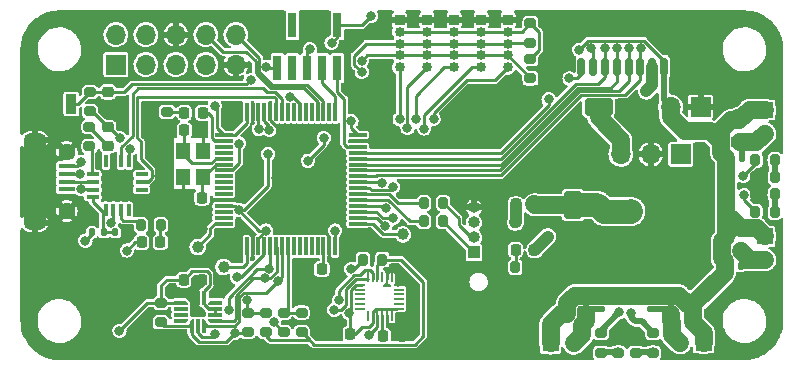
<source format=gbr>
G04 #@! TF.GenerationSoftware,KiCad,Pcbnew,(6.0.7)*
G04 #@! TF.CreationDate,2022-10-20T14:38:44-04:00*
G04 #@! TF.ProjectId,ECE477_PCB,45434534-3737-45f5-9043-422e6b696361,rev?*
G04 #@! TF.SameCoordinates,PX2daf690PY1aab7d8*
G04 #@! TF.FileFunction,Copper,L1,Top*
G04 #@! TF.FilePolarity,Positive*
%FSLAX46Y46*%
G04 Gerber Fmt 4.6, Leading zero omitted, Abs format (unit mm)*
G04 Created by KiCad (PCBNEW (6.0.7)) date 2022-10-20 14:38:44*
%MOMM*%
%LPD*%
G01*
G04 APERTURE LIST*
G04 Aperture macros list*
%AMRoundRect*
0 Rectangle with rounded corners*
0 $1 Rounding radius*
0 $2 $3 $4 $5 $6 $7 $8 $9 X,Y pos of 4 corners*
0 Add a 4 corners polygon primitive as box body*
4,1,4,$2,$3,$4,$5,$6,$7,$8,$9,$2,$3,0*
0 Add four circle primitives for the rounded corners*
1,1,$1+$1,$2,$3*
1,1,$1+$1,$4,$5*
1,1,$1+$1,$6,$7*
1,1,$1+$1,$8,$9*
0 Add four rect primitives between the rounded corners*
20,1,$1+$1,$2,$3,$4,$5,0*
20,1,$1+$1,$4,$5,$6,$7,0*
20,1,$1+$1,$6,$7,$8,$9,0*
20,1,$1+$1,$8,$9,$2,$3,0*%
%AMFreePoly0*
4,1,48,0.036020,0.199191,0.037970,0.199714,0.040958,0.198321,0.057086,0.195477,0.069630,0.184951,0.084467,0.178033,0.290533,-0.028033,0.293203,-0.031847,0.294953,-0.032857,0.296081,-0.035957,0.305473,-0.049370,0.306900,-0.065680,0.312500,-0.081066,0.312500,-0.125000,0.310782,-0.134742,0.311361,-0.138024,0.309695,-0.140910,0.307977,-0.150652,0.295451,-0.165579,0.285709,-0.182453,
0.279350,-0.184767,0.275000,-0.189952,0.255809,-0.193336,0.237500,-0.200000,-0.800000,-0.200000,-0.809742,-0.198282,-0.813024,-0.198861,-0.815910,-0.197195,-0.825652,-0.195477,-0.840579,-0.182951,-0.857453,-0.173209,-0.859767,-0.166850,-0.864952,-0.162500,-0.868336,-0.143309,-0.875000,-0.125000,-0.875000,0.125000,-0.873282,0.134742,-0.873861,0.138024,-0.872195,0.140910,-0.870477,0.150652,
-0.857951,0.165579,-0.848209,0.182453,-0.841850,0.184767,-0.837500,0.189952,-0.818309,0.193336,-0.800000,0.200000,0.031434,0.200000,0.036020,0.199191,0.036020,0.199191,$1*%
%AMFreePoly1*
4,1,48,0.247242,0.198282,0.250524,0.198861,0.253410,0.197195,0.263152,0.195477,0.278079,0.182951,0.294953,0.173209,0.297267,0.166850,0.302452,0.162500,0.305836,0.143309,0.312500,0.125000,0.312500,0.081066,0.311691,0.076480,0.312214,0.074529,0.310820,0.071540,0.307977,0.055414,0.297452,0.042871,0.290533,0.028033,0.084467,-0.178033,0.080653,-0.180703,0.079643,-0.182453,
0.076543,-0.183581,0.063130,-0.192973,0.046819,-0.194400,0.031434,-0.200000,-0.800000,-0.200000,-0.809742,-0.198282,-0.813024,-0.198861,-0.815910,-0.197195,-0.825652,-0.195477,-0.840579,-0.182951,-0.857453,-0.173209,-0.859767,-0.166850,-0.864952,-0.162500,-0.868336,-0.143309,-0.875000,-0.125000,-0.875000,0.125000,-0.873282,0.134742,-0.873861,0.138024,-0.872195,0.140910,-0.870477,0.150652,
-0.857951,0.165579,-0.848209,0.182453,-0.841850,0.184767,-0.837500,0.189952,-0.818309,0.193336,-0.800000,0.200000,0.237500,0.200000,0.247242,0.198282,0.247242,0.198282,$1*%
%AMFreePoly2*
4,1,48,0.134742,0.310782,0.138024,0.311361,0.140910,0.309695,0.150652,0.307977,0.165579,0.295451,0.182453,0.285709,0.184767,0.279350,0.189952,0.275000,0.193336,0.255809,0.200000,0.237500,0.200000,-0.800000,0.198282,-0.809742,0.198861,-0.813024,0.197195,-0.815910,0.195477,-0.825652,0.182951,-0.840579,0.173209,-0.857453,0.166850,-0.859767,0.162500,-0.864952,0.143309,-0.868336,
0.125000,-0.875000,-0.125000,-0.875000,-0.134742,-0.873282,-0.138024,-0.873861,-0.140910,-0.872195,-0.150652,-0.870477,-0.165579,-0.857951,-0.182453,-0.848209,-0.184767,-0.841850,-0.189952,-0.837500,-0.193336,-0.818309,-0.200000,-0.800000,-0.200000,0.031434,-0.199191,0.036020,-0.199714,0.037970,-0.198321,0.040958,-0.195477,0.057086,-0.184951,0.069630,-0.178033,0.084467,0.028033,0.290533,
0.031847,0.293203,0.032857,0.294953,0.035957,0.296081,0.049370,0.305473,0.065680,0.306900,0.081066,0.312500,0.125000,0.312500,0.134742,0.310782,0.134742,0.310782,$1*%
%AMFreePoly3*
4,1,48,-0.076480,0.311691,-0.074530,0.312214,-0.071542,0.310821,-0.055414,0.307977,-0.042870,0.297451,-0.028033,0.290533,0.178033,0.084467,0.180703,0.080653,0.182453,0.079643,0.183581,0.076543,0.192973,0.063130,0.194400,0.046820,0.200000,0.031434,0.200000,-0.800000,0.198282,-0.809742,0.198861,-0.813024,0.197195,-0.815910,0.195477,-0.825652,0.182951,-0.840579,0.173209,-0.857453,
0.166850,-0.859767,0.162500,-0.864952,0.143309,-0.868336,0.125000,-0.875000,-0.125000,-0.875000,-0.134742,-0.873282,-0.138024,-0.873861,-0.140910,-0.872195,-0.150652,-0.870477,-0.165579,-0.857951,-0.182453,-0.848209,-0.184767,-0.841850,-0.189952,-0.837500,-0.193336,-0.818309,-0.200000,-0.800000,-0.200000,0.237500,-0.198282,0.247242,-0.198861,0.250524,-0.197195,0.253410,-0.195477,0.263152,
-0.182951,0.278079,-0.173209,0.294953,-0.166850,0.297267,-0.162500,0.302452,-0.143309,0.305836,-0.125000,0.312500,-0.081066,0.312500,-0.076480,0.311691,-0.076480,0.311691,$1*%
%AMFreePoly4*
4,1,48,0.809742,0.198282,0.813024,0.198861,0.815910,0.197195,0.825652,0.195477,0.840579,0.182951,0.857453,0.173209,0.859767,0.166850,0.864952,0.162500,0.868336,0.143309,0.875000,0.125000,0.875000,-0.125000,0.873282,-0.134742,0.873861,-0.138024,0.872195,-0.140910,0.870477,-0.150652,0.857951,-0.165579,0.848209,-0.182453,0.841850,-0.184767,0.837500,-0.189952,0.818309,-0.193336,
0.800000,-0.200000,-0.031434,-0.200000,-0.036020,-0.199191,-0.037971,-0.199714,-0.040960,-0.198320,-0.057086,-0.195477,-0.069629,-0.184952,-0.084467,-0.178033,-0.290533,0.028033,-0.293203,0.031847,-0.294953,0.032857,-0.296081,0.035957,-0.305473,0.049370,-0.306900,0.065681,-0.312500,0.081066,-0.312500,0.125000,-0.310782,0.134742,-0.311361,0.138024,-0.309695,0.140910,-0.307977,0.150652,
-0.295451,0.165579,-0.285709,0.182453,-0.279350,0.184767,-0.275000,0.189952,-0.255809,0.193336,-0.237500,0.200000,0.800000,0.200000,0.809742,0.198282,0.809742,0.198282,$1*%
%AMFreePoly5*
4,1,48,0.809742,0.198282,0.813024,0.198861,0.815910,0.197195,0.825652,0.195477,0.840579,0.182951,0.857453,0.173209,0.859767,0.166850,0.864952,0.162500,0.868336,0.143309,0.875000,0.125000,0.875000,-0.125000,0.873282,-0.134742,0.873861,-0.138024,0.872195,-0.140910,0.870477,-0.150652,0.857951,-0.165579,0.848209,-0.182453,0.841850,-0.184767,0.837500,-0.189952,0.818309,-0.193336,
0.800000,-0.200000,-0.237500,-0.200000,-0.247242,-0.198282,-0.250524,-0.198861,-0.253410,-0.197195,-0.263152,-0.195477,-0.278079,-0.182951,-0.294953,-0.173209,-0.297267,-0.166850,-0.302452,-0.162500,-0.305836,-0.143309,-0.312500,-0.125000,-0.312500,-0.081066,-0.311691,-0.076480,-0.312214,-0.074530,-0.310821,-0.071542,-0.307977,-0.055414,-0.297451,-0.042870,-0.290533,-0.028033,-0.084467,0.178033,
-0.080653,0.180703,-0.079643,0.182453,-0.076543,0.183581,-0.063130,0.192973,-0.046820,0.194400,-0.031434,0.200000,0.800000,0.200000,0.809742,0.198282,0.809742,0.198282,$1*%
%AMFreePoly6*
4,1,48,0.134742,0.873282,0.138024,0.873861,0.140910,0.872195,0.150652,0.870477,0.165579,0.857951,0.182453,0.848209,0.184767,0.841850,0.189952,0.837500,0.193336,0.818309,0.200000,0.800000,0.200000,-0.031434,0.199191,-0.036020,0.199714,-0.037971,0.198320,-0.040960,0.195477,-0.057086,0.184952,-0.069629,0.178033,-0.084467,-0.028033,-0.290533,-0.031847,-0.293203,-0.032857,-0.294953,
-0.035957,-0.296081,-0.049370,-0.305473,-0.065681,-0.306900,-0.081066,-0.312500,-0.125000,-0.312500,-0.134742,-0.310782,-0.138024,-0.311361,-0.140910,-0.309695,-0.150652,-0.307977,-0.165579,-0.295451,-0.182453,-0.285709,-0.184767,-0.279350,-0.189952,-0.275000,-0.193336,-0.255809,-0.200000,-0.237500,-0.200000,0.800000,-0.198282,0.809742,-0.198861,0.813024,-0.197195,0.815910,-0.195477,0.825652,
-0.182951,0.840579,-0.173209,0.857453,-0.166850,0.859767,-0.162500,0.864952,-0.143309,0.868336,-0.125000,0.875000,0.125000,0.875000,0.134742,0.873282,0.134742,0.873282,$1*%
%AMFreePoly7*
4,1,48,0.134742,0.873282,0.138024,0.873861,0.140910,0.872195,0.150652,0.870477,0.165579,0.857951,0.182453,0.848209,0.184767,0.841850,0.189952,0.837500,0.193336,0.818309,0.200000,0.800000,0.200000,-0.237500,0.198282,-0.247242,0.198861,-0.250524,0.197195,-0.253410,0.195477,-0.263152,0.182951,-0.278079,0.173209,-0.294953,0.166850,-0.297267,0.162500,-0.302452,0.143309,-0.305836,
0.125000,-0.312500,0.081066,-0.312500,0.076480,-0.311691,0.074529,-0.312214,0.071540,-0.310820,0.055414,-0.307977,0.042871,-0.297452,0.028033,-0.290533,-0.178033,-0.084467,-0.180703,-0.080653,-0.182453,-0.079643,-0.183581,-0.076543,-0.192973,-0.063130,-0.194400,-0.046819,-0.200000,-0.031434,-0.200000,0.800000,-0.198282,0.809742,-0.198861,0.813024,-0.197195,0.815910,-0.195477,0.825652,
-0.182951,0.840579,-0.173209,0.857453,-0.166850,0.859767,-0.162500,0.864952,-0.143309,0.868336,-0.125000,0.875000,0.125000,0.875000,0.134742,0.873282,0.134742,0.873282,$1*%
G04 Aperture macros list end*
G04 #@! TA.AperFunction,SMDPad,CuDef*
%ADD10RoundRect,0.200000X-0.275000X0.200000X-0.275000X-0.200000X0.275000X-0.200000X0.275000X0.200000X0*%
G04 #@! TD*
G04 #@! TA.AperFunction,ComponentPad*
%ADD11R,1.350000X1.350000*%
G04 #@! TD*
G04 #@! TA.AperFunction,ComponentPad*
%ADD12O,1.350000X1.350000*%
G04 #@! TD*
G04 #@! TA.AperFunction,SMDPad,CuDef*
%ADD13RoundRect,0.243750X-0.456250X0.243750X-0.456250X-0.243750X0.456250X-0.243750X0.456250X0.243750X0*%
G04 #@! TD*
G04 #@! TA.AperFunction,SMDPad,CuDef*
%ADD14RoundRect,0.200000X-0.200000X-0.275000X0.200000X-0.275000X0.200000X0.275000X-0.200000X0.275000X0*%
G04 #@! TD*
G04 #@! TA.AperFunction,SMDPad,CuDef*
%ADD15RoundRect,0.243750X0.243750X0.456250X-0.243750X0.456250X-0.243750X-0.456250X0.243750X-0.456250X0*%
G04 #@! TD*
G04 #@! TA.AperFunction,SMDPad,CuDef*
%ADD16RoundRect,0.200000X0.200000X0.275000X-0.200000X0.275000X-0.200000X-0.275000X0.200000X-0.275000X0*%
G04 #@! TD*
G04 #@! TA.AperFunction,SMDPad,CuDef*
%ADD17RoundRect,0.243750X-0.243750X-0.456250X0.243750X-0.456250X0.243750X0.456250X-0.243750X0.456250X0*%
G04 #@! TD*
G04 #@! TA.AperFunction,ComponentPad*
%ADD18R,1.000000X1.000000*%
G04 #@! TD*
G04 #@! TA.AperFunction,ComponentPad*
%ADD19O,1.000000X1.000000*%
G04 #@! TD*
G04 #@! TA.AperFunction,SMDPad,CuDef*
%ADD20RoundRect,0.140000X-0.170000X0.140000X-0.170000X-0.140000X0.170000X-0.140000X0.170000X0.140000X0*%
G04 #@! TD*
G04 #@! TA.AperFunction,SMDPad,CuDef*
%ADD21RoundRect,0.140000X-0.140000X-0.170000X0.140000X-0.170000X0.140000X0.170000X-0.140000X0.170000X0*%
G04 #@! TD*
G04 #@! TA.AperFunction,SMDPad,CuDef*
%ADD22RoundRect,0.250001X-0.924999X-0.499999X0.924999X-0.499999X0.924999X0.499999X-0.924999X0.499999X0*%
G04 #@! TD*
G04 #@! TA.AperFunction,SMDPad,CuDef*
%ADD23RoundRect,0.150000X0.150000X0.625000X-0.150000X0.625000X-0.150000X-0.625000X0.150000X-0.625000X0*%
G04 #@! TD*
G04 #@! TA.AperFunction,SMDPad,CuDef*
%ADD24RoundRect,0.250000X0.350000X0.650000X-0.350000X0.650000X-0.350000X-0.650000X0.350000X-0.650000X0*%
G04 #@! TD*
G04 #@! TA.AperFunction,SMDPad,CuDef*
%ADD25R,0.750000X2.100000*%
G04 #@! TD*
G04 #@! TA.AperFunction,SMDPad,CuDef*
%ADD26RoundRect,0.140000X0.140000X0.170000X-0.140000X0.170000X-0.140000X-0.170000X0.140000X-0.170000X0*%
G04 #@! TD*
G04 #@! TA.AperFunction,SMDPad,CuDef*
%ADD27R,1.200000X1.400000*%
G04 #@! TD*
G04 #@! TA.AperFunction,SMDPad,CuDef*
%ADD28RoundRect,0.135000X0.135000X0.185000X-0.135000X0.185000X-0.135000X-0.185000X0.135000X-0.185000X0*%
G04 #@! TD*
G04 #@! TA.AperFunction,SMDPad,CuDef*
%ADD29R,0.900000X1.700000*%
G04 #@! TD*
G04 #@! TA.AperFunction,SMDPad,CuDef*
%ADD30RoundRect,0.200000X0.275000X-0.200000X0.275000X0.200000X-0.275000X0.200000X-0.275000X-0.200000X0*%
G04 #@! TD*
G04 #@! TA.AperFunction,ComponentPad*
%ADD31R,1.700000X1.700000*%
G04 #@! TD*
G04 #@! TA.AperFunction,ComponentPad*
%ADD32O,1.700000X1.700000*%
G04 #@! TD*
G04 #@! TA.AperFunction,SMDPad,CuDef*
%ADD33RoundRect,0.225000X0.225000X0.250000X-0.225000X0.250000X-0.225000X-0.250000X0.225000X-0.250000X0*%
G04 #@! TD*
G04 #@! TA.AperFunction,SMDPad,CuDef*
%ADD34RoundRect,0.218750X0.256250X-0.218750X0.256250X0.218750X-0.256250X0.218750X-0.256250X-0.218750X0*%
G04 #@! TD*
G04 #@! TA.AperFunction,SMDPad,CuDef*
%ADD35RoundRect,0.218750X-0.218750X-0.256250X0.218750X-0.256250X0.218750X0.256250X-0.218750X0.256250X0*%
G04 #@! TD*
G04 #@! TA.AperFunction,SMDPad,CuDef*
%ADD36RoundRect,0.075000X-0.075000X0.462500X-0.075000X-0.462500X0.075000X-0.462500X0.075000X0.462500X0*%
G04 #@! TD*
G04 #@! TA.AperFunction,SMDPad,CuDef*
%ADD37RoundRect,0.075000X-0.462500X0.075000X-0.462500X-0.075000X0.462500X-0.075000X0.462500X0.075000X0*%
G04 #@! TD*
G04 #@! TA.AperFunction,SMDPad,CuDef*
%ADD38R,2.500000X2.500000*%
G04 #@! TD*
G04 #@! TA.AperFunction,SMDPad,CuDef*
%ADD39RoundRect,0.075000X-0.700000X-0.075000X0.700000X-0.075000X0.700000X0.075000X-0.700000X0.075000X0*%
G04 #@! TD*
G04 #@! TA.AperFunction,SMDPad,CuDef*
%ADD40RoundRect,0.075000X-0.075000X-0.700000X0.075000X-0.700000X0.075000X0.700000X-0.075000X0.700000X0*%
G04 #@! TD*
G04 #@! TA.AperFunction,SMDPad,CuDef*
%ADD41R,1.350000X0.400000*%
G04 #@! TD*
G04 #@! TA.AperFunction,ComponentPad*
%ADD42C,1.450000*%
G04 #@! TD*
G04 #@! TA.AperFunction,SMDPad,CuDef*
%ADD43R,1.900000X1.200000*%
G04 #@! TD*
G04 #@! TA.AperFunction,ComponentPad*
%ADD44O,1.900000X1.200000*%
G04 #@! TD*
G04 #@! TA.AperFunction,SMDPad,CuDef*
%ADD45R,1.900000X1.500000*%
G04 #@! TD*
G04 #@! TA.AperFunction,SMDPad,CuDef*
%ADD46RoundRect,0.218750X0.218750X0.256250X-0.218750X0.256250X-0.218750X-0.256250X0.218750X-0.256250X0*%
G04 #@! TD*
G04 #@! TA.AperFunction,SMDPad,CuDef*
%ADD47RoundRect,0.225000X-0.225000X-0.250000X0.225000X-0.250000X0.225000X0.250000X-0.225000X0.250000X0*%
G04 #@! TD*
G04 #@! TA.AperFunction,SMDPad,CuDef*
%ADD48RoundRect,0.250001X0.499999X-0.924999X0.499999X0.924999X-0.499999X0.924999X-0.499999X-0.924999X0*%
G04 #@! TD*
G04 #@! TA.AperFunction,SMDPad,CuDef*
%ADD49RoundRect,0.050000X-0.362500X-0.050000X0.362500X-0.050000X0.362500X0.050000X-0.362500X0.050000X0*%
G04 #@! TD*
G04 #@! TA.AperFunction,SMDPad,CuDef*
%ADD50RoundRect,0.050000X0.050000X-0.362500X0.050000X0.362500X-0.050000X0.362500X-0.050000X-0.362500X0*%
G04 #@! TD*
G04 #@! TA.AperFunction,SMDPad,CuDef*
%ADD51C,1.000000*%
G04 #@! TD*
G04 #@! TA.AperFunction,ComponentPad*
%ADD52R,0.850000X0.850000*%
G04 #@! TD*
G04 #@! TA.AperFunction,ComponentPad*
%ADD53O,0.850000X0.850000*%
G04 #@! TD*
G04 #@! TA.AperFunction,SMDPad,CuDef*
%ADD54FreePoly0,180.000000*%
G04 #@! TD*
G04 #@! TA.AperFunction,SMDPad,CuDef*
%ADD55RoundRect,0.100000X0.500000X0.100000X-0.500000X0.100000X-0.500000X-0.100000X0.500000X-0.100000X0*%
G04 #@! TD*
G04 #@! TA.AperFunction,SMDPad,CuDef*
%ADD56FreePoly1,180.000000*%
G04 #@! TD*
G04 #@! TA.AperFunction,SMDPad,CuDef*
%ADD57FreePoly2,180.000000*%
G04 #@! TD*
G04 #@! TA.AperFunction,SMDPad,CuDef*
%ADD58RoundRect,0.100000X0.100000X0.500000X-0.100000X0.500000X-0.100000X-0.500000X0.100000X-0.500000X0*%
G04 #@! TD*
G04 #@! TA.AperFunction,SMDPad,CuDef*
%ADD59FreePoly3,180.000000*%
G04 #@! TD*
G04 #@! TA.AperFunction,SMDPad,CuDef*
%ADD60FreePoly4,180.000000*%
G04 #@! TD*
G04 #@! TA.AperFunction,SMDPad,CuDef*
%ADD61FreePoly5,180.000000*%
G04 #@! TD*
G04 #@! TA.AperFunction,SMDPad,CuDef*
%ADD62FreePoly6,180.000000*%
G04 #@! TD*
G04 #@! TA.AperFunction,SMDPad,CuDef*
%ADD63FreePoly7,180.000000*%
G04 #@! TD*
G04 #@! TA.AperFunction,SMDPad,CuDef*
%ADD64RoundRect,0.225000X0.250000X-0.225000X0.250000X0.225000X-0.250000X0.225000X-0.250000X-0.225000X0*%
G04 #@! TD*
G04 #@! TA.AperFunction,ViaPad*
%ADD65C,0.800000*%
G04 #@! TD*
G04 #@! TA.AperFunction,Conductor*
%ADD66C,1.500000*%
G04 #@! TD*
G04 #@! TA.AperFunction,Conductor*
%ADD67C,0.500000*%
G04 #@! TD*
G04 #@! TA.AperFunction,Conductor*
%ADD68C,0.220000*%
G04 #@! TD*
G04 #@! TA.AperFunction,Conductor*
%ADD69C,1.000000*%
G04 #@! TD*
G04 #@! TA.AperFunction,Conductor*
%ADD70C,2.000000*%
G04 #@! TD*
G04 APERTURE END LIST*
D10*
X49352200Y-27540298D03*
X49352200Y-29190298D03*
X50825400Y-27540498D03*
X50825400Y-29190498D03*
D11*
X45080289Y-28397700D03*
D12*
X47080289Y-28397700D03*
D13*
X61074300Y-9508500D03*
X61074300Y-11383500D03*
D14*
X62433700Y-12871700D03*
X64083700Y-12871700D03*
X62433800Y-14332200D03*
X64083800Y-14332200D03*
D15*
X57145400Y-25901598D03*
X55270400Y-25901598D03*
D10*
X53771800Y-27540298D03*
X53771800Y-29190298D03*
X52298600Y-27540398D03*
X52298600Y-29190398D03*
D11*
X58039000Y-28378098D03*
D12*
X56039000Y-28378098D03*
D14*
X62433600Y-15792700D03*
X64083600Y-15792700D03*
D13*
X61188600Y-18665200D03*
X61188600Y-20540200D03*
D14*
X62433700Y-17253200D03*
X64083700Y-17253200D03*
D11*
X63246000Y-19336000D03*
D12*
X63246000Y-21336000D03*
D11*
X63246000Y-8642600D03*
D12*
X63246000Y-10642600D03*
D16*
X35990800Y-18059400D03*
X34340800Y-18059400D03*
D17*
X45953200Y-25901598D03*
X47828200Y-25901598D03*
D18*
X38608000Y-20701000D03*
D19*
X38608000Y-19431000D03*
X38608000Y-18161000D03*
X38608000Y-16891000D03*
D20*
X49326800Y-24529998D03*
X49326800Y-25489998D03*
X53594000Y-24542698D03*
X53594000Y-25502698D03*
D21*
X60304800Y-12744700D03*
X61264800Y-12744700D03*
X60223400Y-21825200D03*
X61183400Y-21825200D03*
D22*
X49144800Y-8356600D03*
X51794800Y-8356600D03*
D23*
X56697000Y-4971800D03*
X55697000Y-4971800D03*
X54697000Y-4971800D03*
X53697000Y-4971800D03*
X52697000Y-4971800D03*
X51697000Y-4971800D03*
X50697000Y-4971800D03*
X49697000Y-4971800D03*
X48697000Y-4971800D03*
X47697000Y-4971800D03*
D24*
X57997000Y-1096800D03*
X46397000Y-1096800D03*
D25*
X27035000Y-5080000D03*
X27035000Y-1480000D03*
X25765000Y-5080000D03*
X25765000Y-1480000D03*
X24495000Y-5080000D03*
X24495000Y-1480000D03*
X23225000Y-5080000D03*
X23225000Y-1480000D03*
X21955000Y-5080000D03*
X21955000Y-1480000D03*
D26*
X9202300Y-19000000D03*
X8242300Y-19000000D03*
D27*
X13998200Y-12114800D03*
X13998200Y-14314800D03*
X15698200Y-14314800D03*
X15698200Y-12114800D03*
D28*
X7266400Y-19000000D03*
X6246400Y-19000000D03*
D29*
X1094000Y-8128000D03*
X4494000Y-8128000D03*
D30*
X6096000Y-8762000D03*
X6096000Y-7112000D03*
D31*
X56119000Y-12389000D03*
D32*
X53579000Y-12389000D03*
X51039000Y-12389000D03*
D16*
X12077400Y-18376900D03*
X10427400Y-18376900D03*
D33*
X15572500Y-16059600D03*
X14022500Y-16059600D03*
D30*
X12625700Y-10432900D03*
X12625700Y-8782900D03*
D16*
X43751000Y-21971000D03*
X42101000Y-21971000D03*
D34*
X7620000Y-11677400D03*
X7620000Y-10102400D03*
D35*
X42138500Y-20485100D03*
X43713500Y-20485100D03*
D33*
X25730000Y-22110000D03*
X24180000Y-22110000D03*
D36*
X9375000Y-12993100D03*
X8725000Y-12993100D03*
X8075000Y-12993100D03*
X7425000Y-12993100D03*
D37*
X6337500Y-14080600D03*
X6337500Y-14730600D03*
X6337500Y-15380600D03*
X6337500Y-16030600D03*
D36*
X7425000Y-17118100D03*
X8075000Y-17118100D03*
X8725000Y-17118100D03*
X9375000Y-17118100D03*
D37*
X10462500Y-16030600D03*
X10462500Y-15380600D03*
X10462500Y-14730600D03*
X10462500Y-14080600D03*
D38*
X8400000Y-15055600D03*
D39*
X17428200Y-10760200D03*
X17428200Y-11260200D03*
X17428200Y-11760200D03*
X17428200Y-12260200D03*
X17428200Y-12760200D03*
X17428200Y-13260200D03*
X17428200Y-13760200D03*
X17428200Y-14260200D03*
X17428200Y-14760200D03*
X17428200Y-15260200D03*
X17428200Y-15760200D03*
X17428200Y-16260200D03*
X17428200Y-16760200D03*
X17428200Y-17260200D03*
X17428200Y-17760200D03*
X17428200Y-18260200D03*
D40*
X19353200Y-20185200D03*
X19853200Y-20185200D03*
X20353200Y-20185200D03*
X20853200Y-20185200D03*
X21353200Y-20185200D03*
X21853200Y-20185200D03*
X22353200Y-20185200D03*
X22853200Y-20185200D03*
X23353200Y-20185200D03*
X23853200Y-20185200D03*
X24353200Y-20185200D03*
X24853200Y-20185200D03*
X25353200Y-20185200D03*
X25853200Y-20185200D03*
X26353200Y-20185200D03*
X26853200Y-20185200D03*
D39*
X28778200Y-18260200D03*
X28778200Y-17760200D03*
X28778200Y-17260200D03*
X28778200Y-16760200D03*
X28778200Y-16260200D03*
X28778200Y-15760200D03*
X28778200Y-15260200D03*
X28778200Y-14760200D03*
X28778200Y-14260200D03*
X28778200Y-13760200D03*
X28778200Y-13260200D03*
X28778200Y-12760200D03*
X28778200Y-12260200D03*
X28778200Y-11760200D03*
X28778200Y-11260200D03*
X28778200Y-10760200D03*
D40*
X26853200Y-8835200D03*
X26353200Y-8835200D03*
X25853200Y-8835200D03*
X25353200Y-8835200D03*
X24853200Y-8835200D03*
X24353200Y-8835200D03*
X23853200Y-8835200D03*
X23353200Y-8835200D03*
X22853200Y-8835200D03*
X22353200Y-8835200D03*
X21853200Y-8835200D03*
X21353200Y-8835200D03*
X20853200Y-8835200D03*
X20353200Y-8835200D03*
X19853200Y-8835200D03*
X19353200Y-8835200D03*
D10*
X6045200Y-10064900D03*
X6045200Y-11714900D03*
D41*
X4116800Y-13400000D03*
X4116800Y-14050000D03*
X4116800Y-14700000D03*
X4116800Y-15350000D03*
X4116800Y-16000000D03*
D42*
X4116800Y-17200000D03*
X4116800Y-12200000D03*
D43*
X1416800Y-17600000D03*
D44*
X1416800Y-18200000D03*
D45*
X1416800Y-15700000D03*
D43*
X1416800Y-11800000D03*
D44*
X1416800Y-11200000D03*
D45*
X1416800Y-13700000D03*
D46*
X12039800Y-19837400D03*
X10464800Y-19837400D03*
D35*
X14060600Y-8871400D03*
X15635600Y-8871400D03*
D47*
X14073300Y-10370000D03*
X15623300Y-10370000D03*
D30*
X12100000Y-26625000D03*
X12100000Y-24975000D03*
D48*
X46990000Y-16692000D03*
X46990000Y-14042000D03*
D14*
X34354000Y-16510000D03*
X36004000Y-16510000D03*
D49*
X28981900Y-23460200D03*
X28981900Y-23860200D03*
X28981900Y-24260200D03*
X28981900Y-24660200D03*
X28981900Y-25060200D03*
X28981900Y-25460200D03*
D50*
X29619400Y-26097700D03*
X30019400Y-26097700D03*
X30419400Y-26097700D03*
X30819400Y-26097700D03*
X31219400Y-26097700D03*
X31619400Y-26097700D03*
D49*
X32256900Y-25460200D03*
X32256900Y-25060200D03*
X32256900Y-24660200D03*
X32256900Y-24260200D03*
X32256900Y-23860200D03*
X32256900Y-23460200D03*
D50*
X31619400Y-22822700D03*
X31219400Y-22822700D03*
X30819400Y-22822700D03*
X30419400Y-22822700D03*
X30019400Y-22822700D03*
X29619400Y-22822700D03*
D33*
X15575000Y-23000000D03*
X14025000Y-23000000D03*
D10*
X22479000Y-25807400D03*
X22479000Y-27457400D03*
D35*
X42139000Y-16643000D03*
X43714000Y-16643000D03*
D10*
X43383200Y-4318000D03*
X43383200Y-5968000D03*
D51*
X17399000Y-21920200D03*
D31*
X8280400Y-4790000D03*
D32*
X8280400Y-2250000D03*
X10820400Y-4790000D03*
X10820400Y-2250000D03*
X13360400Y-4790000D03*
X13360400Y-2250000D03*
X15900400Y-4790000D03*
X15900400Y-2250000D03*
X18440400Y-4790000D03*
X18440400Y-2250000D03*
D47*
X26568400Y-27584400D03*
X28118400Y-27584400D03*
D52*
X34608000Y-1022600D03*
D53*
X34608000Y-2022600D03*
X34608000Y-3022600D03*
X34608000Y-4022600D03*
X34608000Y-5022600D03*
D52*
X39205400Y-1022600D03*
D53*
X39205400Y-2022600D03*
X39205400Y-3022600D03*
X39205400Y-4022600D03*
X39205400Y-5022600D03*
D54*
X16390100Y-26478300D03*
D55*
X16677600Y-25978300D03*
X16677600Y-25478300D03*
D56*
X16390100Y-24978300D03*
D57*
X15727600Y-24815800D03*
D58*
X15227600Y-24528300D03*
D59*
X14727600Y-24815800D03*
D60*
X14065100Y-24978300D03*
D55*
X13777600Y-25478300D03*
X13777600Y-25978300D03*
D61*
X14065100Y-26478300D03*
D62*
X14727600Y-26640800D03*
D58*
X15227600Y-26928300D03*
D63*
X15727600Y-26640800D03*
D47*
X30924200Y-27762200D03*
X32474200Y-27762200D03*
D10*
X24003000Y-25794200D03*
X24003000Y-27444200D03*
X20955000Y-25806400D03*
X20955000Y-27456400D03*
D14*
X29197800Y-21300000D03*
X30847800Y-21300000D03*
D52*
X36919400Y-1022600D03*
D53*
X36919400Y-2022600D03*
X36919400Y-3022600D03*
X36919400Y-4022600D03*
X36919400Y-5022600D03*
D10*
X19431000Y-25806400D03*
X19431000Y-27456400D03*
X43383200Y-1308600D03*
X43383200Y-2958600D03*
D52*
X41491400Y-1022600D03*
D53*
X41491400Y-2022600D03*
X41491400Y-3022600D03*
X41491400Y-4022600D03*
X41491400Y-5022600D03*
D52*
X32296600Y-1022600D03*
D53*
X32296600Y-2022600D03*
X32296600Y-3022600D03*
X32296600Y-4022600D03*
X32296600Y-5022600D03*
D31*
X57785000Y-8382000D03*
D32*
X55245000Y-8382000D03*
D51*
X15214600Y-20243800D03*
D64*
X7620000Y-8662000D03*
X7620000Y-7112000D03*
D16*
X43751000Y-18161000D03*
X42101000Y-18161000D03*
D51*
X32588200Y-19177000D03*
D65*
X47498000Y-3530600D03*
X5304302Y-15340600D03*
X5257800Y-14039600D03*
X50825400Y-29152998D03*
X53771800Y-29152798D03*
X64046100Y-15792700D03*
X64046200Y-12871700D03*
X50917215Y-25777188D03*
X52755800Y-3403600D03*
X26762036Y-25566158D03*
X22008282Y-23098847D03*
X20877252Y-22899675D03*
X29743400Y-27686000D03*
X21285200Y-22098000D03*
X27170999Y-24765000D03*
X17816987Y-25600000D03*
X16713200Y-27635200D03*
X51714400Y-3403600D03*
X51854100Y-25812698D03*
X61489499Y-15864750D03*
X50698400Y-3403600D03*
X61406356Y-14218136D03*
X49733200Y-3429000D03*
X9210800Y-20539200D03*
X25880000Y-11010000D03*
X8610600Y-11023600D03*
X44858200Y-19353000D03*
X26847800Y-18846800D03*
X26543000Y-2946400D03*
X5700000Y-19700000D03*
X21158200Y-12369800D03*
X29895800Y-685800D03*
X18709000Y-17133000D03*
X28196803Y-22093483D03*
X21005800Y-18846800D03*
X9474300Y-11902901D03*
X24540000Y-12930000D03*
X8585200Y-27330400D03*
X28000000Y-25800000D03*
X16640000Y-8320000D03*
X28219400Y-9601200D03*
X26314400Y-17322800D03*
X37744400Y-15163800D03*
X27787600Y-3327400D03*
X10337800Y-17018000D03*
X11430000Y-8458200D03*
X23393400Y-14376400D03*
X52298600Y-27577898D03*
X28854400Y-7112000D03*
X32562800Y-26492200D03*
X18567400Y-18999200D03*
X29800000Y-19184000D03*
X13200000Y-24100000D03*
X36271200Y-15163800D03*
X28784000Y-20200000D03*
X6705600Y-4572000D03*
X30022800Y-8940800D03*
X29464000Y-8102600D03*
X25273000Y-23850600D03*
X27152600Y-22961600D03*
X22910800Y-3251200D03*
X45567600Y-12268200D03*
X6985000Y-20955000D03*
X42697400Y-9245600D03*
X39497000Y-15163800D03*
X50965100Y-27082698D03*
X21884000Y-11494200D03*
X21818600Y-14401800D03*
X14554200Y-18669000D03*
X26339800Y-12827000D03*
X26365200Y-23850600D03*
X25323800Y-27482800D03*
X20802600Y-3251200D03*
X29800000Y-20200000D03*
X13538200Y-19177000D03*
X11909500Y-14258340D03*
X44729400Y-11531600D03*
X62471300Y-14332200D03*
X19862800Y-14935200D03*
X6705600Y-5715000D03*
X6959600Y-22123400D03*
X10109200Y-23241000D03*
X11074400Y-10312400D03*
X10109200Y-24460200D03*
X30657800Y-9956800D03*
X43103800Y-14528800D03*
X6959600Y-24790400D03*
X17780000Y-8585200D03*
X8915400Y-9067800D03*
X28784000Y-19184000D03*
X37820600Y-11099800D03*
X18846800Y-15316200D03*
X33400000Y-23500000D03*
X15671900Y-18745200D03*
X43815000Y-15240000D03*
X20360000Y-11494200D03*
X42443400Y-13868400D03*
X17729200Y-9677400D03*
X6959600Y-26035000D03*
X20726400Y-17399000D03*
X19126200Y-14147800D03*
X10109200Y-22021800D03*
X11379200Y-16840200D03*
X10668000Y-27051000D03*
X21894800Y-3251200D03*
X7035800Y-23368000D03*
X24358600Y-23342600D03*
X11887200Y-13106400D03*
X41325800Y-8001000D03*
X36398200Y-11074400D03*
X39370000Y-11150600D03*
X42062400Y-8636000D03*
X18430000Y-20770000D03*
X31115000Y-11023600D03*
X11709400Y-11912600D03*
X7900000Y-18200000D03*
X5368127Y-13055437D03*
X18709000Y-11480800D03*
X21031200Y-5003800D03*
X19680000Y-6132199D03*
X24700000Y-3500000D03*
X22987000Y-7560000D03*
X21274500Y-10313216D03*
X29087097Y-5420693D03*
X20376563Y-10260175D03*
X29083000Y-4521200D03*
X53695600Y-6299200D03*
X53187600Y-7061200D03*
X49314100Y-16954500D03*
X51296600Y-17258000D03*
X50331400Y-17258000D03*
X52211000Y-17258000D03*
X48514100Y-3429000D03*
X46685200Y-5969000D03*
X21666200Y-26619200D03*
X18355341Y-27514158D03*
X44920000Y-7720000D03*
X31101482Y-18479318D03*
X35179000Y-9398000D03*
X33655000Y-9423400D03*
X31115000Y-16967200D03*
X31724600Y-15163800D03*
X32969200Y-10185400D03*
X30776037Y-14782900D03*
X32308800Y-9423400D03*
X34391600Y-10210800D03*
X31775400Y-17780000D03*
X18567400Y-22809200D03*
X19405953Y-24714553D03*
D66*
X51853490Y-24351588D02*
X51854100Y-24352198D01*
D67*
X60304800Y-12744700D02*
X60007500Y-12744700D01*
D66*
X57145400Y-25099800D02*
X59842400Y-22402800D01*
D68*
X54697000Y-4482129D02*
X53008471Y-2793600D01*
D66*
X59956700Y-12693900D02*
X59956700Y-17433300D01*
X61074300Y-9508500D02*
X60374300Y-9508500D01*
X59524290Y-10358510D02*
X59524290Y-11392510D01*
X59524290Y-12261490D02*
X59956700Y-12693900D01*
X59588400Y-19740400D02*
X59956700Y-19372100D01*
X58571180Y-10439400D02*
X56442400Y-10439400D01*
X45080289Y-26774509D02*
X45080289Y-28397700D01*
X57145400Y-25529786D02*
X57145400Y-25901598D01*
X45953200Y-25901598D02*
X45080289Y-26774509D01*
X53035022Y-24351588D02*
X55967202Y-24351588D01*
D68*
X54697000Y-4590800D02*
X54697000Y-4482129D01*
D66*
X59588400Y-21202034D02*
X59588400Y-19740400D01*
D67*
X54697000Y-7834000D02*
X54697000Y-4971800D01*
D66*
X62575200Y-18665200D02*
X63246000Y-19336000D01*
X59524290Y-11392510D02*
X58571180Y-10439400D01*
X47131398Y-24351588D02*
X51853490Y-24351588D01*
D67*
X60007500Y-12744700D02*
X59524290Y-12261490D01*
D66*
X45953200Y-25901598D02*
X46440700Y-25901598D01*
X60921700Y-9355900D02*
X61074300Y-9508500D01*
D68*
X60223400Y-19630400D02*
X61188600Y-18665200D01*
D66*
X57145400Y-26601598D02*
X58039000Y-27495198D01*
X46490690Y-25851608D02*
X46490690Y-24992296D01*
D68*
X60223400Y-21825200D02*
X60223400Y-19630400D01*
D66*
X63246000Y-8642600D02*
X61940200Y-8642600D01*
X55967202Y-24351588D02*
X57145400Y-25529786D01*
X46440700Y-25901598D02*
X46490690Y-25851608D01*
X60374300Y-9508500D02*
X59524290Y-10358510D01*
X55245000Y-9242000D02*
X55245000Y-8382000D01*
X46490690Y-24992296D02*
X47131398Y-24351588D01*
X61940200Y-8642600D02*
X61074300Y-9508500D01*
X58039000Y-27495198D02*
X58039000Y-28378098D01*
D68*
X48235000Y-2793600D02*
X47498000Y-3530600D01*
D66*
X59956700Y-19372100D02*
X59956700Y-17433300D01*
X57145400Y-25901598D02*
X57145400Y-26601598D01*
D67*
X55245000Y-8382000D02*
X54697000Y-7834000D01*
D66*
X59842400Y-22402800D02*
X59842400Y-21456034D01*
X57145400Y-25901598D02*
X57145400Y-25099800D01*
X53034412Y-24352198D02*
X53035022Y-24351588D01*
X51854100Y-24352198D02*
X53034412Y-24352198D01*
X61188600Y-18665200D02*
X62575200Y-18665200D01*
X59956700Y-17433300D02*
X61188600Y-18665200D01*
D68*
X53008471Y-2793600D02*
X48235000Y-2793600D01*
D66*
X59524290Y-11392510D02*
X59524290Y-12261490D01*
X59842400Y-21456034D02*
X59588400Y-21202034D01*
X56442400Y-10439400D02*
X55245000Y-9242000D01*
D68*
X12039900Y-19837300D02*
X12039800Y-19837400D01*
X12039900Y-18376900D02*
X12039900Y-19837300D01*
X16423000Y-10986200D02*
X16697000Y-11260200D01*
X16073100Y-8871400D02*
X16423000Y-9221300D01*
X15635600Y-8871400D02*
X16073100Y-8871400D01*
X16423000Y-9221300D02*
X16423000Y-10986200D01*
X16697000Y-11260200D02*
X17403200Y-11260200D01*
X6045200Y-10102600D02*
X7620000Y-11677400D01*
X6045200Y-10064900D02*
X6045200Y-10102600D01*
X5304302Y-15340600D02*
X6138800Y-15340600D01*
X5247400Y-14050000D02*
X5257800Y-14039600D01*
X6138800Y-15340600D02*
X6178800Y-15380600D01*
X4114300Y-14050000D02*
X5247400Y-14050000D01*
X6178800Y-14730600D02*
X4144900Y-14730600D01*
X4144900Y-14730600D02*
X4114300Y-14700000D01*
X25353200Y-8835200D02*
X25353200Y-7963200D01*
X19300200Y-3730000D02*
X17380400Y-3730000D01*
X25353200Y-7963200D02*
X24207899Y-6817899D01*
X20102199Y-4531999D02*
X19300200Y-3730000D01*
X21379093Y-6817899D02*
X20102199Y-5541005D01*
X20102199Y-5541005D02*
X20102199Y-4531999D01*
X24207899Y-6817899D02*
X21379093Y-6817899D01*
X17380400Y-3730000D02*
X15900400Y-2250000D01*
X25765000Y-6375000D02*
X26853200Y-7463200D01*
X25765000Y-5080000D02*
X25765000Y-6375000D01*
X26853200Y-7463200D02*
X26853200Y-8835200D01*
X27865000Y-11760200D02*
X27599000Y-11494200D01*
X28778200Y-11760200D02*
X27865000Y-11760200D01*
X27599000Y-11494200D02*
X27599000Y-7669000D01*
X27035000Y-7105000D02*
X27035000Y-5080000D01*
X27599000Y-7669000D02*
X27035000Y-7105000D01*
D67*
X50825200Y-29152798D02*
X50825400Y-29152998D01*
X49352200Y-29152798D02*
X50825200Y-29152798D01*
X53771700Y-29152898D02*
X53771800Y-29152798D01*
X52298600Y-29152898D02*
X53771700Y-29152898D01*
X64046100Y-17253100D02*
X64046200Y-17253200D01*
X64046100Y-15792700D02*
X64046100Y-17253100D01*
X64046200Y-14332100D02*
X64046300Y-14332200D01*
X64046200Y-12871700D02*
X64046200Y-14332100D01*
D68*
X52697000Y-4971800D02*
X52697000Y-6104000D01*
X51416292Y-7384708D02*
X47641018Y-7384708D01*
X30352800Y-14173400D02*
X30266000Y-14260200D01*
D67*
X49352200Y-27577798D02*
X49352200Y-27342203D01*
D68*
X40852326Y-14173400D02*
X30352800Y-14173400D01*
X30266000Y-14260200D02*
X28778200Y-14260200D01*
X52697000Y-4971800D02*
X52697000Y-3462400D01*
X52697000Y-3462400D02*
X52755800Y-3403600D01*
D67*
X49352200Y-27342203D02*
X50917215Y-25777188D01*
D68*
X52697000Y-6104000D02*
X51416292Y-7384708D01*
X47641018Y-7384708D02*
X40852326Y-14173400D01*
X21002576Y-24104553D02*
X19153988Y-24104553D01*
X15990958Y-26904158D02*
X15727600Y-26640800D01*
X18384076Y-26904158D02*
X15990958Y-26904158D01*
X27780499Y-23777258D02*
X27780499Y-25129337D01*
X19153988Y-24104553D02*
X18746000Y-24512541D01*
X28597557Y-22960200D02*
X27780499Y-23777258D01*
X27343678Y-25566158D02*
X26762036Y-25566158D01*
X22353200Y-22753929D02*
X22008282Y-23098847D01*
X18746000Y-24512541D02*
X18746000Y-26542234D01*
X27780499Y-25129337D02*
X27343678Y-25566158D01*
X22008282Y-23098847D02*
X21002576Y-24104553D01*
X18746000Y-26542234D02*
X18384076Y-26904158D01*
X22353200Y-20185200D02*
X22353200Y-22753929D01*
X29619400Y-22960200D02*
X28597557Y-22960200D01*
X18426499Y-26308570D02*
X18426499Y-24380199D01*
X19907025Y-22899675D02*
X20877252Y-22899675D01*
X18256769Y-26478300D02*
X18426499Y-26308570D01*
X30419400Y-27010000D02*
X30419400Y-25960200D01*
X21853200Y-20185200D02*
X21894700Y-20226700D01*
X21345489Y-22899675D02*
X20877252Y-22899675D01*
X16390100Y-26478300D02*
X18256769Y-26478300D01*
X18426499Y-24380199D02*
X19907025Y-22899675D01*
X21894700Y-20226700D02*
X21894700Y-22350464D01*
X29743400Y-27686000D02*
X30419400Y-27010000D01*
X21894700Y-22350464D02*
X21345489Y-22899675D01*
X16448400Y-27900000D02*
X16713200Y-27635200D01*
X29400000Y-22200000D02*
X28959301Y-22640699D01*
X28959301Y-22640699D02*
X28465215Y-22640699D01*
X30019400Y-22442504D02*
X29776896Y-22200000D01*
X21353200Y-22030000D02*
X21285200Y-22098000D01*
X29776896Y-22200000D02*
X29400000Y-22200000D01*
X15227600Y-27527600D02*
X15600000Y-27900000D01*
X17816987Y-24537165D02*
X17816987Y-25600000D01*
X15600000Y-27900000D02*
X16448400Y-27900000D01*
X21353200Y-20185200D02*
X21353200Y-22030000D01*
X20256152Y-22098000D02*
X17816987Y-24537165D01*
X21285200Y-22098000D02*
X20256152Y-22098000D01*
X15227600Y-26640800D02*
X15227600Y-27527600D01*
X27170999Y-23934916D02*
X27170999Y-24765000D01*
X28465215Y-22640699D02*
X27170999Y-23934916D01*
X30019400Y-22960200D02*
X30019400Y-22442504D01*
X51697000Y-4971800D02*
X51697000Y-6215000D01*
X50846798Y-7065202D02*
X47508682Y-7065202D01*
D67*
X53771800Y-27501798D02*
X52793900Y-26523898D01*
D68*
X51697000Y-6215000D02*
X50846798Y-7065202D01*
X51697000Y-3421000D02*
X51714400Y-3403600D01*
X40813684Y-13760200D02*
X28778200Y-13760200D01*
X47508682Y-7065202D02*
X40813684Y-13760200D01*
X51697000Y-4971800D02*
X51697000Y-3421000D01*
D67*
X52247800Y-26523898D02*
X51854100Y-26130198D01*
X53771800Y-27577798D02*
X53771800Y-27501798D01*
X51854100Y-26130198D02*
X51854100Y-25812698D01*
X52793900Y-26523898D02*
X52247800Y-26523898D01*
D68*
X40861842Y-13260200D02*
X28778200Y-13260200D01*
X50697000Y-6224400D02*
X50175699Y-6745701D01*
X50697000Y-3405000D02*
X50698400Y-3403600D01*
X50697000Y-6224400D02*
X50697000Y-4971800D01*
X50697000Y-4971800D02*
X50697000Y-3405000D01*
X47376341Y-6745701D02*
X40861842Y-13260200D01*
X62471200Y-17253200D02*
X61489499Y-16271499D01*
X61489499Y-16271499D02*
X61489499Y-15864750D01*
X50175699Y-6745701D02*
X47376341Y-6745701D01*
X49697000Y-3465200D02*
X49733200Y-3429000D01*
X49697000Y-5827400D02*
X49098200Y-6426200D01*
X49098200Y-6426200D02*
X47244000Y-6426200D01*
X62471200Y-13153292D02*
X61406356Y-14218136D01*
X62471200Y-12871700D02*
X62471200Y-13153292D01*
X49697000Y-5352800D02*
X49697000Y-5827400D01*
X40910000Y-12760200D02*
X28778200Y-12760200D01*
X47244000Y-6426200D02*
X40910000Y-12760200D01*
X49697000Y-4971800D02*
X49697000Y-3465200D01*
X10083800Y-7569200D02*
X21742400Y-7569200D01*
X21742400Y-7569200D02*
X21853200Y-7680000D01*
X11300000Y-13700000D02*
X10400000Y-12800000D01*
X21853200Y-7680000D02*
X21853200Y-8835200D01*
X10400000Y-12800000D02*
X10400000Y-11300000D01*
X10400000Y-11300000D02*
X10083800Y-10983800D01*
X11300000Y-14400000D02*
X11300000Y-13700000D01*
X10969400Y-14730600D02*
X11300000Y-14400000D01*
X10116300Y-14730600D02*
X10969400Y-14730600D01*
X10083800Y-10983800D02*
X10083800Y-7569200D01*
X9702800Y-10812437D02*
X9702800Y-7264400D01*
X10170699Y-6796501D02*
X20701017Y-6796501D01*
X21762443Y-7137400D02*
X22353200Y-7728158D01*
X8725000Y-12834400D02*
X8725000Y-11790237D01*
X22353200Y-7728158D02*
X22353200Y-8835200D01*
X21041916Y-7137400D02*
X21762443Y-7137400D01*
X9702800Y-7264400D02*
X10170699Y-6796501D01*
X20701017Y-6796501D02*
X21041916Y-7137400D01*
X8725000Y-11790237D02*
X9702800Y-10812437D01*
X14061800Y-24975000D02*
X14065100Y-24978300D01*
X30019400Y-25960200D02*
X30019400Y-25717504D01*
X36919400Y-2022600D02*
X39205400Y-2022600D01*
X10940600Y-24975000D02*
X8585200Y-27330400D01*
X15727600Y-25081351D02*
X16124549Y-25478300D01*
X28200000Y-23861904D02*
X28200000Y-25600000D01*
X26853200Y-20185200D02*
X26847800Y-20179800D01*
X16235000Y-23465000D02*
X16235000Y-22569817D01*
X16124549Y-25478300D02*
X16677600Y-25478300D01*
X12600000Y-23000000D02*
X12100000Y-23500000D01*
X43383200Y-1308600D02*
X42669200Y-2022600D01*
X19087400Y-17133000D02*
X18709000Y-17133000D01*
X32296600Y-2022600D02*
X34608000Y-2022600D01*
X15727600Y-24815800D02*
X15727600Y-25081351D01*
X39205400Y-2022600D02*
X41491400Y-2022600D01*
X16640000Y-8320000D02*
X16840000Y-8520000D01*
X6246400Y-19000000D02*
X6246400Y-19153600D01*
X20422800Y-18846800D02*
X21005800Y-18846800D01*
X26847800Y-20179800D02*
X26847800Y-18846800D01*
X43383200Y-4318000D02*
X44119800Y-3581400D01*
X29700000Y-27000000D02*
X30019400Y-26680600D01*
X29101600Y-1480000D02*
X29895800Y-685800D01*
X21158200Y-12369800D02*
X21158200Y-15062200D01*
X7689400Y-10102400D02*
X8610600Y-11023600D01*
X42669200Y-2022600D02*
X41491400Y-2022600D01*
X12100000Y-24975000D02*
X10940600Y-24975000D01*
X20353200Y-19499400D02*
X20353200Y-20185200D01*
X6096000Y-8762000D02*
X6098000Y-8762000D01*
X29197800Y-21300000D02*
X28404317Y-22093483D01*
X16840000Y-10172000D02*
X17428200Y-10760200D01*
X12100000Y-24975000D02*
X14061800Y-24975000D01*
X16235000Y-22569817D02*
X15980183Y-22315000D01*
X16840000Y-8520000D02*
X16840000Y-10172000D01*
X17428200Y-10760200D02*
X18349800Y-10760200D01*
D69*
X43726100Y-20485100D02*
X44858200Y-19353000D01*
D68*
X28118400Y-25918400D02*
X28000000Y-25800000D01*
X15980183Y-22315000D02*
X14710000Y-22315000D01*
X30019400Y-26680600D02*
X30019400Y-25960200D01*
X29100000Y-27000000D02*
X29700000Y-27000000D01*
X18336200Y-16760200D02*
X18709000Y-17133000D01*
X6098000Y-8762000D02*
X6100000Y-8760000D01*
X28404317Y-22093483D02*
X28196803Y-22093483D01*
X15727600Y-23972400D02*
X16235000Y-23465000D01*
X25880000Y-11590000D02*
X25880000Y-11010000D01*
X30019400Y-25717504D02*
X30276704Y-25460200D01*
X27035000Y-2454400D02*
X26543000Y-2946400D01*
X9375000Y-12993100D02*
X9375000Y-12002201D01*
X6246400Y-19153600D02*
X5700000Y-19700000D01*
X29119400Y-23460200D02*
X28601704Y-23460200D01*
X44119800Y-3581400D02*
X44119800Y-2045200D01*
X28208600Y-9612000D02*
X28219400Y-9601200D01*
X9375000Y-12002201D02*
X9474300Y-11902901D01*
X24540000Y-12930000D02*
X25880000Y-11590000D01*
X6096000Y-8762000D02*
X6279600Y-8762000D01*
X28778200Y-10760200D02*
X28208600Y-10190600D01*
X28118400Y-27584400D02*
X28515600Y-27584400D01*
X34608000Y-2022600D02*
X36919400Y-2022600D01*
X21005800Y-18846800D02*
X20353200Y-19499400D01*
X7620000Y-10102400D02*
X7689400Y-10102400D01*
X19353200Y-9756800D02*
X19353200Y-8835200D01*
X16677600Y-25978300D02*
X16677600Y-25478300D01*
X18349800Y-10760200D02*
X19353200Y-9756800D01*
X30019400Y-26203800D02*
X30019400Y-25960200D01*
X10464800Y-19837400D02*
X9912600Y-19837400D01*
X14025000Y-23000000D02*
X12600000Y-23000000D01*
X21158200Y-15062200D02*
X19087400Y-17133000D01*
X28601704Y-23460200D02*
X28200000Y-23861904D01*
X17428200Y-16760200D02*
X18336200Y-16760200D01*
X28200000Y-25600000D02*
X28000000Y-25800000D01*
X32294000Y-2020000D02*
X32296600Y-2022600D01*
X15727600Y-24815800D02*
X15727600Y-23972400D01*
X30276704Y-25460200D02*
X32119400Y-25460200D01*
X18709000Y-17133000D02*
X20422800Y-18846800D01*
X27035000Y-1480000D02*
X29101600Y-1480000D01*
X6279600Y-8762000D02*
X7620000Y-10102400D01*
X28118400Y-27584400D02*
X28118400Y-25918400D01*
D69*
X43713500Y-20485100D02*
X43726100Y-20485100D01*
D68*
X28208600Y-10190600D02*
X28208600Y-9612000D01*
X44119800Y-2045200D02*
X43383200Y-1308600D01*
X14710000Y-22315000D02*
X14025000Y-23000000D01*
X9912600Y-19837400D02*
X9210800Y-20539200D01*
X27035000Y-1480000D02*
X27035000Y-2454400D01*
X28515600Y-27584400D02*
X29100000Y-27000000D01*
X12100000Y-23500000D02*
X12100000Y-24975000D01*
X21884000Y-10044051D02*
X21884000Y-11494200D01*
D67*
X50825400Y-27577998D02*
X52298500Y-27577998D01*
D68*
X31219400Y-25960200D02*
X31219400Y-26719400D01*
X31219400Y-22442504D02*
X31461704Y-22200200D01*
D67*
X50965100Y-27438298D02*
X50825400Y-27577998D01*
D68*
X21353200Y-8835200D02*
X21353200Y-9513251D01*
X31219400Y-22960200D02*
X31219400Y-22442504D01*
X15698200Y-12114800D02*
X15698200Y-10444900D01*
X32200000Y-23379600D02*
X32119400Y-23460200D01*
X31777096Y-22200200D02*
X32200000Y-22623104D01*
X32262200Y-27762200D02*
X32474200Y-27762200D01*
X13998200Y-16035300D02*
X14022500Y-16059600D01*
X31461704Y-22200200D02*
X31777096Y-22200200D01*
D67*
X62471300Y-15792500D02*
X62471100Y-15792700D01*
D68*
X32200000Y-22623104D02*
X32200000Y-23379600D01*
X15698200Y-10444900D02*
X15623300Y-10370000D01*
X13998200Y-14314800D02*
X13998200Y-16035300D01*
X21353200Y-9513251D02*
X21884000Y-10044051D01*
D67*
X52298500Y-27577998D02*
X52298600Y-27577898D01*
X50965100Y-27082698D02*
X50965100Y-27438298D01*
D68*
X31219400Y-26719400D02*
X32262200Y-27762200D01*
D67*
X62471300Y-14332200D02*
X62471300Y-15792500D01*
D68*
X4114300Y-13400000D02*
X5023564Y-13400000D01*
X5023564Y-13400000D02*
X5368127Y-13055437D01*
X7900000Y-18200000D02*
X8075000Y-18025000D01*
X7853800Y-18153800D02*
X7900000Y-18200000D01*
X8075000Y-18025000D02*
X8075000Y-17118100D01*
X17403200Y-13260200D02*
X16855562Y-13260200D01*
X15572500Y-14440500D02*
X15572500Y-16059600D01*
X16737200Y-13260200D02*
X15698200Y-14299200D01*
X15698200Y-14299200D02*
X15698200Y-14314800D01*
X15698200Y-14314800D02*
X15572500Y-14440500D01*
X17428200Y-13260200D02*
X16737200Y-13260200D01*
X18709000Y-13157451D02*
X18709000Y-11480800D01*
X9635904Y-6477000D02*
X19335199Y-6477000D01*
X21955000Y-5080000D02*
X21107400Y-5080000D01*
X7620000Y-7112000D02*
X9000904Y-7112000D01*
X21107400Y-5080000D02*
X21031200Y-5003800D01*
X18106251Y-13760200D02*
X18709000Y-13157451D01*
X6096000Y-7112000D02*
X7620000Y-7112000D01*
X5080000Y-8128000D02*
X6096000Y-7112000D01*
X4494000Y-8128000D02*
X5080000Y-8128000D01*
X9000904Y-7112000D02*
X9635904Y-6477000D01*
X17428200Y-13760200D02*
X18106251Y-13760200D01*
X19335199Y-6477000D02*
X19680000Y-6132199D01*
X24495000Y-5080000D02*
X24495000Y-3705000D01*
X23853200Y-8835200D02*
X23853200Y-8157149D01*
X24495000Y-3705000D02*
X24700000Y-3500000D01*
X23256051Y-7560000D02*
X22987000Y-7560000D01*
X23853200Y-8157149D02*
X23256051Y-7560000D01*
X29489400Y-3022600D02*
X28473400Y-4038600D01*
X39205400Y-3022600D02*
X36919400Y-3022600D01*
X43383200Y-2958600D02*
X41555400Y-2958600D01*
X32296600Y-3022600D02*
X34608000Y-3022600D01*
X28473400Y-4806996D02*
X29087097Y-5420693D01*
X41555400Y-2958600D02*
X41491400Y-3022600D01*
X32296600Y-3022600D02*
X29489400Y-3022600D01*
X20853200Y-9574400D02*
X21274500Y-9995700D01*
X21274500Y-9995700D02*
X21274500Y-10313216D01*
X20853200Y-8835200D02*
X20853200Y-9574400D01*
X41491400Y-3022600D02*
X39205400Y-3022600D01*
X34608000Y-3022600D02*
X36919400Y-3022600D01*
X28473400Y-4038600D02*
X28473400Y-4806996D01*
X41491400Y-4022600D02*
X39205400Y-4022600D01*
X39205400Y-4022600D02*
X36919400Y-4022600D01*
X36919400Y-4022600D02*
X34633400Y-4022600D01*
X29581600Y-4022600D02*
X29083000Y-4521200D01*
X20353200Y-8835200D02*
X20353200Y-10236812D01*
X43383200Y-5914400D02*
X41491400Y-4022600D01*
X43383200Y-5968000D02*
X43383200Y-5914400D01*
X32296600Y-4022600D02*
X29581600Y-4022600D01*
X20353200Y-10236812D02*
X20376563Y-10260175D01*
X32296600Y-4022600D02*
X34608000Y-4022600D01*
D66*
X51039000Y-12389000D02*
X51039000Y-11159000D01*
X51039000Y-11159000D02*
X49144800Y-9264800D01*
X49144800Y-9264800D02*
X49144800Y-8356600D01*
D69*
X53697000Y-4971800D02*
X53697000Y-6551800D01*
X53697000Y-6551800D02*
X53187600Y-7061200D01*
D70*
X49314100Y-16954500D02*
X49606200Y-17246600D01*
D66*
X46990000Y-16692000D02*
X43763000Y-16692000D01*
D70*
X51892200Y-17246600D02*
X51917600Y-17221200D01*
X46990000Y-16692000D02*
X49051600Y-16692000D01*
X49606200Y-17246600D02*
X51892200Y-17246600D01*
X49051600Y-16692000D02*
X49314100Y-16954500D01*
D66*
X43763000Y-16692000D02*
X43714000Y-16643000D01*
D68*
X28778200Y-16260200D02*
X31347800Y-16260200D01*
X31347800Y-16260200D02*
X33147000Y-18059400D01*
X33147000Y-18059400D02*
X34340800Y-18059400D01*
X30911800Y-19151600D02*
X32588200Y-19151600D01*
X30020400Y-18260200D02*
X30911800Y-19151600D01*
X28778200Y-18260200D02*
X30020400Y-18260200D01*
X7266400Y-19000000D02*
X7200000Y-18933600D01*
X7200000Y-18933600D02*
X7200000Y-17343100D01*
X7266400Y-19000000D02*
X8242300Y-19000000D01*
X7100000Y-17200000D02*
X6337500Y-16437500D01*
X6337500Y-16437500D02*
X6337500Y-16030600D01*
X7200000Y-17343100D02*
X7425000Y-17118100D01*
X7343100Y-17200000D02*
X7100000Y-17200000D01*
X7425000Y-17118100D02*
X7343100Y-17200000D01*
X25853200Y-21986800D02*
X25853200Y-20185200D01*
X25730000Y-22110000D02*
X25853200Y-21986800D01*
X14060800Y-10370000D02*
X14060800Y-12052200D01*
X16903000Y-12760200D02*
X17403200Y-12760200D01*
X14060800Y-12052200D02*
X13998200Y-12114800D01*
X13998200Y-12390200D02*
X14753200Y-13145200D01*
X14753200Y-13145200D02*
X16365149Y-13145200D01*
X16365149Y-13145200D02*
X16750149Y-12760200D01*
X16750149Y-12760200D02*
X17428200Y-12760200D01*
X13998200Y-12114800D02*
X13998200Y-12390200D01*
D67*
X49326800Y-25489998D02*
X48239800Y-25489998D01*
X48239800Y-25489998D02*
X47828200Y-25901598D01*
D66*
X47080289Y-28397700D02*
X47755288Y-27722701D01*
X47755288Y-27722701D02*
X47755288Y-26849765D01*
X48090700Y-26514353D02*
X48090700Y-25951598D01*
X47755288Y-26849765D02*
X48090700Y-26514353D01*
D67*
X53594000Y-25502698D02*
X54871500Y-25502698D01*
D66*
X55270400Y-26527196D02*
X55270400Y-25951598D01*
X56039000Y-28378098D02*
X55364001Y-27703099D01*
X55364001Y-27703099D02*
X55364001Y-26620797D01*
X55364001Y-26620797D02*
X55270400Y-26527196D01*
D67*
X54871500Y-25502698D02*
X55270400Y-25901598D01*
D66*
X61984400Y-21336000D02*
X63246000Y-21336000D01*
D67*
X61183400Y-21825200D02*
X62756800Y-21825200D01*
X62756800Y-21825200D02*
X63246000Y-21336000D01*
D66*
X61188600Y-20540200D02*
X61984400Y-21336000D01*
D67*
X61264800Y-12744700D02*
X61264800Y-11574000D01*
X61264800Y-11574000D02*
X61074300Y-11383500D01*
D66*
X63246000Y-10642600D02*
X62505100Y-11383500D01*
X62505100Y-11383500D02*
X61124300Y-11383500D01*
D68*
X42138500Y-21971000D02*
X42138500Y-20485100D01*
D69*
X42139000Y-16643000D02*
X42139000Y-18123000D01*
X42139000Y-18123000D02*
X42101000Y-18161000D01*
D68*
X14009600Y-8820400D02*
X14060600Y-8871400D01*
X12625700Y-8820400D02*
X14009600Y-8820400D01*
X48514100Y-3429000D02*
X48697000Y-3611900D01*
X48697000Y-3611900D02*
X48697000Y-4971800D01*
X47697000Y-5617600D02*
X47697000Y-4971800D01*
X46685200Y-5969000D02*
X47345600Y-5969000D01*
X47345600Y-5969000D02*
X47697000Y-5617600D01*
X35990800Y-18059400D02*
X35990800Y-18083800D01*
X35990800Y-18083800D02*
X38608000Y-20701000D01*
X37312600Y-17818600D02*
X37312600Y-18389600D01*
X37312600Y-18389600D02*
X38354000Y-19431000D01*
X36004000Y-16510000D02*
X37312600Y-17818600D01*
X38354000Y-19431000D02*
X38608000Y-19431000D01*
X8725000Y-17118100D02*
X8725000Y-17825000D01*
X10050500Y-18000000D02*
X10427400Y-18376900D01*
X8900000Y-18000000D02*
X10050500Y-18000000D01*
X8725000Y-17825000D02*
X8900000Y-18000000D01*
X6241300Y-14080600D02*
X6241300Y-11911000D01*
X6241300Y-11911000D02*
X6045200Y-11714900D01*
X19431000Y-27456400D02*
X19373242Y-27514158D01*
X22479000Y-27457400D02*
X21666200Y-26644600D01*
X14727600Y-27707000D02*
X15290800Y-28270200D01*
X17599299Y-28270200D02*
X18355341Y-27514158D01*
X12363300Y-26888300D02*
X14480100Y-26888300D01*
X19373242Y-27514158D02*
X18355341Y-27514158D01*
X21666200Y-26644600D02*
X21666200Y-26619200D01*
X14727600Y-26640800D02*
X14727600Y-27707000D01*
X14480100Y-26888300D02*
X14727600Y-26640800D01*
X12100000Y-26625000D02*
X12363300Y-26888300D01*
X15290800Y-28270200D02*
X17599299Y-28270200D01*
X31432000Y-15760200D02*
X32181800Y-16510000D01*
X28778200Y-15760200D02*
X31432000Y-15760200D01*
X32181800Y-16510000D02*
X34354000Y-16510000D01*
X20421700Y-4231300D02*
X18440400Y-2250000D01*
X20421700Y-5383264D02*
X20421700Y-4231300D01*
X25853200Y-8835200D02*
X25853200Y-7853200D01*
X24498398Y-6498398D02*
X21536834Y-6498398D01*
X21536834Y-6498398D02*
X20421700Y-5383264D01*
X25853200Y-7853200D02*
X24498398Y-6498398D01*
X40909800Y-12260200D02*
X28778200Y-12260200D01*
X44920000Y-8250000D02*
X40909800Y-12260200D01*
X44920000Y-7720000D02*
X44920000Y-8250000D01*
X35179000Y-9398000D02*
X35179000Y-8890000D01*
X28778200Y-17760200D02*
X30382364Y-17760200D01*
X30382364Y-17760200D02*
X31101482Y-18479318D01*
X35179000Y-8890000D02*
X37973000Y-6096000D01*
X37973000Y-6096000D02*
X40418000Y-6096000D01*
X40418000Y-6096000D02*
X41491400Y-5022600D01*
X28778200Y-16760200D02*
X30908000Y-16760200D01*
X30908000Y-16760200D02*
X31115000Y-16967200D01*
X33655000Y-7467600D02*
X36100000Y-5022600D01*
X33655000Y-9423400D02*
X33655000Y-7467600D01*
X36100000Y-5022600D02*
X36919400Y-5022600D01*
X34608000Y-5022600D02*
X32969200Y-6661400D01*
X32969200Y-6661400D02*
X32969200Y-10185400D01*
X29789000Y-15260200D02*
X28778200Y-15260200D01*
X31496000Y-15392400D02*
X29921200Y-15392400D01*
X31724600Y-15163800D02*
X31496000Y-15392400D01*
X29921200Y-15392400D02*
X29789000Y-15260200D01*
X28781000Y-14757400D02*
X28778200Y-14760200D01*
X32296600Y-9411200D02*
X32308800Y-9423400D01*
X30750537Y-14757400D02*
X28781000Y-14757400D01*
X30776037Y-14782900D02*
X30750537Y-14757400D01*
X32296600Y-5022600D02*
X32296600Y-9411200D01*
X31775400Y-17780000D02*
X30861000Y-17780000D01*
X30341200Y-17260200D02*
X28778200Y-17260200D01*
X38411400Y-5022600D02*
X34391600Y-9042400D01*
X39205400Y-5022600D02*
X38411400Y-5022600D01*
X34391600Y-9042400D02*
X34391600Y-10210800D01*
X30861000Y-17780000D02*
X30341200Y-17260200D01*
X16281400Y-19177000D02*
X16281400Y-18643600D01*
X15214600Y-20243800D02*
X16281400Y-19177000D01*
X16664800Y-18260200D02*
X17428200Y-18260200D01*
X16281400Y-18643600D02*
X16664800Y-18260200D01*
X17399000Y-21920200D02*
X19024600Y-21920200D01*
X19024600Y-21920200D02*
X19353200Y-21591600D01*
X19353200Y-21591600D02*
X19353200Y-20185200D01*
X30819400Y-27657400D02*
X30819400Y-25960200D01*
X30924200Y-27762200D02*
X30819400Y-27657400D01*
X22853200Y-20185200D02*
X22853200Y-25433200D01*
X23989800Y-25807400D02*
X24003000Y-25794200D01*
X22853200Y-25433200D02*
X22479000Y-25807400D01*
X22479000Y-25807400D02*
X23989800Y-25807400D01*
X30847800Y-21300000D02*
X30419400Y-21728400D01*
X33575800Y-28524200D02*
X34300000Y-27800000D01*
X24676600Y-28117800D02*
X24003000Y-27444200D01*
X34300000Y-27800000D02*
X34300000Y-23200000D01*
X30419400Y-21728400D02*
X30419400Y-22960200D01*
X34300000Y-23200000D02*
X32400000Y-21300000D01*
X20955000Y-27736800D02*
X21336000Y-28117800D01*
X21336000Y-28117800D02*
X24676600Y-28117800D01*
X32400000Y-21300000D02*
X30847800Y-21300000D01*
X20955000Y-27456400D02*
X20955000Y-27736800D01*
X24003000Y-27444200D02*
X25083000Y-28524200D01*
X25083000Y-28524200D02*
X33575800Y-28524200D01*
X18907251Y-22809200D02*
X18567400Y-22809200D01*
X19405953Y-25781353D02*
X19405953Y-24714553D01*
X20853200Y-20863251D02*
X18907251Y-22809200D01*
X20853200Y-20185200D02*
X20853200Y-20863251D01*
X20955000Y-25806400D02*
X19431000Y-25806400D01*
X19431000Y-25806400D02*
X19405953Y-25781353D01*
G04 #@! TA.AperFunction,Conductor*
G36*
X22605960Y-220502D02*
G01*
X22652453Y-274158D01*
X22662557Y-344432D01*
X22660575Y-351658D01*
X22661133Y-351769D01*
X22649500Y-410252D01*
X22649500Y-2549748D01*
X22661133Y-2608231D01*
X22705448Y-2674552D01*
X22771769Y-2718867D01*
X22783938Y-2721288D01*
X22783939Y-2721288D01*
X22795759Y-2723639D01*
X22830252Y-2730500D01*
X23619748Y-2730500D01*
X23654241Y-2723639D01*
X23666061Y-2721288D01*
X23666062Y-2721288D01*
X23678231Y-2718867D01*
X23744552Y-2674552D01*
X23788867Y-2608231D01*
X23800500Y-2549748D01*
X23800500Y-410252D01*
X23788867Y-351769D01*
X23793192Y-350909D01*
X23788162Y-304132D01*
X23819940Y-240644D01*
X23880997Y-204415D01*
X23912161Y-200500D01*
X26347839Y-200500D01*
X26415960Y-220502D01*
X26462453Y-274158D01*
X26472557Y-344432D01*
X26470575Y-351658D01*
X26471133Y-351769D01*
X26459500Y-410252D01*
X26459500Y-2246819D01*
X26439498Y-2314940D01*
X26381718Y-2363228D01*
X26358238Y-2372954D01*
X26240159Y-2421864D01*
X26160220Y-2483203D01*
X26125474Y-2509865D01*
X26114718Y-2518118D01*
X26109695Y-2524664D01*
X26096615Y-2541710D01*
X26018464Y-2643559D01*
X25957956Y-2789638D01*
X25956878Y-2797826D01*
X25954207Y-2818117D01*
X25937318Y-2946400D01*
X25957956Y-3103162D01*
X26018464Y-3249241D01*
X26061519Y-3305351D01*
X26089584Y-3341926D01*
X26114718Y-3374682D01*
X26240159Y-3470936D01*
X26386238Y-3531444D01*
X26394426Y-3532522D01*
X26464216Y-3541710D01*
X26543000Y-3552082D01*
X26551188Y-3551004D01*
X26691574Y-3532522D01*
X26699762Y-3531444D01*
X26845841Y-3470936D01*
X26971282Y-3374682D01*
X26996417Y-3341926D01*
X27024481Y-3305351D01*
X27067536Y-3249241D01*
X27128044Y-3103162D01*
X27148682Y-2946400D01*
X27147069Y-2934149D01*
X27139012Y-2872946D01*
X27149952Y-2802797D01*
X27197080Y-2749699D01*
X27263934Y-2730500D01*
X27429748Y-2730500D01*
X27464241Y-2723639D01*
X27476061Y-2721288D01*
X27476062Y-2721288D01*
X27488231Y-2718867D01*
X27554552Y-2674552D01*
X27598867Y-2608231D01*
X27610500Y-2549748D01*
X27610500Y-1916500D01*
X27630502Y-1848379D01*
X27684158Y-1801886D01*
X27736500Y-1790500D01*
X29047315Y-1790500D01*
X29050302Y-1790719D01*
X29055456Y-1792489D01*
X29067078Y-1792053D01*
X29067080Y-1792053D01*
X29106071Y-1790589D01*
X29110797Y-1790500D01*
X29130476Y-1790500D01*
X29135317Y-1789598D01*
X29139236Y-1789344D01*
X29141223Y-1789269D01*
X29171045Y-1788150D01*
X29181730Y-1783559D01*
X29185221Y-1782773D01*
X29200536Y-1778119D01*
X29203879Y-1776829D01*
X29215315Y-1774699D01*
X29237261Y-1761172D01*
X29253634Y-1752667D01*
X29269150Y-1746001D01*
X29269155Y-1745998D01*
X29277322Y-1742489D01*
X29282374Y-1738339D01*
X29284915Y-1735798D01*
X29285199Y-1735574D01*
X29286826Y-1734098D01*
X29286926Y-1734208D01*
X29297862Y-1725564D01*
X29303879Y-1720108D01*
X29313782Y-1714004D01*
X29331067Y-1691273D01*
X29342268Y-1678445D01*
X29704672Y-1316041D01*
X29766984Y-1282015D01*
X29810212Y-1280214D01*
X29895800Y-1291482D01*
X29903988Y-1290404D01*
X29925819Y-1287530D01*
X30008841Y-1276600D01*
X30044374Y-1271922D01*
X30052562Y-1270844D01*
X30198641Y-1210336D01*
X30324082Y-1114082D01*
X30420336Y-988641D01*
X30480844Y-842562D01*
X30482413Y-830648D01*
X30500404Y-693988D01*
X30500404Y-693987D01*
X30501482Y-685800D01*
X30480844Y-529038D01*
X30421965Y-386890D01*
X30420336Y-382959D01*
X30421195Y-382603D01*
X30406130Y-320505D01*
X30429350Y-253413D01*
X30485157Y-209526D01*
X30531987Y-200500D01*
X31690545Y-200500D01*
X31758666Y-220502D01*
X31805159Y-274158D01*
X31815263Y-344432D01*
X31785769Y-409012D01*
X31760547Y-431265D01*
X31737724Y-446515D01*
X31720515Y-463724D01*
X31690099Y-509245D01*
X31680783Y-531736D01*
X31672807Y-571834D01*
X31671600Y-584089D01*
X31671600Y-750485D01*
X31676075Y-765724D01*
X31677465Y-766929D01*
X31685148Y-768600D01*
X32903485Y-768600D01*
X32918724Y-764125D01*
X32919929Y-762735D01*
X32921600Y-755052D01*
X32921600Y-584089D01*
X32920393Y-571834D01*
X32912417Y-531736D01*
X32903101Y-509245D01*
X32872685Y-463724D01*
X32855476Y-446515D01*
X32832653Y-431265D01*
X32787125Y-376788D01*
X32778278Y-306345D01*
X32808919Y-242301D01*
X32869321Y-204989D01*
X32902655Y-200500D01*
X34001945Y-200500D01*
X34070066Y-220502D01*
X34116559Y-274158D01*
X34126663Y-344432D01*
X34097169Y-409012D01*
X34071947Y-431265D01*
X34049124Y-446515D01*
X34031915Y-463724D01*
X34001499Y-509245D01*
X33992183Y-531736D01*
X33984207Y-571834D01*
X33983000Y-584089D01*
X33983000Y-750485D01*
X33987475Y-765724D01*
X33988865Y-766929D01*
X33996548Y-768600D01*
X35214885Y-768600D01*
X35230124Y-764125D01*
X35231329Y-762735D01*
X35233000Y-755052D01*
X35233000Y-584089D01*
X35231793Y-571834D01*
X35223817Y-531736D01*
X35214501Y-509245D01*
X35184085Y-463724D01*
X35166876Y-446515D01*
X35144053Y-431265D01*
X35098525Y-376788D01*
X35089678Y-306345D01*
X35120319Y-242301D01*
X35180721Y-204989D01*
X35214055Y-200500D01*
X36313345Y-200500D01*
X36381466Y-220502D01*
X36427959Y-274158D01*
X36438063Y-344432D01*
X36408569Y-409012D01*
X36383347Y-431265D01*
X36360524Y-446515D01*
X36343315Y-463724D01*
X36312899Y-509245D01*
X36303583Y-531736D01*
X36295607Y-571834D01*
X36294400Y-584089D01*
X36294400Y-750485D01*
X36298875Y-765724D01*
X36300265Y-766929D01*
X36307948Y-768600D01*
X37526285Y-768600D01*
X37541524Y-764125D01*
X37542729Y-762735D01*
X37544400Y-755052D01*
X37544400Y-584089D01*
X37543193Y-571834D01*
X37535217Y-531736D01*
X37525901Y-509245D01*
X37495485Y-463724D01*
X37478276Y-446515D01*
X37455453Y-431265D01*
X37409925Y-376788D01*
X37401078Y-306345D01*
X37431719Y-242301D01*
X37492121Y-204989D01*
X37525455Y-200500D01*
X38599345Y-200500D01*
X38667466Y-220502D01*
X38713959Y-274158D01*
X38724063Y-344432D01*
X38694569Y-409012D01*
X38669347Y-431265D01*
X38646524Y-446515D01*
X38629315Y-463724D01*
X38598899Y-509245D01*
X38589583Y-531736D01*
X38581607Y-571834D01*
X38580400Y-584089D01*
X38580400Y-750485D01*
X38584875Y-765724D01*
X38586265Y-766929D01*
X38593948Y-768600D01*
X39812285Y-768600D01*
X39827524Y-764125D01*
X39828729Y-762735D01*
X39830400Y-755052D01*
X39830400Y-584089D01*
X39829193Y-571834D01*
X39821217Y-531736D01*
X39811901Y-509245D01*
X39781485Y-463724D01*
X39764276Y-446515D01*
X39741453Y-431265D01*
X39695925Y-376788D01*
X39687078Y-306345D01*
X39717719Y-242301D01*
X39778121Y-204989D01*
X39811455Y-200500D01*
X40885345Y-200500D01*
X40953466Y-220502D01*
X40999959Y-274158D01*
X41010063Y-344432D01*
X40980569Y-409012D01*
X40955347Y-431265D01*
X40932524Y-446515D01*
X40915315Y-463724D01*
X40884899Y-509245D01*
X40875583Y-531736D01*
X40867607Y-571834D01*
X40866400Y-584089D01*
X40866400Y-750485D01*
X40870875Y-765724D01*
X40872265Y-766929D01*
X40879948Y-768600D01*
X42098285Y-768600D01*
X42113524Y-764125D01*
X42114729Y-762735D01*
X42116400Y-755052D01*
X42116400Y-584089D01*
X42115193Y-571834D01*
X42107217Y-531736D01*
X42097901Y-509245D01*
X42067485Y-463724D01*
X42050276Y-446515D01*
X42027453Y-431265D01*
X41981925Y-376788D01*
X41973078Y-306345D01*
X42003719Y-242301D01*
X42064121Y-204989D01*
X42097455Y-200500D01*
X61462920Y-200500D01*
X61480241Y-202466D01*
X61485810Y-202476D01*
X61499641Y-205656D01*
X61513483Y-202523D01*
X61527670Y-202548D01*
X61527669Y-203044D01*
X61535613Y-202366D01*
X61838292Y-218229D01*
X61851407Y-219607D01*
X62179483Y-271569D01*
X62192383Y-274311D01*
X62481461Y-351769D01*
X62513228Y-360281D01*
X62525764Y-364355D01*
X62784630Y-463724D01*
X62835859Y-483389D01*
X62847907Y-488753D01*
X63143870Y-639553D01*
X63155292Y-646148D01*
X63433857Y-827051D01*
X63444526Y-834803D01*
X63702669Y-1043843D01*
X63712470Y-1052668D01*
X63947332Y-1287530D01*
X63956157Y-1297331D01*
X64165197Y-1555474D01*
X64172949Y-1566143D01*
X64353852Y-1844708D01*
X64360447Y-1856130D01*
X64511247Y-2152093D01*
X64516611Y-2164141D01*
X64635032Y-2472636D01*
X64635643Y-2474228D01*
X64639718Y-2486770D01*
X64689750Y-2673491D01*
X64725689Y-2807617D01*
X64728431Y-2820517D01*
X64774659Y-3112386D01*
X64780393Y-3148592D01*
X64781771Y-3161708D01*
X64783286Y-3190608D01*
X64797604Y-3463817D01*
X64796924Y-3471621D01*
X64797549Y-3471622D01*
X64797524Y-3485813D01*
X64794344Y-3499641D01*
X64797475Y-3513480D01*
X64797467Y-3518311D01*
X64799500Y-3536504D01*
X64799500Y-12241918D01*
X64779498Y-12310039D01*
X64725842Y-12356532D01*
X64655568Y-12366636D01*
X64590988Y-12337142D01*
X64584405Y-12331013D01*
X64522042Y-12268650D01*
X64409004Y-12211054D01*
X64399215Y-12209504D01*
X64399213Y-12209503D01*
X64371851Y-12205170D01*
X64315219Y-12196200D01*
X64083747Y-12196200D01*
X63852182Y-12196201D01*
X63847289Y-12196976D01*
X63847288Y-12196976D01*
X63768194Y-12209502D01*
X63768192Y-12209503D01*
X63758396Y-12211054D01*
X63645358Y-12268650D01*
X63555650Y-12358358D01*
X63498054Y-12471396D01*
X63496504Y-12481185D01*
X63496503Y-12481187D01*
X63493251Y-12501718D01*
X63483200Y-12565181D01*
X63483200Y-12636656D01*
X63473609Y-12684874D01*
X63461156Y-12714938D01*
X63440518Y-12871700D01*
X63461156Y-13028462D01*
X63464316Y-13036090D01*
X63464317Y-13036095D01*
X63473609Y-13058527D01*
X63483201Y-13106746D01*
X63483201Y-13178218D01*
X63483976Y-13183109D01*
X63483976Y-13183112D01*
X63496208Y-13260346D01*
X63498054Y-13272004D01*
X63502555Y-13280837D01*
X63502557Y-13280842D01*
X63504893Y-13285426D01*
X63555650Y-13385042D01*
X63562661Y-13392053D01*
X63568489Y-13400074D01*
X63566196Y-13401740D01*
X63592821Y-13450499D01*
X63595700Y-13477282D01*
X63595700Y-13726718D01*
X63575698Y-13794839D01*
X63568505Y-13803765D01*
X63568589Y-13803826D01*
X63562762Y-13811846D01*
X63555750Y-13818858D01*
X63498154Y-13931896D01*
X63496604Y-13941685D01*
X63496603Y-13941687D01*
X63493389Y-13961982D01*
X63483300Y-14025681D01*
X63483301Y-14638718D01*
X63498154Y-14732504D01*
X63555750Y-14845542D01*
X63645458Y-14935250D01*
X63654288Y-14939749D01*
X63654292Y-14939752D01*
X63674665Y-14950132D01*
X63726281Y-14998880D01*
X63743347Y-15067794D01*
X63720447Y-15134996D01*
X63674665Y-15174666D01*
X63654093Y-15185148D01*
X63654092Y-15185149D01*
X63645258Y-15189650D01*
X63555550Y-15279358D01*
X63497954Y-15392396D01*
X63483100Y-15486181D01*
X63483100Y-15557656D01*
X63473509Y-15605874D01*
X63461056Y-15635938D01*
X63459978Y-15644126D01*
X63458193Y-15657685D01*
X63440418Y-15792700D01*
X63441496Y-15800888D01*
X63458563Y-15930522D01*
X63461056Y-15949462D01*
X63464216Y-15957090D01*
X63464217Y-15957095D01*
X63473509Y-15979527D01*
X63483101Y-16027746D01*
X63483101Y-16099218D01*
X63483876Y-16104111D01*
X63483876Y-16104112D01*
X63495433Y-16177083D01*
X63497954Y-16193004D01*
X63502457Y-16201841D01*
X63502457Y-16201842D01*
X63508191Y-16213095D01*
X63555550Y-16306042D01*
X63562562Y-16313054D01*
X63568389Y-16321074D01*
X63566096Y-16322740D01*
X63592721Y-16371499D01*
X63595600Y-16398282D01*
X63595600Y-16647718D01*
X63575598Y-16715839D01*
X63568405Y-16724765D01*
X63568489Y-16724826D01*
X63562662Y-16732846D01*
X63555650Y-16739858D01*
X63498054Y-16852896D01*
X63483200Y-16946681D01*
X63483201Y-17559718D01*
X63483976Y-17564609D01*
X63483976Y-17564612D01*
X63496469Y-17643493D01*
X63498054Y-17653504D01*
X63502557Y-17662341D01*
X63502557Y-17662342D01*
X63513847Y-17684499D01*
X63555650Y-17766542D01*
X63645358Y-17856250D01*
X63758396Y-17913846D01*
X63768185Y-17915396D01*
X63768187Y-17915397D01*
X63795549Y-17919730D01*
X63852181Y-17928700D01*
X64083653Y-17928700D01*
X64315218Y-17928699D01*
X64320358Y-17927885D01*
X64399206Y-17915398D01*
X64399208Y-17915397D01*
X64409004Y-17913846D01*
X64418072Y-17909226D01*
X64462149Y-17886767D01*
X64522042Y-17856250D01*
X64584405Y-17793887D01*
X64646717Y-17759861D01*
X64717532Y-17764926D01*
X64774368Y-17807473D01*
X64799179Y-17873993D01*
X64799500Y-17882982D01*
X64799500Y-26462920D01*
X64797534Y-26480241D01*
X64797524Y-26485810D01*
X64794344Y-26499641D01*
X64797477Y-26513483D01*
X64797452Y-26527670D01*
X64796956Y-26527669D01*
X64797634Y-26535613D01*
X64783207Y-26810891D01*
X64781771Y-26838291D01*
X64780393Y-26851407D01*
X64728609Y-27178359D01*
X64728431Y-27179483D01*
X64725689Y-27192383D01*
X64712172Y-27242828D01*
X64647502Y-27484183D01*
X64639719Y-27513228D01*
X64635645Y-27525764D01*
X64544277Y-27763786D01*
X64516611Y-27835859D01*
X64511247Y-27847907D01*
X64360447Y-28143870D01*
X64353852Y-28155292D01*
X64172949Y-28433857D01*
X64165197Y-28444526D01*
X63956157Y-28702669D01*
X63947332Y-28712470D01*
X63712470Y-28947332D01*
X63702669Y-28956157D01*
X63444526Y-29165197D01*
X63433857Y-29172949D01*
X63155292Y-29353852D01*
X63143870Y-29360447D01*
X62847907Y-29511247D01*
X62835858Y-29516611D01*
X62525764Y-29635645D01*
X62513230Y-29639718D01*
X62340228Y-29686074D01*
X62192383Y-29725689D01*
X62179483Y-29728431D01*
X61932900Y-29767486D01*
X61851408Y-29780393D01*
X61838292Y-29781771D01*
X61666067Y-29790797D01*
X61536183Y-29797604D01*
X61528379Y-29796924D01*
X61528378Y-29797549D01*
X61514187Y-29797524D01*
X61500359Y-29794344D01*
X61486520Y-29797475D01*
X61481689Y-29797467D01*
X61463496Y-29799500D01*
X54493406Y-29799500D01*
X54425285Y-29779498D01*
X54378792Y-29725842D01*
X54368688Y-29655568D01*
X54381139Y-29616297D01*
X54399346Y-29580564D01*
X54432446Y-29515602D01*
X54447300Y-29421817D01*
X54447299Y-28958780D01*
X54432446Y-28864994D01*
X54374850Y-28751956D01*
X54285142Y-28662248D01*
X54172104Y-28604652D01*
X54162315Y-28603102D01*
X54162313Y-28603101D01*
X54134951Y-28598768D01*
X54078319Y-28589798D01*
X54006844Y-28589798D01*
X53958626Y-28580207D01*
X53957026Y-28579544D01*
X53928562Y-28567754D01*
X53771800Y-28547116D01*
X53615038Y-28567754D01*
X53607410Y-28570914D01*
X53607405Y-28570915D01*
X53584973Y-28580207D01*
X53536754Y-28589799D01*
X53465282Y-28589799D01*
X53460389Y-28590574D01*
X53460388Y-28590574D01*
X53381294Y-28603100D01*
X53381292Y-28603101D01*
X53371496Y-28604652D01*
X53362659Y-28609155D01*
X53362658Y-28609155D01*
X53355860Y-28612619D01*
X53258458Y-28662248D01*
X53251446Y-28669260D01*
X53243426Y-28675087D01*
X53241783Y-28672826D01*
X53192901Y-28699519D01*
X53166118Y-28702398D01*
X52904182Y-28702398D01*
X52836061Y-28682396D01*
X52827026Y-28675115D01*
X52826974Y-28675187D01*
X52818954Y-28669360D01*
X52811942Y-28662348D01*
X52698904Y-28604752D01*
X52689115Y-28603202D01*
X52689113Y-28603201D01*
X52661751Y-28598868D01*
X52605119Y-28589898D01*
X52298662Y-28589898D01*
X51992082Y-28589899D01*
X51987189Y-28590674D01*
X51987188Y-28590674D01*
X51908094Y-28603200D01*
X51908092Y-28603201D01*
X51898296Y-28604752D01*
X51785258Y-28662348D01*
X51695550Y-28752056D01*
X51691051Y-28760886D01*
X51691048Y-28760890D01*
X51674242Y-28793875D01*
X51625494Y-28845491D01*
X51556580Y-28862557D01*
X51489378Y-28839657D01*
X51449709Y-28793877D01*
X51432952Y-28760991D01*
X51432951Y-28760990D01*
X51428450Y-28752156D01*
X51338742Y-28662448D01*
X51225704Y-28604852D01*
X51215915Y-28603302D01*
X51215913Y-28603301D01*
X51188551Y-28598968D01*
X51131919Y-28589998D01*
X51060444Y-28589998D01*
X51012226Y-28580407D01*
X50989791Y-28571114D01*
X50982162Y-28567954D01*
X50914089Y-28558992D01*
X50856216Y-28551373D01*
X50825400Y-28547316D01*
X50794584Y-28551373D01*
X50736712Y-28558992D01*
X50668638Y-28567954D01*
X50661010Y-28571114D01*
X50661005Y-28571115D01*
X50638573Y-28580407D01*
X50590354Y-28589999D01*
X50518882Y-28589999D01*
X50513989Y-28590774D01*
X50513988Y-28590774D01*
X50434894Y-28603300D01*
X50434892Y-28603301D01*
X50425096Y-28604852D01*
X50312058Y-28662448D01*
X50305046Y-28669460D01*
X50297026Y-28675287D01*
X50295313Y-28672929D01*
X50246801Y-28699419D01*
X50220018Y-28702298D01*
X49957782Y-28702298D01*
X49889661Y-28682296D01*
X49880626Y-28675015D01*
X49880574Y-28675087D01*
X49872554Y-28669260D01*
X49865542Y-28662248D01*
X49752504Y-28604652D01*
X49742715Y-28603102D01*
X49742713Y-28603101D01*
X49715351Y-28598768D01*
X49658719Y-28589798D01*
X49352262Y-28589798D01*
X49045682Y-28589799D01*
X49040789Y-28590574D01*
X49040788Y-28590574D01*
X48961694Y-28603100D01*
X48961692Y-28603101D01*
X48951896Y-28604652D01*
X48943059Y-28609155D01*
X48943058Y-28609155D01*
X48936260Y-28612619D01*
X48838858Y-28662248D01*
X48749150Y-28751956D01*
X48691554Y-28864994D01*
X48676700Y-28958779D01*
X48676701Y-29421816D01*
X48691554Y-29515602D01*
X48696055Y-29524435D01*
X48696057Y-29524440D01*
X48742861Y-29616297D01*
X48755965Y-29686074D01*
X48729265Y-29751858D01*
X48671238Y-29792765D01*
X48630594Y-29799500D01*
X3537080Y-29799500D01*
X3519759Y-29797534D01*
X3514190Y-29797524D01*
X3500359Y-29794344D01*
X3486517Y-29797477D01*
X3472330Y-29797452D01*
X3472331Y-29796956D01*
X3464387Y-29797634D01*
X3161708Y-29781771D01*
X3148592Y-29780393D01*
X3067101Y-29767486D01*
X2820517Y-29728431D01*
X2807617Y-29725689D01*
X2659772Y-29686074D01*
X2486770Y-29639718D01*
X2474236Y-29635645D01*
X2164142Y-29516611D01*
X2152093Y-29511247D01*
X1856130Y-29360447D01*
X1844708Y-29353852D01*
X1566143Y-29172949D01*
X1555474Y-29165197D01*
X1297331Y-28956157D01*
X1287530Y-28947332D01*
X1052668Y-28712470D01*
X1043843Y-28702669D01*
X834803Y-28444526D01*
X827051Y-28433857D01*
X646148Y-28155292D01*
X639553Y-28143870D01*
X488753Y-27847907D01*
X483389Y-27835859D01*
X455723Y-27763786D01*
X364355Y-27525764D01*
X360281Y-27513228D01*
X352499Y-27484183D01*
X287828Y-27242828D01*
X274311Y-27192383D01*
X271569Y-27179483D01*
X271391Y-27178359D01*
X219607Y-26851407D01*
X218229Y-26838291D01*
X216128Y-26798192D01*
X211739Y-26714455D01*
X202706Y-26542095D01*
X1645028Y-26542095D01*
X1670534Y-26809431D01*
X1671619Y-26813865D01*
X1671620Y-26813871D01*
X1720760Y-27014691D01*
X1734364Y-27070285D01*
X1736076Y-27074511D01*
X1736077Y-27074515D01*
X1811849Y-27261585D01*
X1835182Y-27319192D01*
X1970875Y-27550938D01*
X2031713Y-27627012D01*
X2123222Y-27741438D01*
X2138601Y-27760669D01*
X2334846Y-27943991D01*
X2399497Y-27988841D01*
X2551746Y-28094461D01*
X2551751Y-28094464D01*
X2555499Y-28097064D01*
X2559584Y-28099096D01*
X2559587Y-28099098D01*
X2658114Y-28148114D01*
X2795938Y-28216680D01*
X2800272Y-28218101D01*
X2800275Y-28218102D01*
X3046793Y-28298915D01*
X3046798Y-28298916D01*
X3051126Y-28300335D01*
X3055617Y-28301115D01*
X3055618Y-28301115D01*
X3311936Y-28345620D01*
X3311944Y-28345621D01*
X3315717Y-28346276D01*
X3319554Y-28346467D01*
X3398996Y-28350422D01*
X3399004Y-28350422D01*
X3400567Y-28350500D01*
X3568223Y-28350500D01*
X3570491Y-28350335D01*
X3570503Y-28350335D01*
X3700823Y-28340879D01*
X3767846Y-28336016D01*
X3772301Y-28335032D01*
X3772304Y-28335032D01*
X4025620Y-28279105D01*
X4025624Y-28279104D01*
X4030080Y-28278120D01*
X4155646Y-28230547D01*
X4276941Y-28184593D01*
X4276944Y-28184592D01*
X4281211Y-28182975D01*
X4503986Y-28059234D01*
X4511983Y-28054792D01*
X4511984Y-28054792D01*
X4515976Y-28052574D01*
X4599344Y-27988950D01*
X4725833Y-27892417D01*
X4725837Y-27892413D01*
X4729458Y-27889650D01*
X4733709Y-27885302D01*
X4855545Y-27760669D01*
X4917185Y-27697614D01*
X4998273Y-27586212D01*
X5072538Y-27484183D01*
X5072540Y-27484180D01*
X5075225Y-27480491D01*
X5146551Y-27344922D01*
X5154191Y-27330400D01*
X7979518Y-27330400D01*
X8000156Y-27487162D01*
X8060664Y-27633241D01*
X8156918Y-27758682D01*
X8163464Y-27763705D01*
X8182988Y-27778686D01*
X8282359Y-27854936D01*
X8428438Y-27915444D01*
X8585200Y-27936082D01*
X8593388Y-27935004D01*
X8593662Y-27934968D01*
X8741962Y-27915444D01*
X8888041Y-27854936D01*
X8987412Y-27778686D01*
X9006936Y-27763705D01*
X9013482Y-27758682D01*
X9109736Y-27633241D01*
X9170244Y-27487162D01*
X9190882Y-27330400D01*
X9179614Y-27244813D01*
X9190553Y-27174665D01*
X9215441Y-27139272D01*
X11032308Y-25322405D01*
X11094620Y-25288379D01*
X11121403Y-25285500D01*
X11354598Y-25285500D01*
X11422719Y-25305502D01*
X11466865Y-25354297D01*
X11496950Y-25413342D01*
X11586658Y-25503050D01*
X11699696Y-25560646D01*
X11709485Y-25562196D01*
X11709487Y-25562197D01*
X11736849Y-25566530D01*
X11793481Y-25575500D01*
X12099938Y-25575500D01*
X12406518Y-25575499D01*
X12411412Y-25574724D01*
X12490506Y-25562198D01*
X12490508Y-25562197D01*
X12500304Y-25560646D01*
X12613342Y-25503050D01*
X12703050Y-25413342D01*
X12733135Y-25354297D01*
X12781883Y-25302682D01*
X12845402Y-25285500D01*
X12851100Y-25285500D01*
X12919221Y-25305502D01*
X12965714Y-25359158D01*
X12977100Y-25411500D01*
X12977100Y-25622946D01*
X12980218Y-25649146D01*
X12991252Y-25673986D01*
X12992682Y-25677206D01*
X13002054Y-25747581D01*
X12992770Y-25779300D01*
X12980094Y-25807973D01*
X12977100Y-25833654D01*
X12977100Y-26122946D01*
X12977541Y-26126650D01*
X12977541Y-26126653D01*
X12978804Y-26137263D01*
X12980218Y-26149146D01*
X12992057Y-26175798D01*
X13000485Y-26251533D01*
X12999059Y-26258699D01*
X12992917Y-26279766D01*
X12990358Y-26286347D01*
X12989951Y-26287394D01*
X12946617Y-26343632D01*
X12879758Y-26367514D01*
X12810601Y-26351458D01*
X12760253Y-26298925D01*
X12749475Y-26277771D01*
X12703050Y-26186658D01*
X12613342Y-26096950D01*
X12500304Y-26039354D01*
X12490515Y-26037804D01*
X12490513Y-26037803D01*
X12463151Y-26033470D01*
X12406519Y-26024500D01*
X12100062Y-26024500D01*
X11793482Y-26024501D01*
X11788589Y-26025276D01*
X11788588Y-26025276D01*
X11709494Y-26037802D01*
X11709492Y-26037803D01*
X11699696Y-26039354D01*
X11586658Y-26096950D01*
X11496950Y-26186658D01*
X11439354Y-26299696D01*
X11437804Y-26309485D01*
X11437803Y-26309487D01*
X11435069Y-26326750D01*
X11424500Y-26393481D01*
X11424501Y-26856518D01*
X11425276Y-26861411D01*
X11425276Y-26861412D01*
X11436632Y-26933115D01*
X11439354Y-26950304D01*
X11443857Y-26959141D01*
X11443857Y-26959142D01*
X11451680Y-26974495D01*
X11496950Y-27063342D01*
X11586658Y-27153050D01*
X11699696Y-27210646D01*
X11709485Y-27212196D01*
X11709487Y-27212197D01*
X11736849Y-27216530D01*
X11793481Y-27225500D01*
X12099938Y-27225500D01*
X12406518Y-27225499D01*
X12430639Y-27221679D01*
X12490506Y-27212198D01*
X12490508Y-27212197D01*
X12500304Y-27210646D01*
X12509142Y-27206143D01*
X12512764Y-27204966D01*
X12551699Y-27198800D01*
X14197172Y-27198800D01*
X14265293Y-27218802D01*
X14311786Y-27272458D01*
X14323172Y-27324800D01*
X14323172Y-27420705D01*
X14322975Y-27420705D01*
X14323502Y-27424681D01*
X14323351Y-27431606D01*
X14322678Y-27462439D01*
X14324154Y-27470809D01*
X14326278Y-27482856D01*
X14323918Y-27483272D01*
X14326659Y-27496123D01*
X14328557Y-27495788D01*
X14332158Y-27516208D01*
X14333704Y-27520762D01*
X14333705Y-27520766D01*
X14335405Y-27525772D01*
X14352153Y-27575106D01*
X14359052Y-27583701D01*
X14359111Y-27583775D01*
X14371316Y-27602041D01*
X14379276Y-27616550D01*
X14387567Y-27623821D01*
X14388923Y-27625511D01*
X14415961Y-27691158D01*
X14416567Y-27699644D01*
X14417011Y-27711458D01*
X14417100Y-27716190D01*
X14417100Y-27735876D01*
X14418002Y-27740717D01*
X14418256Y-27744636D01*
X14419450Y-27776445D01*
X14424041Y-27787130D01*
X14424827Y-27790621D01*
X14429481Y-27805936D01*
X14430771Y-27809279D01*
X14432901Y-27820715D01*
X14442633Y-27836504D01*
X14446427Y-27842659D01*
X14454933Y-27859034D01*
X14461599Y-27874550D01*
X14461602Y-27874555D01*
X14465111Y-27882722D01*
X14469261Y-27887774D01*
X14471802Y-27890315D01*
X14472026Y-27890599D01*
X14473502Y-27892226D01*
X14473392Y-27892326D01*
X14482036Y-27903262D01*
X14487492Y-27909279D01*
X14493596Y-27919182D01*
X14502857Y-27926224D01*
X14516326Y-27936466D01*
X14529155Y-27947668D01*
X15032852Y-28451365D01*
X15034815Y-28453639D01*
X15037208Y-28458534D01*
X15045738Y-28466446D01*
X15045738Y-28466447D01*
X15074371Y-28493008D01*
X15077775Y-28496288D01*
X15091662Y-28510175D01*
X15095724Y-28512962D01*
X15098653Y-28515534D01*
X15122010Y-28537200D01*
X15132817Y-28541512D01*
X15135845Y-28543426D01*
X15149947Y-28550956D01*
X15153233Y-28552412D01*
X15162825Y-28558992D01*
X15174143Y-28561678D01*
X15187905Y-28564944D01*
X15205498Y-28570508D01*
X15207017Y-28571114D01*
X15229446Y-28580062D01*
X15235953Y-28580700D01*
X15239550Y-28580700D01*
X15239918Y-28580743D01*
X15242105Y-28580850D01*
X15242098Y-28580998D01*
X15255933Y-28582617D01*
X15264046Y-28583014D01*
X15275369Y-28585701D01*
X15286898Y-28584132D01*
X15286899Y-28584132D01*
X15303657Y-28581851D01*
X15320649Y-28580700D01*
X17545014Y-28580700D01*
X17548001Y-28580919D01*
X17553155Y-28582689D01*
X17564777Y-28582253D01*
X17564779Y-28582253D01*
X17603770Y-28580789D01*
X17608496Y-28580700D01*
X17628175Y-28580700D01*
X17633016Y-28579798D01*
X17636935Y-28579544D01*
X17638922Y-28579469D01*
X17668744Y-28578350D01*
X17679429Y-28573759D01*
X17682920Y-28572973D01*
X17698235Y-28568319D01*
X17701578Y-28567029D01*
X17713014Y-28564899D01*
X17734960Y-28551372D01*
X17751333Y-28542867D01*
X17766849Y-28536201D01*
X17766854Y-28536198D01*
X17775021Y-28532689D01*
X17780073Y-28528539D01*
X17782614Y-28525998D01*
X17782898Y-28525774D01*
X17784525Y-28524298D01*
X17784625Y-28524408D01*
X17795561Y-28515764D01*
X17801578Y-28510308D01*
X17811481Y-28504204D01*
X17828766Y-28481473D01*
X17839967Y-28468645D01*
X18164213Y-28144399D01*
X18226525Y-28110373D01*
X18269753Y-28108572D01*
X18355341Y-28119840D01*
X18363529Y-28118762D01*
X18503915Y-28100280D01*
X18512103Y-28099202D01*
X18525133Y-28093805D01*
X18559735Y-28079472D01*
X18658182Y-28038694D01*
X18748029Y-27969752D01*
X18814249Y-27944152D01*
X18883798Y-27958417D01*
X18902283Y-27972084D01*
X18902626Y-27971611D01*
X18910646Y-27977438D01*
X18917658Y-27984450D01*
X19030696Y-28042046D01*
X19040485Y-28043596D01*
X19040487Y-28043597D01*
X19067849Y-28047930D01*
X19124481Y-28056900D01*
X19430938Y-28056900D01*
X19737518Y-28056899D01*
X19746295Y-28055509D01*
X19821506Y-28043598D01*
X19821508Y-28043597D01*
X19831304Y-28042046D01*
X19944342Y-27984450D01*
X20034050Y-27894742D01*
X20080733Y-27803122D01*
X20129482Y-27751507D01*
X20198396Y-27734441D01*
X20265598Y-27757342D01*
X20305267Y-27803122D01*
X20351950Y-27894742D01*
X20441658Y-27984450D01*
X20554696Y-28042046D01*
X20564485Y-28043596D01*
X20564487Y-28043597D01*
X20591849Y-28047930D01*
X20648481Y-28056900D01*
X20783797Y-28056900D01*
X20851918Y-28076902D01*
X20872892Y-28093805D01*
X21078052Y-28298965D01*
X21080015Y-28301239D01*
X21082408Y-28306134D01*
X21090938Y-28314046D01*
X21090938Y-28314047D01*
X21119571Y-28340608D01*
X21122975Y-28343888D01*
X21136862Y-28357775D01*
X21140924Y-28360562D01*
X21143853Y-28363134D01*
X21167210Y-28384800D01*
X21178017Y-28389112D01*
X21181045Y-28391026D01*
X21195147Y-28398556D01*
X21198433Y-28400012D01*
X21208025Y-28406592D01*
X21219343Y-28409278D01*
X21233105Y-28412544D01*
X21250698Y-28418108D01*
X21274646Y-28427662D01*
X21281153Y-28428300D01*
X21284750Y-28428300D01*
X21285118Y-28428343D01*
X21287305Y-28428450D01*
X21287298Y-28428598D01*
X21301133Y-28430217D01*
X21309246Y-28430614D01*
X21320569Y-28433301D01*
X21332098Y-28431732D01*
X21332099Y-28431732D01*
X21348857Y-28429451D01*
X21365849Y-28428300D01*
X24495797Y-28428300D01*
X24563918Y-28448302D01*
X24584892Y-28465205D01*
X24825052Y-28705365D01*
X24827015Y-28707639D01*
X24829408Y-28712534D01*
X24837938Y-28720446D01*
X24837938Y-28720447D01*
X24866571Y-28747008D01*
X24869975Y-28750288D01*
X24883862Y-28764175D01*
X24887924Y-28766962D01*
X24890853Y-28769534D01*
X24905683Y-28783291D01*
X24905686Y-28783293D01*
X24914210Y-28791200D01*
X24925013Y-28795510D01*
X24928044Y-28797426D01*
X24942148Y-28804957D01*
X24945432Y-28806413D01*
X24955025Y-28812993D01*
X24966341Y-28815678D01*
X24966342Y-28815679D01*
X24980105Y-28818945D01*
X24997699Y-28824509D01*
X25013382Y-28830766D01*
X25013388Y-28830767D01*
X25021646Y-28834062D01*
X25028153Y-28834700D01*
X25031752Y-28834700D01*
X25032122Y-28834743D01*
X25034305Y-28834850D01*
X25034298Y-28834998D01*
X25048135Y-28836617D01*
X25056247Y-28837014D01*
X25067570Y-28839701D01*
X25079099Y-28838132D01*
X25079100Y-28838132D01*
X25095860Y-28835851D01*
X25112851Y-28834700D01*
X33521515Y-28834700D01*
X33524502Y-28834919D01*
X33529656Y-28836689D01*
X33541278Y-28836253D01*
X33541280Y-28836253D01*
X33580271Y-28834789D01*
X33584997Y-28834700D01*
X33604676Y-28834700D01*
X33609517Y-28833798D01*
X33613436Y-28833544D01*
X33615423Y-28833469D01*
X33645245Y-28832350D01*
X33655930Y-28827759D01*
X33659421Y-28826973D01*
X33674736Y-28822319D01*
X33678079Y-28821029D01*
X33689515Y-28818899D01*
X33711461Y-28805372D01*
X33727834Y-28796867D01*
X33743350Y-28790201D01*
X33743355Y-28790198D01*
X33751522Y-28786689D01*
X33756574Y-28782539D01*
X33759115Y-28779998D01*
X33759399Y-28779774D01*
X33761026Y-28778298D01*
X33761126Y-28778408D01*
X33772062Y-28769764D01*
X33778079Y-28764308D01*
X33787982Y-28758204D01*
X33805263Y-28735478D01*
X33816465Y-28722648D01*
X34148088Y-28391026D01*
X34481174Y-28057940D01*
X34483439Y-28055985D01*
X34488334Y-28053592D01*
X34507944Y-28032453D01*
X34522795Y-28016443D01*
X34526075Y-28013039D01*
X34539975Y-27999139D01*
X34542763Y-27995075D01*
X34545352Y-27992126D01*
X34567000Y-27968790D01*
X34571312Y-27957981D01*
X34573230Y-27954947D01*
X34580757Y-27940851D01*
X34582213Y-27937565D01*
X34588792Y-27927975D01*
X34591477Y-27916662D01*
X34591478Y-27916659D01*
X34594744Y-27902895D01*
X34600308Y-27885302D01*
X34603375Y-27877614D01*
X34609862Y-27861354D01*
X34610500Y-27854847D01*
X34610500Y-27851250D01*
X34610543Y-27850882D01*
X34610650Y-27848695D01*
X34610798Y-27848702D01*
X34612417Y-27834867D01*
X34612814Y-27826754D01*
X34615501Y-27815431D01*
X34611651Y-27787143D01*
X34610500Y-27770151D01*
X34610500Y-23254286D01*
X34610719Y-23251299D01*
X34612489Y-23246145D01*
X34611591Y-23222204D01*
X34610589Y-23195529D01*
X34610500Y-23190803D01*
X34610500Y-23179290D01*
X38207663Y-23179290D01*
X38208351Y-23186304D01*
X38208733Y-23190195D01*
X38208732Y-23190200D01*
X38208733Y-23190200D01*
X38224663Y-23352665D01*
X38226887Y-23359350D01*
X38226887Y-23359351D01*
X38244163Y-23411285D01*
X38279651Y-23517965D01*
X38292624Y-23539386D01*
X38365501Y-23659719D01*
X38369895Y-23666975D01*
X38374786Y-23672040D01*
X38374787Y-23672041D01*
X38422868Y-23721830D01*
X38490909Y-23792289D01*
X38496801Y-23796144D01*
X38496805Y-23796148D01*
X38630782Y-23883820D01*
X38636678Y-23887678D01*
X38643282Y-23890134D01*
X38643284Y-23890135D01*
X38674704Y-23901820D01*
X38799959Y-23948402D01*
X38972635Y-23971442D01*
X38979646Y-23970804D01*
X38979650Y-23970804D01*
X39139104Y-23956292D01*
X39146125Y-23955653D01*
X39152827Y-23953475D01*
X39152829Y-23953475D01*
X39305106Y-23903997D01*
X39305109Y-23903996D01*
X39311805Y-23901820D01*
X39337973Y-23886221D01*
X39455390Y-23816227D01*
X39455392Y-23816226D01*
X39461442Y-23812619D01*
X39587597Y-23692483D01*
X39591498Y-23686612D01*
X39680101Y-23553254D01*
X39680102Y-23553252D01*
X39684002Y-23547382D01*
X39745863Y-23384530D01*
X39756966Y-23305526D01*
X39769557Y-23215942D01*
X39769558Y-23215934D01*
X39770108Y-23212018D01*
X39770413Y-23190200D01*
X39750994Y-23017079D01*
X39735630Y-22972958D01*
X39696019Y-22859210D01*
X39696018Y-22859208D01*
X39693704Y-22852563D01*
X39670045Y-22814700D01*
X39605121Y-22710801D01*
X39601388Y-22704827D01*
X39596424Y-22699828D01*
X39483599Y-22586212D01*
X39483595Y-22586209D01*
X39478636Y-22581215D01*
X39467958Y-22574438D01*
X39415174Y-22540941D01*
X39331549Y-22487871D01*
X39302187Y-22477416D01*
X39174071Y-22431795D01*
X39174066Y-22431794D01*
X39167436Y-22429433D01*
X39160448Y-22428600D01*
X39160445Y-22428599D01*
X39042061Y-22414483D01*
X38994455Y-22408806D01*
X38987453Y-22409542D01*
X38987451Y-22409542D01*
X38828203Y-22426280D01*
X38828201Y-22426280D01*
X38821203Y-22427016D01*
X38734651Y-22456480D01*
X38662961Y-22480885D01*
X38662958Y-22480886D01*
X38656291Y-22483156D01*
X38650293Y-22486846D01*
X38650291Y-22486847D01*
X38541256Y-22553926D01*
X38507914Y-22574438D01*
X38459488Y-22621860D01*
X38389359Y-22690536D01*
X38383448Y-22696324D01*
X38289079Y-22842756D01*
X38286668Y-22849379D01*
X38286667Y-22849382D01*
X38231907Y-22999834D01*
X38231906Y-22999839D01*
X38229497Y-23006457D01*
X38207663Y-23179290D01*
X34610500Y-23179290D01*
X34610500Y-23171124D01*
X34609598Y-23166283D01*
X34609344Y-23162364D01*
X34608587Y-23142185D01*
X34608586Y-23142183D01*
X34608150Y-23130555D01*
X34603557Y-23119864D01*
X34602766Y-23116356D01*
X34598125Y-23101080D01*
X34596828Y-23097719D01*
X34594699Y-23086285D01*
X34588598Y-23076387D01*
X34588596Y-23076382D01*
X34581175Y-23064343D01*
X34572669Y-23047968D01*
X34566001Y-23032449D01*
X34566000Y-23032447D01*
X34562490Y-23024278D01*
X34558340Y-23019226D01*
X34555796Y-23016682D01*
X34555570Y-23016396D01*
X34554099Y-23014774D01*
X34554209Y-23014674D01*
X34545566Y-23003740D01*
X34540108Y-22997720D01*
X34534004Y-22987818D01*
X34524745Y-22980778D01*
X34524743Y-22980775D01*
X34511275Y-22970534D01*
X34498446Y-22959332D01*
X33203594Y-21664481D01*
X41500500Y-21664481D01*
X41500501Y-22277518D01*
X41501276Y-22282409D01*
X41501276Y-22282412D01*
X41511154Y-22344782D01*
X41515354Y-22371304D01*
X41519855Y-22380137D01*
X41519857Y-22380142D01*
X41526657Y-22393488D01*
X41572950Y-22484342D01*
X41662658Y-22574050D01*
X41775696Y-22631646D01*
X41785485Y-22633196D01*
X41785487Y-22633197D01*
X41812849Y-22637530D01*
X41869481Y-22646500D01*
X42100953Y-22646500D01*
X42332518Y-22646499D01*
X42337412Y-22645724D01*
X42416506Y-22633198D01*
X42416508Y-22633197D01*
X42426304Y-22631646D01*
X42435688Y-22626865D01*
X42462467Y-22613220D01*
X42539342Y-22574050D01*
X42629050Y-22484342D01*
X42686646Y-22371304D01*
X42701500Y-22277519D01*
X42701499Y-21664482D01*
X42700597Y-21658786D01*
X42688198Y-21580494D01*
X42688197Y-21580492D01*
X42686646Y-21570696D01*
X42680998Y-21559610D01*
X42665534Y-21529262D01*
X42629050Y-21457658D01*
X42539342Y-21367950D01*
X42530508Y-21363449D01*
X42530507Y-21363448D01*
X42517796Y-21356971D01*
X42466181Y-21308223D01*
X42449000Y-21244705D01*
X42449000Y-21242350D01*
X42469002Y-21174229D01*
X42517797Y-21130084D01*
X42597914Y-21089262D01*
X42597920Y-21089258D01*
X42606751Y-21084758D01*
X42700658Y-20990851D01*
X42760951Y-20872520D01*
X42776500Y-20774346D01*
X42776500Y-20647631D01*
X42796502Y-20579510D01*
X42850158Y-20533017D01*
X42920432Y-20522913D01*
X42985012Y-20552407D01*
X43025018Y-20618216D01*
X43052112Y-20731068D01*
X43055593Y-20737811D01*
X43055595Y-20737818D01*
X43066656Y-20759247D01*
X43079140Y-20797328D01*
X43091049Y-20872520D01*
X43151342Y-20990851D01*
X43245249Y-21084758D01*
X43322744Y-21124244D01*
X43353734Y-21140034D01*
X43363580Y-21145051D01*
X43461754Y-21160600D01*
X43494701Y-21160600D01*
X43526035Y-21164558D01*
X43530932Y-21165815D01*
X43538013Y-21168576D01*
X43570370Y-21172836D01*
X43579118Y-21174793D01*
X43579172Y-21174512D01*
X43586637Y-21175936D01*
X43593875Y-21178246D01*
X43626409Y-21180464D01*
X43634266Y-21181247D01*
X43667326Y-21185600D01*
X43697459Y-21185600D01*
X43706029Y-21185892D01*
X43755454Y-21189262D01*
X43755458Y-21189262D01*
X43763030Y-21189778D01*
X43770506Y-21188473D01*
X43770509Y-21188473D01*
X43825232Y-21178922D01*
X43831758Y-21177959D01*
X43874099Y-21172835D01*
X43894420Y-21170376D01*
X43901529Y-21167690D01*
X43908903Y-21165879D01*
X43909139Y-21166839D01*
X43943303Y-21160600D01*
X43965246Y-21160600D01*
X44063420Y-21145051D01*
X44073267Y-21140034D01*
X44104256Y-21124244D01*
X44181751Y-21084758D01*
X44275658Y-20990851D01*
X44333764Y-20876812D01*
X44356936Y-20844920D01*
X44861838Y-20340019D01*
X45383592Y-19818265D01*
X45461783Y-19718543D01*
X45464907Y-19711625D01*
X45464909Y-19711621D01*
X45523513Y-19581826D01*
X45531555Y-19564016D01*
X45533520Y-19553417D01*
X45559972Y-19410689D01*
X45562452Y-19397308D01*
X45561126Y-19374300D01*
X45557245Y-19306991D01*
X45552693Y-19228041D01*
X45502839Y-19065989D01*
X45415769Y-18920505D01*
X45410432Y-18915112D01*
X45410429Y-18915108D01*
X45347816Y-18851836D01*
X45296510Y-18799990D01*
X45207788Y-18745622D01*
X45158427Y-18715374D01*
X45158424Y-18715373D01*
X45151946Y-18711403D01*
X45131354Y-18704831D01*
X44997661Y-18662163D01*
X44997658Y-18662162D01*
X44990425Y-18659854D01*
X44982849Y-18659337D01*
X44982846Y-18659337D01*
X44828846Y-18648838D01*
X44828842Y-18648838D01*
X44821270Y-18648322D01*
X44813793Y-18649627D01*
X44813792Y-18649627D01*
X44707056Y-18668256D01*
X44654246Y-18677473D01*
X44647297Y-18680523D01*
X44647295Y-18680524D01*
X44603080Y-18699933D01*
X44498997Y-18745622D01*
X44395522Y-18825022D01*
X43429678Y-19790865D01*
X43379522Y-19821600D01*
X43373372Y-19823598D01*
X43363580Y-19825149D01*
X43354747Y-19829650D01*
X43354746Y-19829650D01*
X43333891Y-19840276D01*
X43245249Y-19885442D01*
X43151342Y-19979349D01*
X43091049Y-20097680D01*
X43079535Y-20170379D01*
X43079430Y-20171040D01*
X43066336Y-20210287D01*
X43054724Y-20232219D01*
X43049139Y-20254453D01*
X43024704Y-20351732D01*
X42988709Y-20412927D01*
X42925343Y-20444948D01*
X42854725Y-20437627D01*
X42799275Y-20393290D01*
X42776500Y-20321036D01*
X42776500Y-20195854D01*
X42760951Y-20097680D01*
X42749827Y-20075847D01*
X42742381Y-20061234D01*
X42700658Y-19979349D01*
X42606751Y-19885442D01*
X42518109Y-19840276D01*
X42497254Y-19829650D01*
X42497253Y-19829650D01*
X42488420Y-19825149D01*
X42390246Y-19809600D01*
X41886754Y-19809600D01*
X41788580Y-19825149D01*
X41779747Y-19829650D01*
X41779746Y-19829650D01*
X41758891Y-19840276D01*
X41670249Y-19885442D01*
X41576342Y-19979349D01*
X41534619Y-20061234D01*
X41527174Y-20075847D01*
X41516049Y-20097680D01*
X41500500Y-20195854D01*
X41500500Y-20774346D01*
X41516049Y-20872520D01*
X41576342Y-20990851D01*
X41670249Y-21084758D01*
X41724016Y-21112154D01*
X41775630Y-21160901D01*
X41792696Y-21229816D01*
X41769795Y-21297018D01*
X41724015Y-21336687D01*
X41662658Y-21367950D01*
X41572950Y-21457658D01*
X41515354Y-21570696D01*
X41513804Y-21580485D01*
X41513803Y-21580487D01*
X41511690Y-21593827D01*
X41500500Y-21664481D01*
X33203594Y-21664481D01*
X32657948Y-21118835D01*
X32655985Y-21116561D01*
X32653592Y-21111666D01*
X32629441Y-21089262D01*
X32616429Y-21077192D01*
X32613025Y-21073912D01*
X32599138Y-21060025D01*
X32595076Y-21057238D01*
X32592147Y-21054666D01*
X32577318Y-21040911D01*
X32568790Y-21033000D01*
X32557983Y-21028688D01*
X32554955Y-21026774D01*
X32540853Y-21019244D01*
X32537567Y-21017788D01*
X32527975Y-21011208D01*
X32502896Y-21005256D01*
X32485302Y-20999692D01*
X32481856Y-20998317D01*
X32461354Y-20990138D01*
X32454847Y-20989500D01*
X32451249Y-20989500D01*
X32450880Y-20989457D01*
X32448695Y-20989350D01*
X32448702Y-20989202D01*
X32434866Y-20987583D01*
X32426753Y-20987186D01*
X32415430Y-20984499D01*
X32403901Y-20986068D01*
X32403900Y-20986068D01*
X32387142Y-20988349D01*
X32370150Y-20989500D01*
X31552538Y-20989500D01*
X31484417Y-20969498D01*
X31437924Y-20915842D01*
X31434686Y-20907523D01*
X31433446Y-20899696D01*
X31375850Y-20786658D01*
X31286142Y-20696950D01*
X31173104Y-20639354D01*
X31163315Y-20637804D01*
X31163313Y-20637803D01*
X31135951Y-20633470D01*
X31079319Y-20624500D01*
X30847847Y-20624500D01*
X30616282Y-20624501D01*
X30611389Y-20625276D01*
X30611388Y-20625276D01*
X30532294Y-20637802D01*
X30532292Y-20637803D01*
X30522496Y-20639354D01*
X30513659Y-20643857D01*
X30513658Y-20643857D01*
X30490905Y-20655451D01*
X30409458Y-20696950D01*
X30319750Y-20786658D01*
X30262154Y-20899696D01*
X30260604Y-20909485D01*
X30260603Y-20909487D01*
X30259597Y-20915842D01*
X30247300Y-20993481D01*
X30247301Y-21226816D01*
X30247301Y-21407864D01*
X30227299Y-21475984D01*
X30213674Y-21493556D01*
X30196590Y-21511972D01*
X30193312Y-21515375D01*
X30179425Y-21529262D01*
X30176638Y-21533324D01*
X30174066Y-21536253D01*
X30165437Y-21545555D01*
X30152400Y-21559610D01*
X30148088Y-21570417D01*
X30146174Y-21573445D01*
X30138644Y-21587547D01*
X30137188Y-21590833D01*
X30130608Y-21600425D01*
X30127922Y-21611743D01*
X30124656Y-21625505D01*
X30119092Y-21643098D01*
X30109538Y-21667046D01*
X30108900Y-21673553D01*
X30108900Y-21677151D01*
X30108857Y-21677520D01*
X30108750Y-21679705D01*
X30108602Y-21679698D01*
X30106983Y-21693534D01*
X30106586Y-21701647D01*
X30103899Y-21712970D01*
X30105468Y-21724499D01*
X30105468Y-21724500D01*
X30107749Y-21741258D01*
X30108900Y-21758250D01*
X30108900Y-21811938D01*
X30088898Y-21880059D01*
X30035242Y-21926552D01*
X29964968Y-21936656D01*
X29925629Y-21921305D01*
X29925099Y-21922501D01*
X29914463Y-21917788D01*
X29904871Y-21911208D01*
X29879792Y-21905256D01*
X29862196Y-21899691D01*
X29840597Y-21891074D01*
X29784738Y-21847254D01*
X29761437Y-21780190D01*
X29775020Y-21716841D01*
X29778945Y-21709137D01*
X29783446Y-21700304D01*
X29787529Y-21674528D01*
X29793162Y-21638960D01*
X29798300Y-21606519D01*
X29798299Y-20993482D01*
X29796484Y-20982019D01*
X29784998Y-20909494D01*
X29784997Y-20909492D01*
X29783446Y-20899696D01*
X29725850Y-20786658D01*
X29636142Y-20696950D01*
X29523104Y-20639354D01*
X29513315Y-20637804D01*
X29513313Y-20637803D01*
X29485951Y-20633470D01*
X29429319Y-20624500D01*
X29197847Y-20624500D01*
X28966282Y-20624501D01*
X28961389Y-20625276D01*
X28961388Y-20625276D01*
X28882294Y-20637802D01*
X28882292Y-20637803D01*
X28872496Y-20639354D01*
X28863659Y-20643857D01*
X28863658Y-20643857D01*
X28840905Y-20655451D01*
X28759458Y-20696950D01*
X28669750Y-20786658D01*
X28612154Y-20899696D01*
X28610604Y-20909485D01*
X28610603Y-20909487D01*
X28609597Y-20915842D01*
X28597300Y-20993481D01*
X28597301Y-21226816D01*
X28597301Y-21409196D01*
X28577299Y-21477316D01*
X28560396Y-21498291D01*
X28552173Y-21506514D01*
X28489861Y-21540540D01*
X28414860Y-21533828D01*
X28361195Y-21511599D01*
X28361192Y-21511598D01*
X28353565Y-21508439D01*
X28196803Y-21487801D01*
X28040041Y-21508439D01*
X27893962Y-21568947D01*
X27768521Y-21665201D01*
X27672267Y-21790642D01*
X27611759Y-21936721D01*
X27591121Y-22093483D01*
X27611759Y-22250245D01*
X27672267Y-22396324D01*
X27768521Y-22521765D01*
X27775067Y-22526788D01*
X27867578Y-22597774D01*
X27909445Y-22655112D01*
X27913667Y-22725983D01*
X27879971Y-22786830D01*
X26989829Y-23676973D01*
X26987561Y-23678931D01*
X26982665Y-23681324D01*
X26974752Y-23689854D01*
X26948203Y-23718473D01*
X26944928Y-23721873D01*
X26931024Y-23735778D01*
X26928238Y-23739838D01*
X26925660Y-23742775D01*
X26903999Y-23766126D01*
X26899687Y-23776933D01*
X26897773Y-23779961D01*
X26890243Y-23794063D01*
X26888787Y-23797349D01*
X26882207Y-23806941D01*
X26879521Y-23818259D01*
X26876255Y-23832021D01*
X26870691Y-23849614D01*
X26861137Y-23873562D01*
X26860499Y-23880069D01*
X26860499Y-23883667D01*
X26860456Y-23884036D01*
X26860349Y-23886221D01*
X26860201Y-23886214D01*
X26858582Y-23900050D01*
X26858185Y-23908163D01*
X26855498Y-23919486D01*
X26857067Y-23931015D01*
X26857067Y-23931016D01*
X26859348Y-23947774D01*
X26860499Y-23964766D01*
X26860499Y-24184204D01*
X26840497Y-24252325D01*
X26811203Y-24284167D01*
X26752390Y-24329296D01*
X26742717Y-24336718D01*
X26646463Y-24462159D01*
X26585955Y-24608238D01*
X26584877Y-24616426D01*
X26578616Y-24663984D01*
X26565317Y-24765000D01*
X26566395Y-24773188D01*
X26581744Y-24889777D01*
X26570805Y-24959926D01*
X26523676Y-25013024D01*
X26505041Y-25022631D01*
X26466829Y-25038459D01*
X26466824Y-25038462D01*
X26459195Y-25041622D01*
X26333754Y-25137876D01*
X26328731Y-25144422D01*
X26323654Y-25151038D01*
X26237500Y-25263317D01*
X26176992Y-25409396D01*
X26175914Y-25417584D01*
X26172170Y-25446020D01*
X26156354Y-25566158D01*
X26176992Y-25722920D01*
X26237500Y-25868999D01*
X26333754Y-25994440D01*
X26459195Y-26090694D01*
X26605274Y-26151202D01*
X26613462Y-26152280D01*
X26651669Y-26157310D01*
X26762036Y-26171840D01*
X26770224Y-26170762D01*
X26910610Y-26152280D01*
X26918798Y-26151202D01*
X27064877Y-26090694D01*
X27190318Y-25994440D01*
X27195341Y-25987894D01*
X27195344Y-25987891D01*
X27213484Y-25964250D01*
X27270822Y-25922382D01*
X27341692Y-25918160D01*
X27403596Y-25952923D01*
X27429856Y-25992734D01*
X27475464Y-26102841D01*
X27527677Y-26170887D01*
X27564181Y-26218459D01*
X27571718Y-26228282D01*
X27697159Y-26324536D01*
X27721094Y-26334450D01*
X27730118Y-26338188D01*
X27785399Y-26382736D01*
X27807900Y-26454597D01*
X27807900Y-26823201D01*
X27787898Y-26891322D01*
X27739103Y-26935468D01*
X27730605Y-26939798D01*
X27640180Y-26985872D01*
X27544872Y-27081180D01*
X27483681Y-27201274D01*
X27482131Y-27211063D01*
X27482130Y-27211065D01*
X27479268Y-27229135D01*
X27467900Y-27300912D01*
X27467900Y-27867888D01*
X27476574Y-27922651D01*
X27481986Y-27956821D01*
X27483681Y-27967526D01*
X27488183Y-27976361D01*
X27488183Y-27976362D01*
X27515766Y-28030498D01*
X27528870Y-28100274D01*
X27502170Y-28166059D01*
X27444142Y-28206965D01*
X27403499Y-28213700D01*
X25263805Y-28213700D01*
X25195684Y-28193698D01*
X25174710Y-28176796D01*
X24934540Y-27936627D01*
X24932585Y-27934361D01*
X24930192Y-27929466D01*
X24917647Y-27917828D01*
X24893065Y-27895025D01*
X24889661Y-27891747D01*
X24803850Y-27805936D01*
X24715405Y-27717492D01*
X24681380Y-27655180D01*
X24678500Y-27628396D01*
X24678499Y-27217637D01*
X24678499Y-27212682D01*
X24676692Y-27201274D01*
X24665198Y-27128694D01*
X24665197Y-27128692D01*
X24663646Y-27118896D01*
X24657576Y-27106982D01*
X24638877Y-27070285D01*
X24606050Y-27005858D01*
X24516342Y-26916150D01*
X24403304Y-26858554D01*
X24393515Y-26857004D01*
X24393513Y-26857003D01*
X24364733Y-26852445D01*
X24309519Y-26843700D01*
X24003062Y-26843700D01*
X23696482Y-26843701D01*
X23691589Y-26844476D01*
X23691588Y-26844476D01*
X23612494Y-26857002D01*
X23612492Y-26857003D01*
X23602696Y-26858554D01*
X23593859Y-26863057D01*
X23593858Y-26863057D01*
X23576790Y-26871754D01*
X23489658Y-26916150D01*
X23399950Y-27005858D01*
X23367123Y-27070285D01*
X23349904Y-27104078D01*
X23301155Y-27155693D01*
X23232240Y-27172759D01*
X23165039Y-27149858D01*
X23125370Y-27104078D01*
X23110307Y-27074515D01*
X23082050Y-27019058D01*
X22992342Y-26929350D01*
X22879304Y-26871754D01*
X22869515Y-26870204D01*
X22869513Y-26870203D01*
X22842151Y-26865870D01*
X22785519Y-26856900D01*
X22753153Y-26856900D01*
X22384264Y-26856901D01*
X22316144Y-26836899D01*
X22269650Y-26783244D01*
X22259342Y-26714455D01*
X22270804Y-26627389D01*
X22270804Y-26627387D01*
X22271882Y-26619200D01*
X22262817Y-26550346D01*
X22273756Y-26480198D01*
X22320884Y-26427099D01*
X22387739Y-26407900D01*
X22768697Y-26407899D01*
X22785518Y-26407899D01*
X22791826Y-26406900D01*
X22869506Y-26394598D01*
X22869508Y-26394597D01*
X22879304Y-26393046D01*
X22890101Y-26387545D01*
X22934296Y-26365026D01*
X22992342Y-26335450D01*
X23082050Y-26245742D01*
X23112135Y-26186697D01*
X23160883Y-26135082D01*
X23224402Y-26117900D01*
X23264324Y-26117900D01*
X23332445Y-26137902D01*
X23376591Y-26186698D01*
X23394801Y-26222436D01*
X23399950Y-26232542D01*
X23489658Y-26322250D01*
X23602696Y-26379846D01*
X23612485Y-26381396D01*
X23612487Y-26381397D01*
X23639849Y-26385730D01*
X23696481Y-26394700D01*
X24002938Y-26394700D01*
X24309518Y-26394699D01*
X24316470Y-26393598D01*
X24393506Y-26381398D01*
X24393508Y-26381397D01*
X24403304Y-26379846D01*
X24412935Y-26374939D01*
X24459018Y-26351458D01*
X24516342Y-26322250D01*
X24606050Y-26232542D01*
X24663646Y-26119504D01*
X24678500Y-26025719D01*
X24678499Y-25562682D01*
X24674095Y-25534874D01*
X24665198Y-25478694D01*
X24665197Y-25478692D01*
X24663646Y-25468896D01*
X24657384Y-25456605D01*
X24638912Y-25420353D01*
X24606050Y-25355858D01*
X24516342Y-25266150D01*
X24403304Y-25208554D01*
X24393515Y-25207004D01*
X24393513Y-25207003D01*
X24366151Y-25202670D01*
X24309519Y-25193700D01*
X24003062Y-25193700D01*
X23696482Y-25193701D01*
X23691589Y-25194476D01*
X23691588Y-25194476D01*
X23612494Y-25207002D01*
X23612492Y-25207003D01*
X23602696Y-25208554D01*
X23593859Y-25213057D01*
X23593858Y-25213057D01*
X23578752Y-25220754D01*
X23489658Y-25266150D01*
X23399950Y-25355858D01*
X23395450Y-25364690D01*
X23391634Y-25369942D01*
X23335411Y-25413295D01*
X23264675Y-25419369D01*
X23201884Y-25386236D01*
X23166974Y-25324415D01*
X23163700Y-25295879D01*
X23163700Y-21286700D01*
X23183702Y-21218579D01*
X23237358Y-21172086D01*
X23289699Y-21160700D01*
X23427130Y-21160699D01*
X23455332Y-21160699D01*
X23461399Y-21159492D01*
X23461402Y-21159492D01*
X23504679Y-21150884D01*
X23535695Y-21144715D01*
X23546015Y-21137819D01*
X23554982Y-21134105D01*
X23625572Y-21126516D01*
X23651419Y-21134105D01*
X23660384Y-21137818D01*
X23670705Y-21144715D01*
X23682879Y-21147137D01*
X23682880Y-21147137D01*
X23744994Y-21159492D01*
X23751067Y-21160700D01*
X23853191Y-21160700D01*
X23955332Y-21160699D01*
X23961399Y-21159492D01*
X23961402Y-21159492D01*
X24004679Y-21150884D01*
X24035695Y-21144715D01*
X24046015Y-21137819D01*
X24054982Y-21134105D01*
X24125572Y-21126516D01*
X24151419Y-21134105D01*
X24160384Y-21137818D01*
X24170705Y-21144715D01*
X24182879Y-21147137D01*
X24182880Y-21147137D01*
X24244994Y-21159492D01*
X24251067Y-21160700D01*
X24353191Y-21160700D01*
X24455332Y-21160699D01*
X24461399Y-21159492D01*
X24461402Y-21159492D01*
X24504679Y-21150884D01*
X24535695Y-21144715D01*
X24546015Y-21137819D01*
X24554982Y-21134105D01*
X24625572Y-21126516D01*
X24651419Y-21134105D01*
X24660384Y-21137818D01*
X24670705Y-21144715D01*
X24682879Y-21147137D01*
X24682880Y-21147137D01*
X24744994Y-21159492D01*
X24751067Y-21160700D01*
X24853191Y-21160700D01*
X24955332Y-21160699D01*
X24961399Y-21159492D01*
X24961402Y-21159492D01*
X25004679Y-21150884D01*
X25035695Y-21144715D01*
X25046015Y-21137819D01*
X25054982Y-21134105D01*
X25125572Y-21126516D01*
X25151419Y-21134105D01*
X25160384Y-21137818D01*
X25170705Y-21144715D01*
X25182879Y-21147137D01*
X25182880Y-21147137D01*
X25244994Y-21159492D01*
X25251067Y-21160700D01*
X25279264Y-21160700D01*
X25416700Y-21160699D01*
X25484820Y-21180701D01*
X25531313Y-21234356D01*
X25542700Y-21286699D01*
X25542700Y-21315610D01*
X25522698Y-21383731D01*
X25469042Y-21430224D01*
X25436411Y-21440059D01*
X25381666Y-21448730D01*
X25381665Y-21448730D01*
X25371874Y-21450281D01*
X25251780Y-21511472D01*
X25156472Y-21606780D01*
X25095281Y-21726874D01*
X25093731Y-21736663D01*
X25093730Y-21736665D01*
X25089060Y-21766149D01*
X25079500Y-21826512D01*
X25079500Y-22393488D01*
X25095281Y-22493126D01*
X25156472Y-22613220D01*
X25251780Y-22708528D01*
X25371874Y-22769719D01*
X25381663Y-22771269D01*
X25381665Y-22771270D01*
X25406840Y-22775257D01*
X25471512Y-22785500D01*
X25988488Y-22785500D01*
X26053160Y-22775257D01*
X26078335Y-22771270D01*
X26078337Y-22771269D01*
X26088126Y-22769719D01*
X26208220Y-22708528D01*
X26303528Y-22613220D01*
X26364719Y-22493126D01*
X26380500Y-22393488D01*
X26380500Y-21826512D01*
X26370940Y-21766149D01*
X26366270Y-21736665D01*
X26366269Y-21736663D01*
X26364719Y-21726874D01*
X26303528Y-21606780D01*
X26208220Y-21511472D01*
X26209227Y-21510465D01*
X26172284Y-21462554D01*
X26163700Y-21416844D01*
X26163700Y-21066858D01*
X26179195Y-21015773D01*
X26176071Y-21014479D01*
X26180820Y-21003014D01*
X26187715Y-20992695D01*
X26203700Y-20912333D01*
X26203699Y-19458068D01*
X26202492Y-19451999D01*
X26202492Y-19451997D01*
X26191584Y-19397159D01*
X26187715Y-19377705D01*
X26183616Y-19371571D01*
X26176744Y-19307634D01*
X26162808Y-19307136D01*
X26127613Y-19285395D01*
X26126824Y-19286576D01*
X26046014Y-19232580D01*
X26035695Y-19225685D01*
X25955333Y-19209700D01*
X25853209Y-19209700D01*
X25751068Y-19209701D01*
X25745001Y-19210908D01*
X25744998Y-19210908D01*
X25714602Y-19216954D01*
X25670705Y-19225685D01*
X25660385Y-19232581D01*
X25651418Y-19236295D01*
X25580828Y-19243884D01*
X25554981Y-19236295D01*
X25546016Y-19232582D01*
X25535695Y-19225685D01*
X25523521Y-19223263D01*
X25523520Y-19223263D01*
X25461401Y-19210907D01*
X25455333Y-19209700D01*
X25353209Y-19209700D01*
X25251068Y-19209701D01*
X25245001Y-19210908D01*
X25244998Y-19210908D01*
X25214602Y-19216954D01*
X25170705Y-19225685D01*
X25160385Y-19232581D01*
X25151418Y-19236295D01*
X25080828Y-19243884D01*
X25054981Y-19236295D01*
X25046016Y-19232582D01*
X25035695Y-19225685D01*
X25023521Y-19223263D01*
X25023520Y-19223263D01*
X24961401Y-19210907D01*
X24955333Y-19209700D01*
X24853209Y-19209700D01*
X24751068Y-19209701D01*
X24745001Y-19210908D01*
X24744998Y-19210908D01*
X24714602Y-19216954D01*
X24670705Y-19225685D01*
X24660385Y-19232581D01*
X24651418Y-19236295D01*
X24580828Y-19243884D01*
X24554981Y-19236295D01*
X24546016Y-19232582D01*
X24535695Y-19225685D01*
X24523521Y-19223263D01*
X24523520Y-19223263D01*
X24461401Y-19210907D01*
X24455333Y-19209700D01*
X24353209Y-19209700D01*
X24251068Y-19209701D01*
X24245001Y-19210908D01*
X24244998Y-19210908D01*
X24214602Y-19216954D01*
X24170705Y-19225685D01*
X24160385Y-19232581D01*
X24151418Y-19236295D01*
X24080828Y-19243884D01*
X24054981Y-19236295D01*
X24046016Y-19232582D01*
X24035695Y-19225685D01*
X24023521Y-19223263D01*
X24023520Y-19223263D01*
X23961401Y-19210907D01*
X23955333Y-19209700D01*
X23853209Y-19209700D01*
X23751068Y-19209701D01*
X23745001Y-19210908D01*
X23744998Y-19210908D01*
X23714602Y-19216954D01*
X23670705Y-19225685D01*
X23660385Y-19232581D01*
X23651418Y-19236295D01*
X23580828Y-19243884D01*
X23554981Y-19236295D01*
X23546016Y-19232582D01*
X23535695Y-19225685D01*
X23523521Y-19223263D01*
X23523520Y-19223263D01*
X23461401Y-19210907D01*
X23455333Y-19209700D01*
X23353209Y-19209700D01*
X23251068Y-19209701D01*
X23245001Y-19210908D01*
X23244998Y-19210908D01*
X23214602Y-19216954D01*
X23170705Y-19225685D01*
X23160385Y-19232581D01*
X23151418Y-19236295D01*
X23080828Y-19243884D01*
X23054981Y-19236295D01*
X23046016Y-19232582D01*
X23035695Y-19225685D01*
X23023521Y-19223263D01*
X23023520Y-19223263D01*
X22961401Y-19210907D01*
X22955333Y-19209700D01*
X22853209Y-19209700D01*
X22751068Y-19209701D01*
X22745001Y-19210908D01*
X22744998Y-19210908D01*
X22714602Y-19216954D01*
X22670705Y-19225685D01*
X22660385Y-19232581D01*
X22651418Y-19236295D01*
X22580828Y-19243884D01*
X22554981Y-19236295D01*
X22546016Y-19232582D01*
X22535695Y-19225685D01*
X22523521Y-19223263D01*
X22523520Y-19223263D01*
X22461401Y-19210907D01*
X22455333Y-19209700D01*
X22353209Y-19209700D01*
X22251068Y-19209701D01*
X22245001Y-19210908D01*
X22244998Y-19210908D01*
X22214602Y-19216954D01*
X22170705Y-19225685D01*
X22160385Y-19232581D01*
X22151418Y-19236295D01*
X22080828Y-19243884D01*
X22054981Y-19236295D01*
X22046016Y-19232582D01*
X22035695Y-19225685D01*
X22023521Y-19223263D01*
X22023520Y-19223263D01*
X21961401Y-19210907D01*
X21955333Y-19209700D01*
X21853209Y-19209700D01*
X21751068Y-19209701D01*
X21714603Y-19216954D01*
X21643891Y-19210626D01*
X21587824Y-19167071D01*
X21564205Y-19100119D01*
X21573615Y-19045157D01*
X21587684Y-19011192D01*
X21587685Y-19011189D01*
X21590844Y-19003562D01*
X21611482Y-18846800D01*
X26242118Y-18846800D01*
X26262756Y-19003562D01*
X26298550Y-19089975D01*
X26319008Y-19139366D01*
X26326255Y-19206772D01*
X26340192Y-19207270D01*
X26400362Y-19250118D01*
X26414492Y-19268533D01*
X26414495Y-19268536D01*
X26419518Y-19275082D01*
X26426064Y-19280105D01*
X26426067Y-19280108D01*
X26461102Y-19306991D01*
X26502970Y-19364329D01*
X26507978Y-19431534D01*
X26502700Y-19458067D01*
X26502701Y-20912332D01*
X26503908Y-20918398D01*
X26503908Y-20918403D01*
X26512368Y-20960936D01*
X26518685Y-20992695D01*
X26525578Y-21003012D01*
X26525579Y-21003013D01*
X26566418Y-21064132D01*
X26579576Y-21083824D01*
X26670705Y-21144715D01*
X26751067Y-21160700D01*
X26853191Y-21160700D01*
X26955332Y-21160699D01*
X26961399Y-21159492D01*
X26961402Y-21159492D01*
X27023524Y-21147136D01*
X27023525Y-21147136D01*
X27035695Y-21144715D01*
X27062932Y-21126516D01*
X27116508Y-21090717D01*
X27126824Y-21083824D01*
X27187715Y-20992695D01*
X27203700Y-20912333D01*
X27203699Y-19458068D01*
X27196991Y-19424342D01*
X27203321Y-19353629D01*
X27243866Y-19299803D01*
X27269535Y-19280106D01*
X27269536Y-19280105D01*
X27276082Y-19275082D01*
X27295238Y-19250118D01*
X27312300Y-19227882D01*
X27372336Y-19149641D01*
X27432844Y-19003562D01*
X27453482Y-18846800D01*
X27435395Y-18709418D01*
X27433922Y-18698226D01*
X27432844Y-18690038D01*
X27426343Y-18674342D01*
X27415199Y-18647439D01*
X27372336Y-18543959D01*
X27297400Y-18446300D01*
X27281105Y-18425064D01*
X27276082Y-18418518D01*
X27250044Y-18398538D01*
X27206393Y-18365044D01*
X27150641Y-18322264D01*
X27004562Y-18261756D01*
X26994445Y-18260424D01*
X26898054Y-18247734D01*
X26847800Y-18241118D01*
X26797546Y-18247734D01*
X26701156Y-18260424D01*
X26691038Y-18261756D01*
X26544959Y-18322264D01*
X26489207Y-18365044D01*
X26445557Y-18398538D01*
X26419518Y-18418518D01*
X26414495Y-18425064D01*
X26398200Y-18446300D01*
X26323264Y-18543959D01*
X26280401Y-18647439D01*
X26269258Y-18674342D01*
X26262756Y-18690038D01*
X26261678Y-18698226D01*
X26260205Y-18709418D01*
X26242118Y-18846800D01*
X21611482Y-18846800D01*
X21593395Y-18709418D01*
X21591922Y-18698226D01*
X21590844Y-18690038D01*
X21584343Y-18674342D01*
X21573199Y-18647439D01*
X21530336Y-18543959D01*
X21455400Y-18446300D01*
X21439105Y-18425064D01*
X21434082Y-18418518D01*
X21408044Y-18398538D01*
X21364393Y-18365044D01*
X21308641Y-18322264D01*
X21162562Y-18261756D01*
X21152445Y-18260424D01*
X21056054Y-18247734D01*
X21005800Y-18241118D01*
X20955546Y-18247734D01*
X20859156Y-18260424D01*
X20849038Y-18261756D01*
X20702959Y-18322264D01*
X20584064Y-18413495D01*
X20583767Y-18413723D01*
X20517546Y-18439323D01*
X20447998Y-18425058D01*
X20417968Y-18402855D01*
X19426408Y-17411295D01*
X19392382Y-17348983D01*
X19397447Y-17278168D01*
X19426408Y-17233105D01*
X20341402Y-16318112D01*
X21339370Y-15320144D01*
X21341640Y-15318184D01*
X21346534Y-15315792D01*
X21362734Y-15298329D01*
X21380995Y-15278643D01*
X21384275Y-15275239D01*
X21398175Y-15261339D01*
X21400963Y-15257275D01*
X21403552Y-15254326D01*
X21405605Y-15252113D01*
X21425200Y-15230990D01*
X21429512Y-15220181D01*
X21431430Y-15217147D01*
X21438957Y-15203051D01*
X21440413Y-15199765D01*
X21446992Y-15190175D01*
X21449677Y-15178862D01*
X21449678Y-15178859D01*
X21452944Y-15165095D01*
X21458508Y-15147502D01*
X21463497Y-15134996D01*
X21468062Y-15123554D01*
X21468700Y-15117047D01*
X21468700Y-15113450D01*
X21468743Y-15113082D01*
X21468850Y-15110895D01*
X21468998Y-15110902D01*
X21470617Y-15097067D01*
X21471014Y-15088954D01*
X21473701Y-15077631D01*
X21470397Y-15053351D01*
X21469851Y-15049343D01*
X21468700Y-15032351D01*
X21468700Y-12950596D01*
X21474747Y-12930000D01*
X23934318Y-12930000D01*
X23941084Y-12981390D01*
X23946065Y-13019224D01*
X23954956Y-13086762D01*
X24015464Y-13232841D01*
X24041067Y-13266207D01*
X24105055Y-13349598D01*
X24111718Y-13358282D01*
X24118264Y-13363305D01*
X24144486Y-13383426D01*
X24237159Y-13454536D01*
X24383238Y-13515044D01*
X24391426Y-13516122D01*
X24453378Y-13524278D01*
X24540000Y-13535682D01*
X24548188Y-13534604D01*
X24564550Y-13532450D01*
X24626622Y-13524278D01*
X24688574Y-13516122D01*
X24696762Y-13515044D01*
X24842841Y-13454536D01*
X24935514Y-13383426D01*
X24961736Y-13363305D01*
X24968282Y-13358282D01*
X24974946Y-13349598D01*
X25038933Y-13266207D01*
X25064536Y-13232841D01*
X25125044Y-13086762D01*
X25133936Y-13019224D01*
X25138916Y-12981390D01*
X25145682Y-12930000D01*
X25134414Y-12844413D01*
X25145353Y-12774265D01*
X25170241Y-12738872D01*
X26061165Y-11847948D01*
X26063439Y-11845985D01*
X26068334Y-11843592D01*
X26076625Y-11834655D01*
X26102808Y-11806429D01*
X26106088Y-11803025D01*
X26119975Y-11789138D01*
X26122762Y-11785076D01*
X26125334Y-11782147D01*
X26139089Y-11767318D01*
X26147000Y-11758790D01*
X26151312Y-11747983D01*
X26153226Y-11744955D01*
X26160756Y-11730853D01*
X26162212Y-11727567D01*
X26168792Y-11717975D01*
X26174744Y-11692895D01*
X26180308Y-11675302D01*
X26183119Y-11668256D01*
X26189862Y-11651354D01*
X26190500Y-11644847D01*
X26190500Y-11641250D01*
X26190543Y-11640882D01*
X26190650Y-11638695D01*
X26190798Y-11638702D01*
X26192417Y-11624867D01*
X26192814Y-11616754D01*
X26195501Y-11605431D01*
X26193932Y-11593901D01*
X26194500Y-11582284D01*
X26198828Y-11582496D01*
X26206024Y-11534771D01*
X26243573Y-11487935D01*
X26301733Y-11443308D01*
X26301736Y-11443305D01*
X26308282Y-11438282D01*
X26334004Y-11404761D01*
X26357775Y-11373781D01*
X26404536Y-11312841D01*
X26465044Y-11166762D01*
X26471128Y-11120553D01*
X26484604Y-11018188D01*
X26485682Y-11010000D01*
X26465044Y-10853238D01*
X26460414Y-10842059D01*
X26455327Y-10829780D01*
X26404536Y-10707159D01*
X26329132Y-10608890D01*
X26313305Y-10588264D01*
X26308282Y-10581718D01*
X26298279Y-10574042D01*
X26251350Y-10538033D01*
X26182841Y-10485464D01*
X26036762Y-10424956D01*
X25880000Y-10404318D01*
X25723238Y-10424956D01*
X25577159Y-10485464D01*
X25508650Y-10538033D01*
X25461722Y-10574042D01*
X25451718Y-10581718D01*
X25446695Y-10588264D01*
X25430868Y-10608890D01*
X25355464Y-10707159D01*
X25304673Y-10829780D01*
X25299587Y-10842059D01*
X25294956Y-10853238D01*
X25274318Y-11010000D01*
X25275396Y-11018188D01*
X25288873Y-11120553D01*
X25294956Y-11166762D01*
X25355464Y-11312841D01*
X25360491Y-11319392D01*
X25360493Y-11319396D01*
X25445620Y-11430337D01*
X25471220Y-11496557D01*
X25456955Y-11566106D01*
X25434752Y-11596135D01*
X24731128Y-12299759D01*
X24668816Y-12333785D01*
X24625588Y-12335586D01*
X24540000Y-12324318D01*
X24531812Y-12325396D01*
X24392809Y-12343696D01*
X24383238Y-12344956D01*
X24237159Y-12405464D01*
X24111718Y-12501718D01*
X24106695Y-12508264D01*
X24101268Y-12515337D01*
X24015464Y-12627159D01*
X23954956Y-12773238D01*
X23934318Y-12930000D01*
X21474747Y-12930000D01*
X21488702Y-12882475D01*
X21517996Y-12850633D01*
X21579936Y-12803105D01*
X21586482Y-12798082D01*
X21682736Y-12672641D01*
X21743244Y-12526562D01*
X21746285Y-12503467D01*
X21761423Y-12388475D01*
X21763882Y-12369800D01*
X21743244Y-12213038D01*
X21682736Y-12066959D01*
X21586482Y-11941518D01*
X21570359Y-11929146D01*
X21536155Y-11902901D01*
X21461041Y-11845264D01*
X21314962Y-11784756D01*
X21158200Y-11764118D01*
X21001438Y-11784756D01*
X20855359Y-11845264D01*
X20780245Y-11902901D01*
X20746042Y-11929146D01*
X20729918Y-11941518D01*
X20633664Y-12066959D01*
X20573156Y-12213038D01*
X20552518Y-12369800D01*
X20554977Y-12388475D01*
X20570116Y-12503467D01*
X20573156Y-12526562D01*
X20633664Y-12672641D01*
X20729918Y-12798082D01*
X20736464Y-12803105D01*
X20798404Y-12850633D01*
X20840271Y-12907971D01*
X20847700Y-12950596D01*
X20847700Y-14881397D01*
X20827698Y-14949518D01*
X20810795Y-14970492D01*
X19181064Y-16600223D01*
X19118752Y-16634249D01*
X19047937Y-16629184D01*
X19025912Y-16616987D01*
X19025546Y-16617621D01*
X19018393Y-16613491D01*
X19011841Y-16608464D01*
X18865762Y-16547956D01*
X18709000Y-16527318D01*
X18621270Y-16538868D01*
X18551123Y-16527929D01*
X18519133Y-16506319D01*
X18513520Y-16501112D01*
X18513518Y-16501111D01*
X18504990Y-16493200D01*
X18494184Y-16488889D01*
X18491155Y-16486974D01*
X18477053Y-16479444D01*
X18473767Y-16477988D01*
X18464175Y-16471408D01*
X18452857Y-16468722D01*
X18439095Y-16465456D01*
X18421502Y-16459892D01*
X18414192Y-16456976D01*
X18397554Y-16450338D01*
X18391047Y-16449700D01*
X18387449Y-16449700D01*
X18387080Y-16449657D01*
X18384895Y-16449550D01*
X18384902Y-16449402D01*
X18371066Y-16447783D01*
X18362953Y-16447386D01*
X18351630Y-16444699D01*
X18340101Y-16446268D01*
X18340098Y-16446268D01*
X18326254Y-16448152D01*
X18256058Y-16437518D01*
X18250816Y-16434569D01*
X18246014Y-16432580D01*
X18235695Y-16425685D01*
X18155333Y-16409700D01*
X17428259Y-16409700D01*
X16701068Y-16409701D01*
X16695002Y-16410908D01*
X16694997Y-16410908D01*
X16632876Y-16423264D01*
X16632875Y-16423264D01*
X16620705Y-16425685D01*
X16610388Y-16432578D01*
X16610387Y-16432579D01*
X16557734Y-16467761D01*
X16529576Y-16486576D01*
X16468685Y-16577705D01*
X16452700Y-16658067D01*
X16452701Y-16862332D01*
X16468685Y-16942695D01*
X16475581Y-16953015D01*
X16479295Y-16961982D01*
X16486884Y-17032572D01*
X16479295Y-17058419D01*
X16475582Y-17067384D01*
X16468685Y-17077705D01*
X16452700Y-17158067D01*
X16452701Y-17362332D01*
X16468685Y-17442695D01*
X16475581Y-17453015D01*
X16479295Y-17461982D01*
X16486884Y-17532572D01*
X16479295Y-17558419D01*
X16475582Y-17567384D01*
X16468685Y-17577705D01*
X16466263Y-17589879D01*
X16466263Y-17589880D01*
X16455599Y-17643493D01*
X16452700Y-17658067D01*
X16452701Y-17862332D01*
X16453909Y-17868405D01*
X16467446Y-17936468D01*
X16461117Y-18007182D01*
X16444166Y-18037310D01*
X16435336Y-18048923D01*
X16424132Y-18061755D01*
X16100235Y-18385652D01*
X16097961Y-18387615D01*
X16093066Y-18390008D01*
X16085154Y-18398538D01*
X16085153Y-18398538D01*
X16058592Y-18427171D01*
X16055312Y-18430575D01*
X16041425Y-18444462D01*
X16038638Y-18448524D01*
X16036066Y-18451453D01*
X16030933Y-18456987D01*
X16014400Y-18474810D01*
X16010088Y-18485617D01*
X16008174Y-18488645D01*
X16000644Y-18502747D01*
X15999188Y-18506033D01*
X15992608Y-18515625D01*
X15989922Y-18526943D01*
X15986656Y-18540705D01*
X15981092Y-18558298D01*
X15979893Y-18561304D01*
X15971538Y-18582246D01*
X15970900Y-18588753D01*
X15970900Y-18592351D01*
X15970857Y-18592720D01*
X15970750Y-18594905D01*
X15970602Y-18594898D01*
X15968983Y-18608734D01*
X15968586Y-18616847D01*
X15965899Y-18628170D01*
X15967468Y-18639699D01*
X15967468Y-18639700D01*
X15969749Y-18656458D01*
X15970900Y-18673450D01*
X15970900Y-18996197D01*
X15950898Y-19064318D01*
X15933995Y-19085292D01*
X15491443Y-19527844D01*
X15429131Y-19561870D01*
X15371652Y-19560953D01*
X15310410Y-19545570D01*
X15303041Y-19543719D01*
X15295443Y-19543679D01*
X15295441Y-19543679D01*
X15218268Y-19543275D01*
X15133495Y-19542831D01*
X15126108Y-19544605D01*
X15126104Y-19544605D01*
X15015278Y-19571213D01*
X14968632Y-19582412D01*
X14961888Y-19585893D01*
X14961885Y-19585894D01*
X14832174Y-19652843D01*
X14817969Y-19660175D01*
X14812247Y-19665167D01*
X14812245Y-19665168D01*
X14763923Y-19707322D01*
X14690204Y-19771631D01*
X14592713Y-19910347D01*
X14531124Y-20068313D01*
X14530132Y-20075846D01*
X14530132Y-20075847D01*
X14510430Y-20225507D01*
X14508994Y-20236411D01*
X14527599Y-20404935D01*
X14541001Y-20441558D01*
X14579730Y-20547388D01*
X14585866Y-20564156D01*
X14590102Y-20570459D01*
X14590102Y-20570460D01*
X14603174Y-20589913D01*
X14680430Y-20704883D01*
X14686042Y-20709990D01*
X14686045Y-20709993D01*
X14800212Y-20813877D01*
X14800216Y-20813880D01*
X14805833Y-20818991D01*
X14812506Y-20822614D01*
X14812510Y-20822617D01*
X14948158Y-20896267D01*
X14948160Y-20896268D01*
X14954835Y-20899892D01*
X14962184Y-20901820D01*
X15111483Y-20940988D01*
X15111485Y-20940988D01*
X15118833Y-20942916D01*
X15205209Y-20944273D01*
X15280761Y-20945460D01*
X15280764Y-20945460D01*
X15288360Y-20945579D01*
X15295765Y-20943883D01*
X15295766Y-20943883D01*
X15386213Y-20923168D01*
X15453629Y-20907728D01*
X15605098Y-20831547D01*
X15734023Y-20721434D01*
X15832961Y-20583747D01*
X15840837Y-20564156D01*
X15893366Y-20433487D01*
X15893367Y-20433485D01*
X15896201Y-20426434D01*
X15903548Y-20374809D01*
X15919509Y-20262662D01*
X15919509Y-20262659D01*
X15920090Y-20258578D01*
X15920245Y-20243800D01*
X15918552Y-20229808D01*
X15900789Y-20083022D01*
X15900788Y-20083019D01*
X15899876Y-20075480D01*
X15901033Y-20075340D01*
X15903886Y-20011752D01*
X15933975Y-19963538D01*
X16462565Y-19434948D01*
X16464839Y-19432985D01*
X16469734Y-19430592D01*
X16480191Y-19419320D01*
X16504208Y-19393429D01*
X16507488Y-19390025D01*
X16521375Y-19376138D01*
X16524162Y-19372076D01*
X16526734Y-19369147D01*
X16540489Y-19354318D01*
X16548400Y-19345790D01*
X16552712Y-19334983D01*
X16554626Y-19331955D01*
X16562156Y-19317853D01*
X16563612Y-19314567D01*
X16570192Y-19304975D01*
X16576144Y-19279895D01*
X16581708Y-19262302D01*
X16585723Y-19252238D01*
X16591262Y-19238354D01*
X16591900Y-19231847D01*
X16591900Y-19228250D01*
X16591943Y-19227882D01*
X16592050Y-19225695D01*
X16592198Y-19225702D01*
X16593817Y-19211867D01*
X16594214Y-19203754D01*
X16596901Y-19192431D01*
X16595123Y-19179363D01*
X16593051Y-19164143D01*
X16591900Y-19147151D01*
X16591900Y-18824404D01*
X16611902Y-18756283D01*
X16628805Y-18735308D01*
X16716510Y-18647604D01*
X16778822Y-18613579D01*
X16805605Y-18610700D01*
X18006733Y-18610699D01*
X18155332Y-18610699D01*
X18161398Y-18609492D01*
X18161403Y-18609492D01*
X18223524Y-18597136D01*
X18223525Y-18597136D01*
X18235695Y-18594715D01*
X18253122Y-18583071D01*
X18316508Y-18540717D01*
X18326824Y-18533824D01*
X18387715Y-18442695D01*
X18403700Y-18362333D01*
X18403699Y-18158068D01*
X18401304Y-18146024D01*
X18391872Y-18098604D01*
X18387715Y-18077705D01*
X18380819Y-18067385D01*
X18377105Y-18058418D01*
X18369516Y-17987828D01*
X18377105Y-17961981D01*
X18380818Y-17953016D01*
X18387715Y-17942695D01*
X18393454Y-17913846D01*
X18402493Y-17868401D01*
X18403700Y-17862333D01*
X18403700Y-17841334D01*
X18423702Y-17773213D01*
X18477358Y-17726720D01*
X18547632Y-17716616D01*
X18549928Y-17717087D01*
X18552238Y-17718044D01*
X18558805Y-17718909D01*
X18558812Y-17718910D01*
X18700812Y-17737604D01*
X18709000Y-17738682D01*
X18794587Y-17727414D01*
X18864735Y-17738353D01*
X18900128Y-17763241D01*
X20164852Y-19027965D01*
X20166815Y-19030239D01*
X20169208Y-19035134D01*
X20177738Y-19043047D01*
X20184673Y-19052385D01*
X20182028Y-19054350D01*
X20208613Y-19098970D01*
X20206209Y-19169926D01*
X20165825Y-19228318D01*
X20156586Y-19235119D01*
X20105774Y-19269071D01*
X20079576Y-19286576D01*
X20018685Y-19377705D01*
X20002700Y-19458067D01*
X20002701Y-20912332D01*
X20003908Y-20918398D01*
X20003908Y-20918403D01*
X20012368Y-20960936D01*
X20018685Y-20992695D01*
X20025578Y-21003012D01*
X20025579Y-21003013D01*
X20067764Y-21066147D01*
X20088979Y-21133900D01*
X20070196Y-21202367D01*
X20052094Y-21225244D01*
X19878795Y-21398543D01*
X19816483Y-21432569D01*
X19745668Y-21427504D01*
X19688832Y-21384957D01*
X19664021Y-21318437D01*
X19663700Y-21309448D01*
X19663700Y-21066858D01*
X19679195Y-21015773D01*
X19676071Y-21014479D01*
X19680820Y-21003014D01*
X19687715Y-20992695D01*
X19703700Y-20912333D01*
X19703699Y-19458068D01*
X19702492Y-19451999D01*
X19702492Y-19451997D01*
X19690136Y-19389876D01*
X19690136Y-19389875D01*
X19687715Y-19377705D01*
X19678778Y-19364329D01*
X19633717Y-19296892D01*
X19626824Y-19286576D01*
X19535695Y-19225685D01*
X19455333Y-19209700D01*
X19353209Y-19209700D01*
X19251068Y-19209701D01*
X19245001Y-19210908D01*
X19244998Y-19210908D01*
X19182876Y-19223264D01*
X19182875Y-19223264D01*
X19170705Y-19225685D01*
X19160388Y-19232578D01*
X19160387Y-19232579D01*
X19101812Y-19271718D01*
X19079576Y-19286576D01*
X19018685Y-19377705D01*
X19002700Y-19458067D01*
X19002701Y-20912332D01*
X19003908Y-20918398D01*
X19003908Y-20918403D01*
X19012368Y-20960936D01*
X19018685Y-20992695D01*
X19025579Y-21003013D01*
X19030329Y-21014480D01*
X19027205Y-21015774D01*
X19042700Y-21066858D01*
X19042700Y-21410795D01*
X19022698Y-21478916D01*
X19005796Y-21499890D01*
X18932892Y-21572795D01*
X18870580Y-21606820D01*
X18843796Y-21609700D01*
X18101924Y-21609700D01*
X18033803Y-21589698D01*
X17998086Y-21555069D01*
X17928312Y-21453549D01*
X17916514Y-21443037D01*
X17807392Y-21345812D01*
X17807388Y-21345810D01*
X17801721Y-21340760D01*
X17794029Y-21336687D01*
X17722848Y-21298999D01*
X17651881Y-21261424D01*
X17487441Y-21220119D01*
X17479843Y-21220079D01*
X17479841Y-21220079D01*
X17402668Y-21219675D01*
X17317895Y-21219231D01*
X17310508Y-21221005D01*
X17310504Y-21221005D01*
X17167162Y-21255420D01*
X17153032Y-21258812D01*
X17146288Y-21262293D01*
X17146285Y-21262294D01*
X17009117Y-21333092D01*
X17002369Y-21336575D01*
X16996647Y-21341567D01*
X16996645Y-21341568D01*
X16948313Y-21383731D01*
X16874604Y-21448031D01*
X16854022Y-21477316D01*
X16781508Y-21580494D01*
X16777113Y-21586747D01*
X16715524Y-21744713D01*
X16714532Y-21752246D01*
X16714532Y-21752247D01*
X16694389Y-21905256D01*
X16693394Y-21912811D01*
X16711999Y-22081335D01*
X16716228Y-22092891D01*
X16760601Y-22214144D01*
X16770266Y-22240556D01*
X16774502Y-22246859D01*
X16774502Y-22246860D01*
X16789617Y-22269353D01*
X16864830Y-22381283D01*
X16870442Y-22386390D01*
X16870445Y-22386393D01*
X16984612Y-22490277D01*
X16984616Y-22490280D01*
X16990233Y-22495391D01*
X16996906Y-22499014D01*
X16996910Y-22499017D01*
X17132558Y-22572667D01*
X17132560Y-22572668D01*
X17139235Y-22576292D01*
X17146584Y-22578220D01*
X17295883Y-22617388D01*
X17295885Y-22617388D01*
X17303233Y-22619316D01*
X17389609Y-22620673D01*
X17465161Y-22621860D01*
X17465164Y-22621860D01*
X17472760Y-22621979D01*
X17480165Y-22620283D01*
X17480166Y-22620283D01*
X17578446Y-22597774D01*
X17638029Y-22584128D01*
X17789498Y-22507947D01*
X17795228Y-22503053D01*
X17863013Y-22482023D01*
X17931430Y-22500985D01*
X17978735Y-22553926D01*
X17989908Y-22624038D01*
X17986639Y-22640618D01*
X17985516Y-22644809D01*
X17982356Y-22652438D01*
X17981278Y-22660626D01*
X17981044Y-22662405D01*
X17961718Y-22809200D01*
X17982356Y-22965962D01*
X18042864Y-23112041D01*
X18139118Y-23237482D01*
X18264559Y-23333736D01*
X18314315Y-23354345D01*
X18369594Y-23398894D01*
X18392015Y-23466257D01*
X18374457Y-23535048D01*
X18355190Y-23559849D01*
X17635822Y-24279217D01*
X17633548Y-24281180D01*
X17628653Y-24283573D01*
X17620741Y-24292103D01*
X17620740Y-24292103D01*
X17594179Y-24320736D01*
X17590899Y-24324140D01*
X17577012Y-24338027D01*
X17574225Y-24342089D01*
X17571653Y-24345018D01*
X17549987Y-24368375D01*
X17545675Y-24379182D01*
X17543761Y-24382210D01*
X17536231Y-24396312D01*
X17534775Y-24399598D01*
X17528195Y-24409190D01*
X17525509Y-24420508D01*
X17522243Y-24434270D01*
X17516679Y-24451863D01*
X17507125Y-24475811D01*
X17506487Y-24482318D01*
X17506487Y-24485916D01*
X17506444Y-24486285D01*
X17506337Y-24488470D01*
X17506189Y-24488463D01*
X17503083Y-24515004D01*
X17501500Y-24521676D01*
X17466312Y-24583336D01*
X17403371Y-24616185D01*
X17332663Y-24609791D01*
X17313544Y-24600304D01*
X17295629Y-24589433D01*
X17284709Y-24587261D01*
X17263644Y-24581121D01*
X17248206Y-24575118D01*
X17237187Y-24574877D01*
X17237185Y-24574877D01*
X17221738Y-24574540D01*
X17220335Y-24574456D01*
X17217398Y-24573872D01*
X17210195Y-24573872D01*
X17210195Y-24573772D01*
X17209775Y-24573731D01*
X17206219Y-24574202D01*
X17194235Y-24573941D01*
X17168461Y-24573378D01*
X17165801Y-24573847D01*
X17165146Y-24573872D01*
X16382312Y-24573872D01*
X16382312Y-24572011D01*
X16373861Y-24572761D01*
X16373855Y-24573298D01*
X16368468Y-24573239D01*
X16368064Y-24573275D01*
X16367656Y-24573230D01*
X16367653Y-24573230D01*
X16361510Y-24572557D01*
X16346476Y-24573872D01*
X16345443Y-24573872D01*
X16344427Y-24574051D01*
X16343132Y-24574164D01*
X16343130Y-24574164D01*
X16339650Y-24574469D01*
X16337581Y-24574650D01*
X16337598Y-24574849D01*
X16336312Y-24575150D01*
X16334577Y-24575302D01*
X16334343Y-24572633D01*
X16324318Y-24573874D01*
X16324486Y-24575795D01*
X16307127Y-24577313D01*
X16302461Y-24578455D01*
X16302447Y-24578457D01*
X16287972Y-24581999D01*
X16217050Y-24578759D01*
X16159137Y-24537690D01*
X16132622Y-24471830D01*
X16132028Y-24459609D01*
X16132028Y-24059275D01*
X16152030Y-23991154D01*
X16168933Y-23970180D01*
X16416165Y-23722948D01*
X16418439Y-23720985D01*
X16423334Y-23718592D01*
X16436380Y-23704529D01*
X16457808Y-23681429D01*
X16461088Y-23678025D01*
X16474975Y-23664138D01*
X16477762Y-23660076D01*
X16480334Y-23657147D01*
X16494089Y-23642318D01*
X16502000Y-23633790D01*
X16506312Y-23622983D01*
X16508226Y-23619955D01*
X16515756Y-23605853D01*
X16517212Y-23602567D01*
X16523792Y-23592975D01*
X16526478Y-23581657D01*
X16529744Y-23567895D01*
X16535308Y-23550302D01*
X16539538Y-23539698D01*
X16544862Y-23526354D01*
X16545500Y-23519847D01*
X16545500Y-23516249D01*
X16545543Y-23515880D01*
X16545650Y-23513695D01*
X16545798Y-23513702D01*
X16547417Y-23499866D01*
X16547814Y-23491753D01*
X16550501Y-23480430D01*
X16548720Y-23467339D01*
X16546651Y-23452142D01*
X16545500Y-23435150D01*
X16545500Y-22624103D01*
X16545719Y-22621116D01*
X16547489Y-22615962D01*
X16546807Y-22597774D01*
X16545589Y-22565346D01*
X16545500Y-22560620D01*
X16545500Y-22540941D01*
X16544598Y-22536100D01*
X16544344Y-22532181D01*
X16544225Y-22529021D01*
X16543150Y-22500372D01*
X16538559Y-22489687D01*
X16537773Y-22486196D01*
X16533121Y-22470887D01*
X16531830Y-22467540D01*
X16529699Y-22456102D01*
X16516175Y-22434162D01*
X16507667Y-22417783D01*
X16501001Y-22402267D01*
X16500999Y-22402264D01*
X16497490Y-22394096D01*
X16493340Y-22389043D01*
X16490796Y-22386499D01*
X16490568Y-22386211D01*
X16489094Y-22384585D01*
X16489204Y-22384485D01*
X16480565Y-22373557D01*
X16475110Y-22367541D01*
X16469004Y-22357635D01*
X16446281Y-22340356D01*
X16433453Y-22329156D01*
X16238128Y-22133832D01*
X16236168Y-22131561D01*
X16233775Y-22126666D01*
X16196612Y-22092192D01*
X16193209Y-22088913D01*
X16179321Y-22075025D01*
X16175259Y-22072238D01*
X16172330Y-22069666D01*
X16162763Y-22060792D01*
X16148973Y-22048000D01*
X16138166Y-22043688D01*
X16135138Y-22041774D01*
X16121036Y-22034244D01*
X16117750Y-22032788D01*
X16108158Y-22026208D01*
X16096840Y-22023522D01*
X16083078Y-22020256D01*
X16065485Y-22014692D01*
X16059306Y-22012227D01*
X16041537Y-22005138D01*
X16035030Y-22004500D01*
X16031432Y-22004500D01*
X16031063Y-22004457D01*
X16028878Y-22004350D01*
X16028885Y-22004202D01*
X16015049Y-22002583D01*
X16006936Y-22002186D01*
X15995613Y-21999499D01*
X15984084Y-22001068D01*
X15984083Y-22001068D01*
X15967325Y-22003349D01*
X15950333Y-22004500D01*
X14764285Y-22004500D01*
X14761298Y-22004281D01*
X14756144Y-22002511D01*
X14744522Y-22002947D01*
X14744520Y-22002947D01*
X14705529Y-22004411D01*
X14700803Y-22004500D01*
X14681124Y-22004500D01*
X14676283Y-22005402D01*
X14672364Y-22005656D01*
X14670377Y-22005731D01*
X14640555Y-22006850D01*
X14629870Y-22011441D01*
X14626379Y-22012227D01*
X14611064Y-22016881D01*
X14607721Y-22018171D01*
X14596285Y-22020301D01*
X14586383Y-22026404D01*
X14586384Y-22026404D01*
X14574341Y-22033827D01*
X14557966Y-22042333D01*
X14542450Y-22048999D01*
X14542445Y-22049002D01*
X14534278Y-22052511D01*
X14529226Y-22056661D01*
X14526685Y-22059202D01*
X14526401Y-22059426D01*
X14524774Y-22060902D01*
X14524674Y-22060792D01*
X14513738Y-22069436D01*
X14507721Y-22074892D01*
X14497818Y-22080996D01*
X14490776Y-22090257D01*
X14480534Y-22103726D01*
X14469332Y-22116555D01*
X14298292Y-22287595D01*
X14235980Y-22321621D01*
X14209197Y-22324500D01*
X13766512Y-22324500D01*
X13706149Y-22334060D01*
X13676665Y-22338730D01*
X13676663Y-22338731D01*
X13666874Y-22340281D01*
X13546780Y-22401472D01*
X13451472Y-22496780D01*
X13390281Y-22616874D01*
X13387648Y-22615532D01*
X13356532Y-22661040D01*
X13291136Y-22688678D01*
X13276770Y-22689500D01*
X12654286Y-22689500D01*
X12651299Y-22689281D01*
X12646145Y-22687511D01*
X12634523Y-22687947D01*
X12634521Y-22687947D01*
X12595529Y-22689411D01*
X12590803Y-22689500D01*
X12571124Y-22689500D01*
X12566283Y-22690402D01*
X12562364Y-22690656D01*
X12542185Y-22691413D01*
X12542183Y-22691414D01*
X12530555Y-22691850D01*
X12519864Y-22696443D01*
X12516356Y-22697234D01*
X12501080Y-22701875D01*
X12497719Y-22703172D01*
X12486285Y-22705301D01*
X12476387Y-22711402D01*
X12476382Y-22711404D01*
X12464343Y-22718825D01*
X12447968Y-22727331D01*
X12432456Y-22733996D01*
X12432454Y-22733997D01*
X12424278Y-22737510D01*
X12419226Y-22741661D01*
X12416685Y-22744202D01*
X12416404Y-22744424D01*
X12414780Y-22745897D01*
X12414680Y-22745787D01*
X12403738Y-22754436D01*
X12397721Y-22759892D01*
X12387818Y-22765996D01*
X12380776Y-22775257D01*
X12370534Y-22788726D01*
X12359332Y-22801555D01*
X11918835Y-23242052D01*
X11916561Y-23244015D01*
X11911666Y-23246408D01*
X11903754Y-23254938D01*
X11903753Y-23254938D01*
X11877192Y-23283571D01*
X11873912Y-23286975D01*
X11860025Y-23300862D01*
X11857238Y-23304924D01*
X11854666Y-23307853D01*
X11833000Y-23331210D01*
X11828688Y-23342017D01*
X11826774Y-23345045D01*
X11819244Y-23359147D01*
X11817788Y-23362433D01*
X11811208Y-23372025D01*
X11808522Y-23383343D01*
X11805256Y-23397105D01*
X11799692Y-23414698D01*
X11790138Y-23438646D01*
X11789500Y-23445153D01*
X11789500Y-23448751D01*
X11789457Y-23449120D01*
X11789350Y-23451305D01*
X11789202Y-23451298D01*
X11787583Y-23465134D01*
X11787186Y-23473247D01*
X11784499Y-23484570D01*
X11786068Y-23496099D01*
X11786068Y-23496100D01*
X11788349Y-23512858D01*
X11789500Y-23529850D01*
X11789500Y-24270262D01*
X11769498Y-24338383D01*
X11715842Y-24384876D01*
X11707523Y-24388114D01*
X11699696Y-24389354D01*
X11586658Y-24446950D01*
X11496950Y-24536658D01*
X11477942Y-24573964D01*
X11466865Y-24595703D01*
X11418117Y-24647318D01*
X11354598Y-24664500D01*
X10994886Y-24664500D01*
X10991899Y-24664281D01*
X10986745Y-24662511D01*
X10975123Y-24662947D01*
X10975121Y-24662947D01*
X10936129Y-24664411D01*
X10931403Y-24664500D01*
X10911724Y-24664500D01*
X10906883Y-24665402D01*
X10902964Y-24665656D01*
X10900977Y-24665731D01*
X10871155Y-24666850D01*
X10860470Y-24671441D01*
X10856979Y-24672227D01*
X10841670Y-24676879D01*
X10838323Y-24678170D01*
X10826885Y-24680301D01*
X10804945Y-24693825D01*
X10788566Y-24702333D01*
X10773050Y-24708999D01*
X10773047Y-24709001D01*
X10764879Y-24712510D01*
X10759826Y-24716660D01*
X10757282Y-24719204D01*
X10756994Y-24719432D01*
X10755368Y-24720906D01*
X10755268Y-24720796D01*
X10744340Y-24729434D01*
X10738320Y-24734892D01*
X10728418Y-24740996D01*
X10721378Y-24750255D01*
X10721375Y-24750257D01*
X10711134Y-24763725D01*
X10699932Y-24776554D01*
X9719315Y-25757172D01*
X8776328Y-26700159D01*
X8714016Y-26734184D01*
X8670788Y-26735986D01*
X8585200Y-26724718D01*
X8577012Y-26725796D01*
X8437204Y-26744202D01*
X8428438Y-26745356D01*
X8282359Y-26805864D01*
X8215713Y-26857003D01*
X8167571Y-26893944D01*
X8156918Y-26902118D01*
X8151895Y-26908664D01*
X8137247Y-26927754D01*
X8060664Y-27027559D01*
X8000156Y-27173638D01*
X7999078Y-27181826D01*
X7993831Y-27221679D01*
X7979518Y-27330400D01*
X5154191Y-27330400D01*
X5198140Y-27246868D01*
X5198143Y-27246862D01*
X5200265Y-27242828D01*
X5203150Y-27234660D01*
X5288165Y-26993916D01*
X5288165Y-26993915D01*
X5289688Y-26989603D01*
X5318121Y-26845348D01*
X5340739Y-26730594D01*
X5340740Y-26730588D01*
X5341620Y-26726122D01*
X5341847Y-26721566D01*
X5354745Y-26462474D01*
X5354745Y-26462468D01*
X5354972Y-26457905D01*
X5329466Y-26190569D01*
X5327591Y-26182904D01*
X5266721Y-25934149D01*
X5265636Y-25929715D01*
X5244952Y-25878647D01*
X5166531Y-25685037D01*
X5166531Y-25685036D01*
X5164818Y-25680808D01*
X5029125Y-25449062D01*
X4915878Y-25307454D01*
X4864251Y-25242897D01*
X4864250Y-25242895D01*
X4861399Y-25239331D01*
X4665154Y-25056009D01*
X4554808Y-24979459D01*
X4448254Y-24905539D01*
X4448249Y-24905536D01*
X4444501Y-24902936D01*
X4440416Y-24900904D01*
X4440413Y-24900902D01*
X4271812Y-24817025D01*
X4204062Y-24783320D01*
X4199728Y-24781899D01*
X4199725Y-24781898D01*
X3953207Y-24701085D01*
X3953202Y-24701084D01*
X3948874Y-24699665D01*
X3936676Y-24697547D01*
X3688064Y-24654380D01*
X3688056Y-24654379D01*
X3684283Y-24653724D01*
X3675622Y-24653293D01*
X3601004Y-24649578D01*
X3600996Y-24649578D01*
X3599433Y-24649500D01*
X3431777Y-24649500D01*
X3429509Y-24649665D01*
X3429497Y-24649665D01*
X3310520Y-24658298D01*
X3232154Y-24663984D01*
X3227699Y-24664968D01*
X3227696Y-24664968D01*
X2974380Y-24720895D01*
X2974376Y-24720896D01*
X2969920Y-24721880D01*
X2895020Y-24750257D01*
X2723059Y-24815407D01*
X2723056Y-24815408D01*
X2718789Y-24817025D01*
X2644853Y-24858093D01*
X2525063Y-24924631D01*
X2484024Y-24947426D01*
X2461834Y-24964361D01*
X2274167Y-25107583D01*
X2274163Y-25107587D01*
X2270542Y-25110350D01*
X2267357Y-25113608D01*
X2267356Y-25113609D01*
X2189062Y-25193700D01*
X2082815Y-25302386D01*
X2066623Y-25324631D01*
X1931801Y-25509857D01*
X1924775Y-25519509D01*
X1875694Y-25612797D01*
X1801860Y-25753132D01*
X1801857Y-25753138D01*
X1799735Y-25757172D01*
X1798215Y-25761477D01*
X1798213Y-25761481D01*
X1723448Y-25973200D01*
X1710312Y-26010397D01*
X1686778Y-26129801D01*
X1660392Y-26263671D01*
X1658380Y-26273878D01*
X1658153Y-26278431D01*
X1658153Y-26278434D01*
X1645351Y-26535614D01*
X1645028Y-26542095D01*
X202706Y-26542095D01*
X202411Y-26536466D01*
X204304Y-26514888D01*
X203226Y-26514764D01*
X204042Y-26507678D01*
X205655Y-26500718D01*
X205656Y-26500000D01*
X203654Y-26491225D01*
X200500Y-26463210D01*
X200500Y-18763480D01*
X220502Y-18695359D01*
X274158Y-18648866D01*
X344432Y-18638762D01*
X409012Y-18668256D01*
X425789Y-18685906D01*
X437332Y-18700681D01*
X553052Y-18818849D01*
X563893Y-18827691D01*
X702917Y-18917286D01*
X715466Y-18923515D01*
X870873Y-18980079D01*
X884488Y-18983372D01*
X1012177Y-18999503D01*
X1020067Y-19000000D01*
X1144685Y-19000000D01*
X1159924Y-18995525D01*
X1161129Y-18994135D01*
X1162800Y-18986452D01*
X1162800Y-18981885D01*
X1670800Y-18981885D01*
X1675275Y-18997124D01*
X1676665Y-18998329D01*
X1684348Y-19000000D01*
X1808405Y-19000000D01*
X1815429Y-18999607D01*
X1938161Y-18985841D01*
X1951814Y-18982739D01*
X2107999Y-18928349D01*
X2120632Y-18922297D01*
X2260888Y-18834655D01*
X2271861Y-18825958D01*
X2389218Y-18709418D01*
X2397990Y-18698507D01*
X2486606Y-18558871D01*
X2492751Y-18546271D01*
X2519530Y-18471067D01*
X2520326Y-18456987D01*
X2514657Y-18454000D01*
X1688915Y-18454000D01*
X1673676Y-18458475D01*
X1672471Y-18459865D01*
X1670800Y-18467548D01*
X1670800Y-18981885D01*
X1162800Y-18981885D01*
X1162800Y-18010837D01*
X3670793Y-18010837D01*
X3674304Y-18015527D01*
X3823354Y-18081888D01*
X3835842Y-18085945D01*
X4013122Y-18123628D01*
X4026182Y-18125000D01*
X4207418Y-18125000D01*
X4220478Y-18123628D01*
X4397758Y-18085945D01*
X4410246Y-18081888D01*
X4552310Y-18018637D01*
X4563054Y-18009505D01*
X4561457Y-18003867D01*
X4129612Y-17572022D01*
X4115668Y-17564408D01*
X4113835Y-17564539D01*
X4107220Y-17568790D01*
X3677553Y-17998457D01*
X3670793Y-18010837D01*
X1162800Y-18010837D01*
X1162800Y-17927885D01*
X1670800Y-17927885D01*
X1675275Y-17943124D01*
X1676665Y-17944329D01*
X1684348Y-17946000D01*
X2507350Y-17946000D01*
X2520881Y-17942027D01*
X2521840Y-17935353D01*
X2497512Y-17863888D01*
X2491551Y-17851222D01*
X2404888Y-17710353D01*
X2396269Y-17699321D01*
X2280548Y-17581151D01*
X2269707Y-17572309D01*
X2130683Y-17482714D01*
X2118134Y-17476485D01*
X1962727Y-17419921D01*
X1949112Y-17416628D01*
X1821423Y-17400497D01*
X1813533Y-17400000D01*
X1688915Y-17400000D01*
X1673676Y-17404475D01*
X1672471Y-17405865D01*
X1670800Y-17413548D01*
X1670800Y-17927885D01*
X1162800Y-17927885D01*
X1162800Y-17418115D01*
X1158325Y-17402876D01*
X1156935Y-17401671D01*
X1149252Y-17400000D01*
X1025195Y-17400000D01*
X1018171Y-17400393D01*
X895439Y-17414159D01*
X881786Y-17417261D01*
X725601Y-17471651D01*
X712968Y-17477703D01*
X572712Y-17565345D01*
X561739Y-17574042D01*
X444382Y-17690582D01*
X435611Y-17701492D01*
X432884Y-17705789D01*
X379494Y-17752587D01*
X309279Y-17763091D01*
X244531Y-17733966D01*
X205808Y-17674459D01*
X200500Y-17638273D01*
X200500Y-17206565D01*
X3187395Y-17206565D01*
X3206340Y-17386814D01*
X3209070Y-17399657D01*
X3265074Y-17572019D01*
X3270420Y-17584027D01*
X3299115Y-17633729D01*
X3309321Y-17643460D01*
X3317341Y-17640249D01*
X3744778Y-17212812D01*
X3751156Y-17201132D01*
X4481208Y-17201132D01*
X4481339Y-17202965D01*
X4485590Y-17209580D01*
X4912615Y-17636605D01*
X4924995Y-17643365D01*
X4931910Y-17638189D01*
X4963180Y-17584027D01*
X4968526Y-17572019D01*
X5024530Y-17399657D01*
X5027260Y-17386814D01*
X5046205Y-17206565D01*
X5046205Y-17193435D01*
X5027260Y-17013186D01*
X5024530Y-17000343D01*
X4968526Y-16827981D01*
X4963180Y-16815973D01*
X4934485Y-16766271D01*
X4924279Y-16756540D01*
X4916259Y-16759751D01*
X4488822Y-17187188D01*
X4481208Y-17201132D01*
X3751156Y-17201132D01*
X3752392Y-17198868D01*
X3752261Y-17197035D01*
X3748010Y-17190420D01*
X3320985Y-16763395D01*
X3308605Y-16756635D01*
X3301690Y-16761811D01*
X3270420Y-16815973D01*
X3265074Y-16827981D01*
X3209070Y-17000343D01*
X3206340Y-17013186D01*
X3187395Y-17193435D01*
X3187395Y-17206565D01*
X200500Y-17206565D01*
X200500Y-16390495D01*
X3670546Y-16390495D01*
X3672143Y-16396133D01*
X4103988Y-16827978D01*
X4117932Y-16835592D01*
X4119765Y-16835461D01*
X4126380Y-16831210D01*
X4556047Y-16401543D01*
X4562807Y-16389163D01*
X4559296Y-16384473D01*
X4410246Y-16318112D01*
X4397758Y-16314055D01*
X4220478Y-16276372D01*
X4207418Y-16275000D01*
X4026182Y-16275000D01*
X4013122Y-16276372D01*
X3835842Y-16314055D01*
X3823354Y-16318112D01*
X3681290Y-16381363D01*
X3670546Y-16390495D01*
X200500Y-16390495D01*
X200500Y-15569748D01*
X3241300Y-15569748D01*
X3242507Y-15575816D01*
X3245743Y-15592082D01*
X3252933Y-15628231D01*
X3297248Y-15694552D01*
X3307561Y-15701443D01*
X3351944Y-15731099D01*
X3363569Y-15738867D01*
X3375738Y-15741288D01*
X3375739Y-15741288D01*
X3413727Y-15748844D01*
X3422052Y-15750500D01*
X4809292Y-15750500D01*
X4877413Y-15770502D01*
X4885996Y-15776537D01*
X5001461Y-15865136D01*
X5147540Y-15925644D01*
X5155728Y-15926722D01*
X5184592Y-15930522D01*
X5304302Y-15946282D01*
X5312490Y-15945204D01*
X5457055Y-15926172D01*
X5527204Y-15937111D01*
X5580302Y-15984240D01*
X5599501Y-16051093D01*
X5599501Y-16132732D01*
X5600708Y-16138799D01*
X5600708Y-16138802D01*
X5612600Y-16198591D01*
X5615485Y-16213095D01*
X5622378Y-16223412D01*
X5622379Y-16223413D01*
X5636300Y-16244247D01*
X5676376Y-16304224D01*
X5767505Y-16365115D01*
X5847867Y-16381100D01*
X5903267Y-16381100D01*
X5971388Y-16401102D01*
X6017881Y-16454758D01*
X6024893Y-16484304D01*
X6026357Y-16483974D01*
X6028914Y-16495321D01*
X6029350Y-16506945D01*
X6033940Y-16517630D01*
X6034727Y-16521121D01*
X6039381Y-16536436D01*
X6040671Y-16539779D01*
X6042801Y-16551215D01*
X6055251Y-16571414D01*
X6056327Y-16573159D01*
X6064833Y-16589534D01*
X6071499Y-16605050D01*
X6071502Y-16605055D01*
X6075011Y-16613222D01*
X6079161Y-16618274D01*
X6081702Y-16620815D01*
X6081926Y-16621099D01*
X6083402Y-16622726D01*
X6083292Y-16622826D01*
X6091936Y-16633762D01*
X6097392Y-16639779D01*
X6103496Y-16649682D01*
X6126226Y-16666966D01*
X6139055Y-16678168D01*
X6842052Y-17381165D01*
X6844015Y-17383439D01*
X6846408Y-17388334D01*
X6854938Y-17396247D01*
X6861873Y-17405585D01*
X6859140Y-17407614D01*
X6885531Y-17451917D01*
X6889500Y-17483291D01*
X6889500Y-18530241D01*
X6869498Y-18598362D01*
X6866126Y-18602546D01*
X6866451Y-18602774D01*
X6860130Y-18611801D01*
X6858505Y-18613426D01*
X6855281Y-18616003D01*
X6852595Y-18619336D01*
X6852335Y-18619596D01*
X6851647Y-18618908D01*
X6804153Y-18656869D01*
X6733533Y-18664177D01*
X6670174Y-18632144D01*
X6661821Y-18622504D01*
X6660465Y-18619596D01*
X6576804Y-18535935D01*
X6566811Y-18531275D01*
X6478310Y-18490006D01*
X6478309Y-18490006D01*
X6469573Y-18485932D01*
X6420716Y-18479500D01*
X6072084Y-18479500D01*
X6023227Y-18485932D01*
X6014491Y-18490006D01*
X6014490Y-18490006D01*
X5925989Y-18531275D01*
X5915996Y-18535935D01*
X5832335Y-18619596D01*
X5827675Y-18629588D01*
X5827675Y-18629589D01*
X5802574Y-18683419D01*
X5782332Y-18726827D01*
X5775900Y-18775684D01*
X5775900Y-18973827D01*
X5755898Y-19041948D01*
X5702242Y-19088441D01*
X5666349Y-19098748D01*
X5571920Y-19111180D01*
X5552019Y-19113800D01*
X5543238Y-19114956D01*
X5397159Y-19175464D01*
X5346325Y-19214470D01*
X5283497Y-19262680D01*
X5271718Y-19271718D01*
X5266695Y-19278264D01*
X5265282Y-19280106D01*
X5175464Y-19397159D01*
X5114956Y-19543238D01*
X5113878Y-19551426D01*
X5109340Y-19585894D01*
X5094318Y-19700000D01*
X5095396Y-19708188D01*
X5111956Y-19833971D01*
X5114956Y-19856762D01*
X5175464Y-20002841D01*
X5271718Y-20128282D01*
X5278264Y-20133305D01*
X5293817Y-20145239D01*
X5397159Y-20224536D01*
X5543238Y-20285044D01*
X5700000Y-20305682D01*
X5708188Y-20304604D01*
X5848574Y-20286122D01*
X5856762Y-20285044D01*
X6002841Y-20224536D01*
X6106183Y-20145239D01*
X6121736Y-20133305D01*
X6128282Y-20128282D01*
X6224536Y-20002841D01*
X6285044Y-19856762D01*
X6288045Y-19833971D01*
X6304604Y-19708188D01*
X6305682Y-19700000D01*
X6300761Y-19662620D01*
X6311701Y-19592471D01*
X6358829Y-19539373D01*
X6417273Y-19520500D01*
X6420716Y-19520500D01*
X6469573Y-19514068D01*
X6478379Y-19509962D01*
X6566811Y-19468725D01*
X6566812Y-19468725D01*
X6576804Y-19464065D01*
X6660465Y-19380404D01*
X6661153Y-19381092D01*
X6708647Y-19343131D01*
X6779267Y-19335823D01*
X6842626Y-19367856D01*
X6850979Y-19377496D01*
X6852335Y-19380404D01*
X6935996Y-19464065D01*
X6945988Y-19468725D01*
X6945989Y-19468725D01*
X7034422Y-19509962D01*
X7043227Y-19514068D01*
X7092084Y-19520500D01*
X7440716Y-19520500D01*
X7489573Y-19514068D01*
X7498379Y-19509962D01*
X7586811Y-19468725D01*
X7586812Y-19468725D01*
X7596804Y-19464065D01*
X7666720Y-19394149D01*
X7729033Y-19360124D01*
X7799848Y-19365190D01*
X7844910Y-19394150D01*
X7903984Y-19453224D01*
X7913976Y-19457883D01*
X7913977Y-19457884D01*
X7998625Y-19497356D01*
X8012813Y-19503972D01*
X8062399Y-19510500D01*
X8242234Y-19510500D01*
X8422200Y-19510499D01*
X8471787Y-19503972D01*
X8518688Y-19482102D01*
X8570623Y-19457884D01*
X8570624Y-19457883D01*
X8580616Y-19453224D01*
X8665524Y-19368316D01*
X8671879Y-19354689D01*
X8712198Y-19268224D01*
X8712198Y-19268223D01*
X8716272Y-19259487D01*
X8722170Y-19214690D01*
X8722262Y-19213988D01*
X8722262Y-19213987D01*
X8722800Y-19209901D01*
X8722799Y-18790100D01*
X8716272Y-18740513D01*
X8704550Y-18715374D01*
X8670184Y-18641677D01*
X8670183Y-18641676D01*
X8665524Y-18631684D01*
X8580616Y-18546776D01*
X8568839Y-18541284D01*
X8543868Y-18529640D01*
X8490583Y-18482722D01*
X8471122Y-18414445D01*
X8480710Y-18367226D01*
X8481565Y-18365162D01*
X8481885Y-18364389D01*
X8481885Y-18364388D01*
X8485044Y-18356762D01*
X8490459Y-18315628D01*
X8519181Y-18250701D01*
X8578445Y-18211609D01*
X8649437Y-18210764D01*
X8695917Y-18235172D01*
X8696752Y-18235866D01*
X8700861Y-18239975D01*
X8704927Y-18242764D01*
X8707867Y-18245346D01*
X8731210Y-18267000D01*
X8742019Y-18271312D01*
X8745053Y-18273230D01*
X8759149Y-18280757D01*
X8762435Y-18282213D01*
X8772025Y-18288792D01*
X8783338Y-18291477D01*
X8783341Y-18291478D01*
X8797105Y-18294744D01*
X8814698Y-18300308D01*
X8818144Y-18301683D01*
X8838646Y-18309862D01*
X8845153Y-18310500D01*
X8848750Y-18310500D01*
X8849118Y-18310543D01*
X8851305Y-18310650D01*
X8851298Y-18310798D01*
X8865133Y-18312417D01*
X8873246Y-18312814D01*
X8884569Y-18315501D01*
X8896098Y-18313932D01*
X8896099Y-18313932D01*
X8912857Y-18311651D01*
X8929849Y-18310500D01*
X9700900Y-18310500D01*
X9769021Y-18330502D01*
X9815514Y-18384158D01*
X9826900Y-18436499D01*
X9826901Y-18558298D01*
X9826901Y-18683418D01*
X9827676Y-18688309D01*
X9827676Y-18688312D01*
X9839581Y-18763480D01*
X9841754Y-18777204D01*
X9899350Y-18890242D01*
X9989058Y-18979950D01*
X10025439Y-18998487D01*
X10077054Y-19047234D01*
X10094121Y-19116149D01*
X10071221Y-19183351D01*
X10025441Y-19223020D01*
X10005384Y-19233240D01*
X10005383Y-19233241D01*
X9996549Y-19237742D01*
X9902642Y-19331649D01*
X9842349Y-19449980D01*
X9840798Y-19459773D01*
X9839833Y-19465865D01*
X9809423Y-19530018D01*
X9781501Y-19553416D01*
X9776938Y-19556228D01*
X9760566Y-19564733D01*
X9745050Y-19571399D01*
X9745045Y-19571402D01*
X9736878Y-19574911D01*
X9731826Y-19579061D01*
X9729285Y-19581602D01*
X9729001Y-19581826D01*
X9727374Y-19583302D01*
X9727274Y-19583192D01*
X9716338Y-19591836D01*
X9710321Y-19597292D01*
X9700418Y-19603396D01*
X9687270Y-19620687D01*
X9683134Y-19626126D01*
X9671932Y-19638955D01*
X9401928Y-19908959D01*
X9339616Y-19942985D01*
X9296388Y-19944786D01*
X9210800Y-19933518D01*
X9202612Y-19934596D01*
X9063609Y-19952896D01*
X9054038Y-19954156D01*
X8907959Y-20014664D01*
X8782518Y-20110918D01*
X8777495Y-20117464D01*
X8769859Y-20127416D01*
X8686264Y-20236359D01*
X8625756Y-20382438D01*
X8624678Y-20390626D01*
X8620066Y-20425656D01*
X8605118Y-20539200D01*
X8625756Y-20695962D01*
X8686264Y-20842041D01*
X8782518Y-20967482D01*
X8907959Y-21063736D01*
X9006898Y-21104718D01*
X9040980Y-21118835D01*
X9054038Y-21124244D01*
X9062226Y-21125322D01*
X9093665Y-21129461D01*
X9210800Y-21144882D01*
X9218988Y-21143804D01*
X9359374Y-21125322D01*
X9367562Y-21124244D01*
X9380621Y-21118835D01*
X9414702Y-21104718D01*
X9513641Y-21063736D01*
X9639082Y-20967482D01*
X9735336Y-20842041D01*
X9795844Y-20695962D01*
X9813197Y-20564156D01*
X9816482Y-20539200D01*
X9818603Y-20539479D01*
X9835406Y-20482253D01*
X9889062Y-20435760D01*
X9959336Y-20425656D01*
X9998607Y-20438107D01*
X10103991Y-20491803D01*
X10114880Y-20497351D01*
X10213054Y-20512900D01*
X10716546Y-20512900D01*
X10814720Y-20497351D01*
X10933051Y-20437058D01*
X11026958Y-20343151D01*
X11087251Y-20224820D01*
X11102800Y-20126646D01*
X11401800Y-20126646D01*
X11417349Y-20224820D01*
X11477642Y-20343151D01*
X11571549Y-20437058D01*
X11689880Y-20497351D01*
X11788054Y-20512900D01*
X12291546Y-20512900D01*
X12389720Y-20497351D01*
X12508051Y-20437058D01*
X12601958Y-20343151D01*
X12662251Y-20224820D01*
X12677800Y-20126646D01*
X12677800Y-19548154D01*
X12662251Y-19449980D01*
X12601958Y-19331649D01*
X12508051Y-19237742D01*
X12499217Y-19233241D01*
X12499216Y-19233240D01*
X12479259Y-19223071D01*
X12427644Y-19174323D01*
X12410579Y-19105408D01*
X12433480Y-19038206D01*
X12479261Y-18998538D01*
X12506908Y-18984452D01*
X12506912Y-18984449D01*
X12515742Y-18979950D01*
X12605450Y-18890242D01*
X12663046Y-18777204D01*
X12665130Y-18764050D01*
X12672099Y-18720046D01*
X12677900Y-18683419D01*
X12677899Y-18070382D01*
X12677085Y-18065241D01*
X12664598Y-17986394D01*
X12664597Y-17986392D01*
X12663046Y-17976596D01*
X12605450Y-17863558D01*
X12515742Y-17773850D01*
X12402704Y-17716254D01*
X12392915Y-17714704D01*
X12392913Y-17714703D01*
X12362567Y-17709897D01*
X12308919Y-17701400D01*
X12077447Y-17701400D01*
X11845882Y-17701401D01*
X11840989Y-17702176D01*
X11840988Y-17702176D01*
X11761894Y-17714702D01*
X11761892Y-17714703D01*
X11752096Y-17716254D01*
X11743259Y-17720757D01*
X11743258Y-17720757D01*
X11727281Y-17728898D01*
X11639058Y-17773850D01*
X11549350Y-17863558D01*
X11491754Y-17976596D01*
X11490204Y-17986385D01*
X11490203Y-17986387D01*
X11488142Y-17999403D01*
X11476900Y-18070381D01*
X11476901Y-18683418D01*
X11477676Y-18688309D01*
X11477676Y-18688312D01*
X11489581Y-18763480D01*
X11491754Y-18777204D01*
X11549350Y-18890242D01*
X11639058Y-18979950D01*
X11647894Y-18984452D01*
X11654996Y-18989612D01*
X11698349Y-19045836D01*
X11704423Y-19116572D01*
X11671290Y-19179363D01*
X11638136Y-19203814D01*
X11571549Y-19237742D01*
X11477642Y-19331649D01*
X11417349Y-19449980D01*
X11401800Y-19548154D01*
X11401800Y-20126646D01*
X11102800Y-20126646D01*
X11102800Y-19548154D01*
X11087251Y-19449980D01*
X11026958Y-19331649D01*
X10933051Y-19237742D01*
X10872269Y-19206772D01*
X10866582Y-19203874D01*
X10814967Y-19155125D01*
X10797901Y-19086210D01*
X10820802Y-19019009D01*
X10849721Y-18989673D01*
X10856907Y-18984452D01*
X10865742Y-18979950D01*
X10955450Y-18890242D01*
X11013046Y-18777204D01*
X11015130Y-18764050D01*
X11022099Y-18720046D01*
X11027900Y-18683419D01*
X11027899Y-18070382D01*
X11027085Y-18065241D01*
X11014598Y-17986394D01*
X11014597Y-17986392D01*
X11013046Y-17976596D01*
X10955450Y-17863558D01*
X10865742Y-17773850D01*
X10752704Y-17716254D01*
X10742915Y-17714704D01*
X10742913Y-17714703D01*
X10712567Y-17709897D01*
X10658919Y-17701400D01*
X10427424Y-17701400D01*
X10195882Y-17701401D01*
X10190992Y-17702175D01*
X10190985Y-17702176D01*
X10190159Y-17702307D01*
X10189813Y-17702268D01*
X10186057Y-17702564D01*
X10186000Y-17701842D01*
X10128776Y-17695449D01*
X10128755Y-17695536D01*
X10128076Y-17695371D01*
X10123764Y-17694889D01*
X10120118Y-17693434D01*
X10120112Y-17693432D01*
X10111854Y-17690138D01*
X10105347Y-17689500D01*
X10101749Y-17689500D01*
X10101380Y-17689457D01*
X10099195Y-17689350D01*
X10099202Y-17689202D01*
X10085366Y-17687583D01*
X10077253Y-17687186D01*
X10065930Y-17684499D01*
X10054401Y-17686068D01*
X10054400Y-17686068D01*
X10037642Y-17688349D01*
X10020650Y-17689500D01*
X9851500Y-17689500D01*
X9783379Y-17669498D01*
X9736886Y-17615842D01*
X9725500Y-17563500D01*
X9725499Y-16634656D01*
X9725499Y-16628468D01*
X9724292Y-16622402D01*
X9724292Y-16622397D01*
X9711936Y-16560276D01*
X9711936Y-16560275D01*
X9709515Y-16548105D01*
X9701295Y-16535802D01*
X9655517Y-16467292D01*
X9648624Y-16456976D01*
X9557495Y-16396085D01*
X9477133Y-16380100D01*
X9375009Y-16380100D01*
X9272868Y-16380101D01*
X9266801Y-16381308D01*
X9266798Y-16381308D01*
X9204676Y-16393664D01*
X9204675Y-16393664D01*
X9192505Y-16396085D01*
X9182188Y-16402978D01*
X9182187Y-16402979D01*
X9120002Y-16444530D01*
X9052249Y-16465745D01*
X8979998Y-16444530D01*
X8917814Y-16402980D01*
X8907495Y-16396085D01*
X8827133Y-16380100D01*
X8725009Y-16380100D01*
X8622868Y-16380101D01*
X8616801Y-16381308D01*
X8616798Y-16381308D01*
X8554676Y-16393664D01*
X8554675Y-16393664D01*
X8542505Y-16396085D01*
X8532188Y-16402978D01*
X8532187Y-16402979D01*
X8470002Y-16444530D01*
X8402249Y-16465745D01*
X8329998Y-16444530D01*
X8267814Y-16402980D01*
X8257495Y-16396085D01*
X8177133Y-16380100D01*
X8075009Y-16380100D01*
X7972868Y-16380101D01*
X7966801Y-16381308D01*
X7966798Y-16381308D01*
X7904676Y-16393664D01*
X7904675Y-16393664D01*
X7892505Y-16396085D01*
X7882188Y-16402978D01*
X7882187Y-16402979D01*
X7820002Y-16444530D01*
X7752249Y-16465745D01*
X7679998Y-16444530D01*
X7617814Y-16402980D01*
X7607495Y-16396085D01*
X7527133Y-16380100D01*
X7425009Y-16380100D01*
X7322868Y-16380101D01*
X7316801Y-16381308D01*
X7316798Y-16381308D01*
X7254676Y-16393664D01*
X7254675Y-16393664D01*
X7242505Y-16396085D01*
X7232188Y-16402978D01*
X7232187Y-16402979D01*
X7217723Y-16412644D01*
X7149971Y-16433859D01*
X7081504Y-16415076D01*
X7034060Y-16362259D01*
X7022703Y-16292177D01*
X7042956Y-16237877D01*
X7052620Y-16223414D01*
X7059515Y-16213095D01*
X7075500Y-16132733D01*
X7075499Y-15928468D01*
X7071539Y-15908555D01*
X7061936Y-15860276D01*
X7061936Y-15860275D01*
X7059515Y-15848105D01*
X7050943Y-15835276D01*
X7011070Y-15775602D01*
X6989855Y-15707849D01*
X7011070Y-15635598D01*
X7052620Y-15573414D01*
X7059515Y-15563095D01*
X7075500Y-15482733D01*
X7075499Y-15278468D01*
X7071641Y-15259068D01*
X7061936Y-15210276D01*
X7061936Y-15210275D01*
X7059515Y-15198105D01*
X7052620Y-15187786D01*
X7011070Y-15125602D01*
X6989855Y-15057849D01*
X7011070Y-14985598D01*
X7052620Y-14923414D01*
X7059515Y-14913095D01*
X7075500Y-14832733D01*
X7075499Y-14628468D01*
X7073105Y-14616429D01*
X7061936Y-14560276D01*
X7061936Y-14560275D01*
X7059515Y-14548105D01*
X7047978Y-14530839D01*
X7011070Y-14475602D01*
X6989855Y-14407849D01*
X7011070Y-14335598D01*
X7052620Y-14273414D01*
X7059515Y-14263095D01*
X7075500Y-14182733D01*
X7075499Y-13978468D01*
X7068184Y-13941687D01*
X7061936Y-13910276D01*
X7061936Y-13910275D01*
X7059515Y-13898105D01*
X7042956Y-13873323D01*
X7021741Y-13805571D01*
X7029887Y-13775879D01*
X6986577Y-13782897D01*
X6932277Y-13762644D01*
X6917814Y-13752980D01*
X6907495Y-13746085D01*
X6827133Y-13730100D01*
X6677800Y-13730100D01*
X6609679Y-13710098D01*
X6563186Y-13656442D01*
X6551800Y-13604100D01*
X6551800Y-12301882D01*
X6571802Y-12233761D01*
X6588705Y-12212787D01*
X6648250Y-12153242D01*
X6705846Y-12040204D01*
X6709519Y-12017014D01*
X6739932Y-11952861D01*
X6800200Y-11915334D01*
X6871189Y-11916348D01*
X6930361Y-11955581D01*
X6954483Y-12008403D01*
X6955433Y-12008094D01*
X6958122Y-12016370D01*
X6958417Y-12017016D01*
X6960049Y-12027320D01*
X7020342Y-12145651D01*
X7100403Y-12225712D01*
X7134429Y-12288024D01*
X7129364Y-12358839D01*
X7116074Y-12384808D01*
X7105905Y-12400027D01*
X7090485Y-12423105D01*
X7074500Y-12503467D01*
X7074501Y-13482732D01*
X7075708Y-13488798D01*
X7075708Y-13488803D01*
X7087169Y-13546424D01*
X7090485Y-13563095D01*
X7097378Y-13573412D01*
X7097379Y-13573413D01*
X7107044Y-13587877D01*
X7128259Y-13655629D01*
X7120113Y-13685321D01*
X7163423Y-13678303D01*
X7217723Y-13698556D01*
X7242505Y-13715115D01*
X7322867Y-13731100D01*
X7424991Y-13731100D01*
X7527132Y-13731099D01*
X7533199Y-13729892D01*
X7533202Y-13729892D01*
X7595324Y-13717536D01*
X7595325Y-13717536D01*
X7607495Y-13715115D01*
X7631510Y-13699069D01*
X7688308Y-13661117D01*
X7698624Y-13654224D01*
X7759515Y-13563095D01*
X7775500Y-13482733D01*
X7775499Y-12503468D01*
X7771069Y-12481194D01*
X7768043Y-12465979D01*
X7774372Y-12395265D01*
X7817928Y-12339199D01*
X7891622Y-12315400D01*
X7909246Y-12315400D01*
X8007420Y-12299851D01*
X8125751Y-12239558D01*
X8199405Y-12165904D01*
X8261717Y-12131878D01*
X8332532Y-12136943D01*
X8389368Y-12179490D01*
X8414179Y-12246010D01*
X8414500Y-12254999D01*
X8414500Y-12348942D01*
X8399005Y-12400027D01*
X8402129Y-12401321D01*
X8397381Y-12412785D01*
X8390485Y-12423105D01*
X8374500Y-12503467D01*
X8374501Y-13482732D01*
X8375708Y-13488798D01*
X8375708Y-13488803D01*
X8387169Y-13546424D01*
X8390485Y-13563095D01*
X8397378Y-13573412D01*
X8397379Y-13573413D01*
X8428340Y-13619748D01*
X8451376Y-13654224D01*
X8542505Y-13715115D01*
X8622867Y-13731100D01*
X8724991Y-13731100D01*
X8827132Y-13731099D01*
X8833199Y-13729892D01*
X8833202Y-13729892D01*
X8895324Y-13717536D01*
X8895325Y-13717536D01*
X8907495Y-13715115D01*
X8926647Y-13702318D01*
X8979998Y-13666670D01*
X9047751Y-13645455D01*
X9120002Y-13666670D01*
X9156120Y-13690803D01*
X9192505Y-13715115D01*
X9272867Y-13731100D01*
X9374991Y-13731100D01*
X9477132Y-13731099D01*
X9483199Y-13729892D01*
X9483202Y-13729892D01*
X9545324Y-13717536D01*
X9545325Y-13717536D01*
X9557495Y-13715115D01*
X9582277Y-13698556D01*
X9650029Y-13677341D01*
X9679721Y-13685487D01*
X9672703Y-13642177D01*
X9692956Y-13587877D01*
X9693612Y-13586896D01*
X9709515Y-13563095D01*
X9725500Y-13482733D01*
X9725499Y-12528754D01*
X9745501Y-12460633D01*
X9778484Y-12429188D01*
X9777141Y-12427437D01*
X9886796Y-12343296D01*
X9953017Y-12317696D01*
X10022565Y-12331961D01*
X10073361Y-12381562D01*
X10089500Y-12443259D01*
X10089500Y-12745715D01*
X10089281Y-12748702D01*
X10087511Y-12753856D01*
X10087947Y-12765478D01*
X10087947Y-12765480D01*
X10089411Y-12804471D01*
X10089500Y-12809197D01*
X10089500Y-12828876D01*
X10090402Y-12833717D01*
X10090656Y-12837636D01*
X10091850Y-12869445D01*
X10096441Y-12880130D01*
X10097227Y-12883621D01*
X10101881Y-12898936D01*
X10103171Y-12902279D01*
X10105301Y-12913715D01*
X10118827Y-12935659D01*
X10127333Y-12952034D01*
X10133999Y-12967550D01*
X10134002Y-12967555D01*
X10137511Y-12975722D01*
X10141661Y-12980774D01*
X10144202Y-12983315D01*
X10144426Y-12983599D01*
X10145902Y-12985226D01*
X10145792Y-12985326D01*
X10154436Y-12996262D01*
X10159892Y-13002279D01*
X10165996Y-13012182D01*
X10175257Y-13019224D01*
X10188726Y-13029466D01*
X10201555Y-13040668D01*
X10675892Y-13515005D01*
X10709918Y-13577317D01*
X10704853Y-13648132D01*
X10662306Y-13704968D01*
X10595786Y-13729779D01*
X10586797Y-13730100D01*
X9991173Y-13730101D01*
X9972868Y-13730101D01*
X9966802Y-13731308D01*
X9966797Y-13731308D01*
X9904676Y-13743664D01*
X9904675Y-13743664D01*
X9892505Y-13746085D01*
X9882188Y-13752978D01*
X9882187Y-13752979D01*
X9867723Y-13762644D01*
X9799971Y-13783859D01*
X9770279Y-13775713D01*
X9777297Y-13819023D01*
X9757044Y-13873323D01*
X9740485Y-13898105D01*
X9724500Y-13978467D01*
X9724501Y-14182732D01*
X9740485Y-14263095D01*
X9747378Y-14273412D01*
X9747379Y-14273413D01*
X9788930Y-14335598D01*
X9810145Y-14403351D01*
X9788930Y-14475602D01*
X9752022Y-14530839D01*
X9740485Y-14548105D01*
X9724500Y-14628467D01*
X9724501Y-14832732D01*
X9725708Y-14838799D01*
X9725708Y-14838802D01*
X9734180Y-14881397D01*
X9740485Y-14913095D01*
X9747378Y-14923412D01*
X9747379Y-14923413D01*
X9788930Y-14985598D01*
X9810145Y-15053351D01*
X9788930Y-15125602D01*
X9756078Y-15174768D01*
X9740485Y-15198105D01*
X9724500Y-15278467D01*
X9724501Y-15482732D01*
X9725708Y-15488799D01*
X9725708Y-15488802D01*
X9738064Y-15550922D01*
X9740485Y-15563095D01*
X9747378Y-15573412D01*
X9747379Y-15573413D01*
X9763210Y-15597105D01*
X9801376Y-15654224D01*
X9892505Y-15715115D01*
X9972867Y-15731100D01*
X10462460Y-15731100D01*
X10952132Y-15731099D01*
X10958198Y-15729892D01*
X10958203Y-15729892D01*
X11020324Y-15717536D01*
X11020325Y-15717536D01*
X11032495Y-15715115D01*
X11043162Y-15707988D01*
X11113308Y-15661117D01*
X11123624Y-15654224D01*
X11184515Y-15563095D01*
X11200500Y-15482733D01*
X11200499Y-15278468D01*
X11196641Y-15259068D01*
X11186936Y-15210276D01*
X11186936Y-15210275D01*
X11184515Y-15198105D01*
X11145425Y-15139604D01*
X11124211Y-15071853D01*
X11142994Y-15003386D01*
X11165554Y-14976262D01*
X11171680Y-14970708D01*
X11181582Y-14964604D01*
X11188622Y-14955346D01*
X11188624Y-14955344D01*
X11198866Y-14941874D01*
X11210068Y-14929045D01*
X11481165Y-14657948D01*
X11483439Y-14655985D01*
X11488334Y-14653592D01*
X11522809Y-14616428D01*
X11526088Y-14613025D01*
X11539975Y-14599138D01*
X11542762Y-14595076D01*
X11545334Y-14592147D01*
X11559089Y-14577318D01*
X11567000Y-14568790D01*
X11571312Y-14557983D01*
X11573226Y-14554955D01*
X11580756Y-14540853D01*
X11582212Y-14537567D01*
X11588792Y-14527975D01*
X11591478Y-14516657D01*
X11594744Y-14502895D01*
X11600308Y-14485302D01*
X11601805Y-14481550D01*
X11609862Y-14461354D01*
X11610500Y-14454847D01*
X11610500Y-14451249D01*
X11610543Y-14450880D01*
X11610650Y-14448695D01*
X11610798Y-14448702D01*
X11612417Y-14434866D01*
X11612814Y-14426753D01*
X11615501Y-14415430D01*
X11611651Y-14387142D01*
X11610500Y-14370150D01*
X11610500Y-13754285D01*
X11610719Y-13751298D01*
X11612489Y-13746144D01*
X11611925Y-13731100D01*
X11610589Y-13695529D01*
X11610500Y-13690803D01*
X11610500Y-13671124D01*
X11609598Y-13666283D01*
X11609344Y-13662364D01*
X11608586Y-13642177D01*
X11608150Y-13630555D01*
X11603560Y-13619870D01*
X11602773Y-13616379D01*
X11598119Y-13601064D01*
X11596829Y-13597721D01*
X11594699Y-13586285D01*
X11581172Y-13564339D01*
X11572667Y-13547966D01*
X11566001Y-13532450D01*
X11565998Y-13532445D01*
X11562489Y-13524278D01*
X11558339Y-13519226D01*
X11555798Y-13516685D01*
X11555574Y-13516401D01*
X11554098Y-13514774D01*
X11554208Y-13514674D01*
X11545564Y-13503738D01*
X11540108Y-13497721D01*
X11534004Y-13487818D01*
X11511273Y-13470533D01*
X11498445Y-13459332D01*
X10747405Y-12708292D01*
X10713379Y-12645980D01*
X10710500Y-12619197D01*
X10710500Y-11354285D01*
X10710719Y-11351298D01*
X10712489Y-11346144D01*
X10711285Y-11314055D01*
X10710589Y-11295529D01*
X10710500Y-11290803D01*
X10710500Y-11271124D01*
X10709598Y-11266283D01*
X10709344Y-11262364D01*
X10709248Y-11259812D01*
X10708150Y-11230555D01*
X10703559Y-11219870D01*
X10702773Y-11216379D01*
X10698119Y-11201064D01*
X10696829Y-11197721D01*
X10694699Y-11186285D01*
X10681172Y-11164339D01*
X10672667Y-11147966D01*
X10666001Y-11132450D01*
X10665998Y-11132445D01*
X10662489Y-11124278D01*
X10658339Y-11119226D01*
X10655798Y-11116685D01*
X10655574Y-11116401D01*
X10654098Y-11114774D01*
X10654208Y-11114674D01*
X10645564Y-11103738D01*
X10640108Y-11097721D01*
X10634004Y-11087818D01*
X10611273Y-11070533D01*
X10598445Y-11059332D01*
X10431205Y-10892092D01*
X10397179Y-10829780D01*
X10394300Y-10802997D01*
X10394300Y-8005700D01*
X10414302Y-7937579D01*
X10467958Y-7891086D01*
X10520300Y-7879700D01*
X15983829Y-7879700D01*
X16051950Y-7899702D01*
X16098443Y-7953358D01*
X16108547Y-8023632D01*
X16100238Y-8053918D01*
X16069953Y-8127032D01*
X16025404Y-8182313D01*
X15958041Y-8204734D01*
X15933836Y-8203263D01*
X15887346Y-8195900D01*
X15383854Y-8195900D01*
X15285680Y-8211449D01*
X15167349Y-8271742D01*
X15073442Y-8365649D01*
X15043615Y-8424187D01*
X15021604Y-8467387D01*
X15013149Y-8483980D01*
X14997600Y-8582154D01*
X14997600Y-9160646D01*
X15013149Y-9258820D01*
X15017650Y-9267653D01*
X15017650Y-9267654D01*
X15025487Y-9283035D01*
X15073442Y-9377151D01*
X15167349Y-9471058D01*
X15285680Y-9531351D01*
X15383854Y-9546900D01*
X15887346Y-9546900D01*
X15966791Y-9534317D01*
X16037200Y-9543416D01*
X16091514Y-9589138D01*
X16112500Y-9658766D01*
X16112500Y-10874000D01*
X16092498Y-10942121D01*
X16038842Y-10988614D01*
X15986500Y-11000000D01*
X14787844Y-11000000D01*
X14719723Y-10979998D01*
X14673230Y-10926342D01*
X14663126Y-10856068D01*
X14675577Y-10816797D01*
X14689887Y-10788712D01*
X14708019Y-10753126D01*
X14710898Y-10734952D01*
X14714359Y-10713096D01*
X14723800Y-10653488D01*
X14723800Y-10086512D01*
X14710524Y-10002687D01*
X14709570Y-9996665D01*
X14709569Y-9996663D01*
X14708019Y-9986874D01*
X14646828Y-9866780D01*
X14551520Y-9771472D01*
X14465723Y-9727756D01*
X14414109Y-9679009D01*
X14397043Y-9610094D01*
X14419944Y-9542892D01*
X14465724Y-9503223D01*
X14467855Y-9502137D01*
X14528851Y-9471058D01*
X14622758Y-9377151D01*
X14670713Y-9283035D01*
X14678550Y-9267654D01*
X14678550Y-9267653D01*
X14683051Y-9258820D01*
X14698600Y-9160646D01*
X14698600Y-8582154D01*
X14683051Y-8483980D01*
X14674597Y-8467387D01*
X14652585Y-8424187D01*
X14622758Y-8365649D01*
X14528851Y-8271742D01*
X14410520Y-8211449D01*
X14312346Y-8195900D01*
X13808854Y-8195900D01*
X13710680Y-8211449D01*
X13592349Y-8271742D01*
X13498442Y-8365649D01*
X13493941Y-8374482D01*
X13493940Y-8374484D01*
X13481235Y-8399418D01*
X13432487Y-8451033D01*
X13363572Y-8468098D01*
X13296370Y-8445197D01*
X13256702Y-8399417D01*
X13250039Y-8386339D01*
X13228750Y-8344558D01*
X13139042Y-8254850D01*
X13026004Y-8197254D01*
X13016215Y-8195704D01*
X13016213Y-8195703D01*
X12988851Y-8191370D01*
X12932219Y-8182400D01*
X12625762Y-8182400D01*
X12319182Y-8182401D01*
X12314289Y-8183176D01*
X12314288Y-8183176D01*
X12235194Y-8195702D01*
X12235192Y-8195703D01*
X12225396Y-8197254D01*
X12216559Y-8201757D01*
X12216558Y-8201757D01*
X12200581Y-8209898D01*
X12112358Y-8254850D01*
X12022650Y-8344558D01*
X11965054Y-8457596D01*
X11963504Y-8467385D01*
X11963503Y-8467387D01*
X11963315Y-8468574D01*
X11950200Y-8551381D01*
X11950201Y-9014418D01*
X11950976Y-9019311D01*
X11950976Y-9019312D01*
X11963144Y-9096142D01*
X11965054Y-9108204D01*
X12022650Y-9221242D01*
X12112358Y-9310950D01*
X12225396Y-9368546D01*
X12235185Y-9370096D01*
X12235187Y-9370097D01*
X12262549Y-9374430D01*
X12319181Y-9383400D01*
X12625638Y-9383400D01*
X12932218Y-9383399D01*
X12937112Y-9382624D01*
X13016206Y-9370098D01*
X13016208Y-9370097D01*
X13026004Y-9368546D01*
X13139042Y-9310950D01*
X13228750Y-9221242D01*
X13230186Y-9222678D01*
X13276416Y-9187033D01*
X13347152Y-9180962D01*
X13409942Y-9214098D01*
X13437874Y-9258960D01*
X13438149Y-9258820D01*
X13498442Y-9377151D01*
X13592349Y-9471058D01*
X13653345Y-9502137D01*
X13668176Y-9509694D01*
X13719791Y-9558443D01*
X13736857Y-9627357D01*
X13713956Y-9694559D01*
X13668175Y-9734228D01*
X13603915Y-9766970D01*
X13603913Y-9766971D01*
X13595080Y-9771472D01*
X13499772Y-9866780D01*
X13438581Y-9986874D01*
X13437031Y-9996663D01*
X13437030Y-9996665D01*
X13436076Y-10002687D01*
X13422800Y-10086512D01*
X13422800Y-10653488D01*
X13432241Y-10713096D01*
X13435703Y-10734952D01*
X13438581Y-10753126D01*
X13456713Y-10788712D01*
X13471023Y-10816797D01*
X13484127Y-10886574D01*
X13457427Y-10952359D01*
X13399399Y-10993265D01*
X13358756Y-11000000D01*
X13200000Y-11000000D01*
X13200000Y-11371700D01*
X13199393Y-11384050D01*
X13198907Y-11388984D01*
X13197700Y-11395052D01*
X13197700Y-12834548D01*
X13198907Y-12840616D01*
X13199393Y-12845550D01*
X13200000Y-12857900D01*
X13200000Y-15300000D01*
X14951162Y-15300000D01*
X15019283Y-15320002D01*
X15065776Y-15373658D01*
X15075880Y-15443932D01*
X15046386Y-15508512D01*
X15040257Y-15515095D01*
X14998972Y-15556380D01*
X14937781Y-15676474D01*
X14936231Y-15686263D01*
X14936230Y-15686265D01*
X14932141Y-15712085D01*
X14922000Y-15776112D01*
X14922000Y-16343088D01*
X14930660Y-16397766D01*
X14934699Y-16423264D01*
X14937781Y-16442726D01*
X14998972Y-16562820D01*
X15094280Y-16658128D01*
X15214374Y-16719319D01*
X15224163Y-16720869D01*
X15224165Y-16720870D01*
X15248759Y-16724765D01*
X15314012Y-16735100D01*
X15830988Y-16735100D01*
X15896241Y-16724765D01*
X15920835Y-16720870D01*
X15920837Y-16720869D01*
X15930626Y-16719319D01*
X16050720Y-16658128D01*
X16146028Y-16562820D01*
X16207219Y-16442726D01*
X16210302Y-16423264D01*
X16214340Y-16397766D01*
X16223000Y-16343088D01*
X16223000Y-15976676D01*
X16243002Y-15908555D01*
X16296658Y-15862062D01*
X16366932Y-15851958D01*
X16431512Y-15881452D01*
X16465409Y-15928459D01*
X16466264Y-15930524D01*
X16468685Y-15942695D01*
X16475578Y-15953012D01*
X16475579Y-15953013D01*
X16504742Y-15996658D01*
X16529576Y-16033824D01*
X16620705Y-16094715D01*
X16701067Y-16110700D01*
X17428141Y-16110700D01*
X18155332Y-16110699D01*
X18161398Y-16109492D01*
X18161403Y-16109492D01*
X18223524Y-16097136D01*
X18223525Y-16097136D01*
X18235695Y-16094715D01*
X18247049Y-16087129D01*
X18316508Y-16040717D01*
X18326824Y-16033824D01*
X18387715Y-15942695D01*
X18403700Y-15862333D01*
X18403699Y-15658068D01*
X18399817Y-15638547D01*
X18393318Y-15605874D01*
X18387715Y-15577705D01*
X18380819Y-15567385D01*
X18377105Y-15558418D01*
X18369516Y-15487828D01*
X18377105Y-15461981D01*
X18380818Y-15453016D01*
X18387715Y-15442695D01*
X18403700Y-15362333D01*
X18403699Y-15158068D01*
X18401598Y-15147502D01*
X18391566Y-15097067D01*
X18387715Y-15077705D01*
X18380819Y-15067385D01*
X18377105Y-15058418D01*
X18369516Y-14987828D01*
X18377105Y-14961981D01*
X18380818Y-14953016D01*
X18387715Y-14942695D01*
X18390591Y-14928239D01*
X18402493Y-14868401D01*
X18403700Y-14862333D01*
X18403699Y-14658068D01*
X18399851Y-14638718D01*
X18390587Y-14592147D01*
X18387715Y-14577705D01*
X18380819Y-14567385D01*
X18377105Y-14558418D01*
X18369516Y-14487828D01*
X18377105Y-14461981D01*
X18380818Y-14453016D01*
X18387715Y-14442695D01*
X18390445Y-14428974D01*
X18402493Y-14368401D01*
X18403700Y-14362333D01*
X18403699Y-14158068D01*
X18387715Y-14077705D01*
X18380819Y-14067385D01*
X18377105Y-14058418D01*
X18369516Y-13987828D01*
X18377105Y-13961982D01*
X18380819Y-13953015D01*
X18387715Y-13942695D01*
X18390136Y-13930522D01*
X18391219Y-13927908D01*
X18418533Y-13887031D01*
X18890165Y-13415399D01*
X18892439Y-13413436D01*
X18897334Y-13411043D01*
X18907510Y-13400074D01*
X18931808Y-13373880D01*
X18935088Y-13370476D01*
X18948975Y-13356589D01*
X18951762Y-13352527D01*
X18954334Y-13349598D01*
X18968089Y-13334769D01*
X18976000Y-13326241D01*
X18980312Y-13315434D01*
X18982226Y-13312406D01*
X18989756Y-13298304D01*
X18991212Y-13295018D01*
X18997792Y-13285426D01*
X19002353Y-13266207D01*
X19003744Y-13260346D01*
X19009308Y-13242753D01*
X19013262Y-13232841D01*
X19018862Y-13218805D01*
X19019500Y-13212298D01*
X19019500Y-13208700D01*
X19019543Y-13208331D01*
X19019650Y-13206146D01*
X19019798Y-13206153D01*
X19021417Y-13192317D01*
X19021814Y-13184204D01*
X19024501Y-13172881D01*
X19020651Y-13144591D01*
X19019500Y-13127600D01*
X19019500Y-12061596D01*
X19039502Y-11993475D01*
X19068796Y-11961633D01*
X19130736Y-11914105D01*
X19137282Y-11909082D01*
X19233536Y-11783641D01*
X19294044Y-11637562D01*
X19314682Y-11480800D01*
X19294044Y-11324038D01*
X19233536Y-11177959D01*
X19137282Y-11052518D01*
X19011841Y-10956264D01*
X18889786Y-10905707D01*
X18834506Y-10861158D01*
X18812085Y-10793795D01*
X18829643Y-10725004D01*
X18848910Y-10700203D01*
X19534365Y-10014748D01*
X19536639Y-10012785D01*
X19541534Y-10010392D01*
X19553850Y-9997116D01*
X19576008Y-9973229D01*
X19579288Y-9969825D01*
X19588138Y-9960975D01*
X19650450Y-9926949D01*
X19713252Y-9931441D01*
X19697333Y-9922501D01*
X19664051Y-9859788D01*
X19664806Y-9818325D01*
X19663062Y-9818154D01*
X19663399Y-9814712D01*
X19663700Y-9811647D01*
X19663700Y-9808049D01*
X19663743Y-9807680D01*
X19663850Y-9805495D01*
X19663998Y-9805502D01*
X19665617Y-9791666D01*
X19666014Y-9783553D01*
X19668701Y-9772230D01*
X19664851Y-9743942D01*
X19663700Y-9726950D01*
X19663700Y-9716858D01*
X19679195Y-9665773D01*
X19676071Y-9664479D01*
X19680819Y-9653015D01*
X19687715Y-9642695D01*
X19703700Y-9562333D01*
X19703699Y-8108068D01*
X19702492Y-8102001D01*
X19702492Y-8101997D01*
X19691668Y-8047577D01*
X19688227Y-8030279D01*
X19694556Y-7959566D01*
X19738111Y-7903499D01*
X19811806Y-7879700D01*
X19894594Y-7879700D01*
X19962715Y-7899702D01*
X20009208Y-7953358D01*
X20018173Y-8030280D01*
X20002700Y-8108067D01*
X20002701Y-9562332D01*
X20003908Y-9568398D01*
X20003908Y-9568403D01*
X20012799Y-9613102D01*
X20018685Y-9642695D01*
X20025579Y-9653013D01*
X20026162Y-9654420D01*
X20033751Y-9725010D01*
X20001971Y-9788497D01*
X19986456Y-9802600D01*
X19954830Y-9826867D01*
X19954827Y-9826870D01*
X19948281Y-9831893D01*
X19943258Y-9838439D01*
X19887445Y-9911176D01*
X19830107Y-9953043D01*
X19759236Y-9957265D01*
X19742264Y-9947734D01*
X19778101Y-9974561D01*
X19802912Y-10041081D01*
X19795402Y-10087426D01*
X19796817Y-10087805D01*
X19794679Y-10095784D01*
X19791519Y-10103413D01*
X19770881Y-10260175D01*
X19791519Y-10416937D01*
X19794679Y-10424566D01*
X19796593Y-10429186D01*
X19852027Y-10563016D01*
X19948281Y-10688457D01*
X19954827Y-10693480D01*
X19980391Y-10713096D01*
X20073722Y-10784711D01*
X20182528Y-10829780D01*
X20210852Y-10841512D01*
X20219801Y-10845219D01*
X20227989Y-10846297D01*
X20280712Y-10853238D01*
X20376563Y-10865857D01*
X20384751Y-10864779D01*
X20403331Y-10862333D01*
X20472414Y-10853238D01*
X20525137Y-10846297D01*
X20533325Y-10845219D01*
X20542275Y-10841512D01*
X20570598Y-10829780D01*
X20679404Y-10784711D01*
X20685957Y-10779683D01*
X20685960Y-10779681D01*
X20714265Y-10757962D01*
X20780485Y-10732361D01*
X20850034Y-10746625D01*
X20867673Y-10757961D01*
X20971659Y-10837752D01*
X21117738Y-10898260D01*
X21274500Y-10918898D01*
X21282688Y-10917820D01*
X21423074Y-10899338D01*
X21431262Y-10898260D01*
X21577341Y-10837752D01*
X21687628Y-10753126D01*
X21696236Y-10746521D01*
X21702782Y-10741498D01*
X21708562Y-10733966D01*
X21743482Y-10688457D01*
X21799036Y-10616057D01*
X21859544Y-10469978D01*
X21880182Y-10313216D01*
X21859544Y-10156454D01*
X21827186Y-10078334D01*
X21802197Y-10018005D01*
X21802195Y-10018002D01*
X21799036Y-10010375D01*
X21794009Y-10003824D01*
X21791627Y-9999698D01*
X21774890Y-9930703D01*
X21798111Y-9863611D01*
X21853918Y-9819724D01*
X21900746Y-9810699D01*
X21955332Y-9810699D01*
X21961399Y-9809492D01*
X21961402Y-9809492D01*
X22001019Y-9801612D01*
X22035695Y-9794715D01*
X22046015Y-9787819D01*
X22054982Y-9784105D01*
X22125572Y-9776516D01*
X22151419Y-9784105D01*
X22160384Y-9787818D01*
X22170705Y-9794715D01*
X22182879Y-9797137D01*
X22182880Y-9797137D01*
X22240329Y-9808564D01*
X22251067Y-9810700D01*
X22353191Y-9810700D01*
X22455332Y-9810699D01*
X22461399Y-9809492D01*
X22461402Y-9809492D01*
X22501019Y-9801612D01*
X22535695Y-9794715D01*
X22546015Y-9787819D01*
X22554982Y-9784105D01*
X22625572Y-9776516D01*
X22651419Y-9784105D01*
X22660384Y-9787818D01*
X22670705Y-9794715D01*
X22682879Y-9797137D01*
X22682880Y-9797137D01*
X22740329Y-9808564D01*
X22751067Y-9810700D01*
X22853191Y-9810700D01*
X22955332Y-9810699D01*
X22961399Y-9809492D01*
X22961402Y-9809492D01*
X23001019Y-9801612D01*
X23035695Y-9794715D01*
X23046015Y-9787819D01*
X23054982Y-9784105D01*
X23125572Y-9776516D01*
X23151419Y-9784105D01*
X23160384Y-9787818D01*
X23170705Y-9794715D01*
X23182879Y-9797137D01*
X23182880Y-9797137D01*
X23240329Y-9808564D01*
X23251067Y-9810700D01*
X23353191Y-9810700D01*
X23455332Y-9810699D01*
X23461399Y-9809492D01*
X23461402Y-9809492D01*
X23501019Y-9801612D01*
X23535695Y-9794715D01*
X23546015Y-9787819D01*
X23554982Y-9784105D01*
X23625572Y-9776516D01*
X23651419Y-9784105D01*
X23660384Y-9787818D01*
X23670705Y-9794715D01*
X23682879Y-9797137D01*
X23682880Y-9797137D01*
X23740329Y-9808564D01*
X23751067Y-9810700D01*
X23853191Y-9810700D01*
X23955332Y-9810699D01*
X23961399Y-9809492D01*
X23961402Y-9809492D01*
X24001019Y-9801612D01*
X24035695Y-9794715D01*
X24046015Y-9787819D01*
X24054982Y-9784105D01*
X24125572Y-9776516D01*
X24151419Y-9784105D01*
X24160384Y-9787818D01*
X24170705Y-9794715D01*
X24182879Y-9797137D01*
X24182880Y-9797137D01*
X24240329Y-9808564D01*
X24251067Y-9810700D01*
X24353191Y-9810700D01*
X24455332Y-9810699D01*
X24461399Y-9809492D01*
X24461402Y-9809492D01*
X24501019Y-9801612D01*
X24535695Y-9794715D01*
X24546015Y-9787819D01*
X24554982Y-9784105D01*
X24625572Y-9776516D01*
X24651419Y-9784105D01*
X24660384Y-9787818D01*
X24670705Y-9794715D01*
X24682879Y-9797137D01*
X24682880Y-9797137D01*
X24740329Y-9808564D01*
X24751067Y-9810700D01*
X24853191Y-9810700D01*
X24955332Y-9810699D01*
X24961399Y-9809492D01*
X24961402Y-9809492D01*
X25001019Y-9801612D01*
X25035695Y-9794715D01*
X25046015Y-9787819D01*
X25054982Y-9784105D01*
X25125572Y-9776516D01*
X25151419Y-9784105D01*
X25160384Y-9787818D01*
X25170705Y-9794715D01*
X25182879Y-9797137D01*
X25182880Y-9797137D01*
X25240329Y-9808564D01*
X25251067Y-9810700D01*
X25353191Y-9810700D01*
X25455332Y-9810699D01*
X25461399Y-9809492D01*
X25461402Y-9809492D01*
X25501019Y-9801612D01*
X25535695Y-9794715D01*
X25546015Y-9787819D01*
X25554982Y-9784105D01*
X25625572Y-9776516D01*
X25651419Y-9784105D01*
X25660384Y-9787818D01*
X25670705Y-9794715D01*
X25682879Y-9797137D01*
X25682880Y-9797137D01*
X25740329Y-9808564D01*
X25751067Y-9810700D01*
X25853191Y-9810700D01*
X25955332Y-9810699D01*
X25961399Y-9809492D01*
X25961402Y-9809492D01*
X26001019Y-9801612D01*
X26035695Y-9794715D01*
X26046015Y-9787819D01*
X26054982Y-9784105D01*
X26125572Y-9776516D01*
X26151419Y-9784105D01*
X26160384Y-9787818D01*
X26170705Y-9794715D01*
X26182879Y-9797137D01*
X26182880Y-9797137D01*
X26240329Y-9808564D01*
X26251067Y-9810700D01*
X26353191Y-9810700D01*
X26455332Y-9810699D01*
X26461399Y-9809492D01*
X26461402Y-9809492D01*
X26501019Y-9801612D01*
X26535695Y-9794715D01*
X26546015Y-9787819D01*
X26554982Y-9784105D01*
X26625572Y-9776516D01*
X26651419Y-9784105D01*
X26660384Y-9787818D01*
X26670705Y-9794715D01*
X26682879Y-9797137D01*
X26682880Y-9797137D01*
X26740329Y-9808564D01*
X26751067Y-9810700D01*
X26853191Y-9810700D01*
X26955332Y-9810699D01*
X26961399Y-9809492D01*
X26961402Y-9809492D01*
X27023524Y-9797136D01*
X27023525Y-9797136D01*
X27035695Y-9794715D01*
X27062932Y-9776516D01*
X27092498Y-9756760D01*
X27160250Y-9735545D01*
X27228717Y-9754328D01*
X27276161Y-9807145D01*
X27288500Y-9861525D01*
X27288500Y-11439915D01*
X27288281Y-11442902D01*
X27286511Y-11448056D01*
X27286947Y-11459678D01*
X27286947Y-11459680D01*
X27288411Y-11498671D01*
X27288500Y-11503375D01*
X27288500Y-11523076D01*
X27289402Y-11527917D01*
X27289656Y-11531836D01*
X27290850Y-11563645D01*
X27295441Y-11574330D01*
X27296227Y-11577821D01*
X27300881Y-11593136D01*
X27302171Y-11596479D01*
X27304301Y-11607915D01*
X27310404Y-11617816D01*
X27317827Y-11629859D01*
X27326333Y-11646234D01*
X27332999Y-11661750D01*
X27333002Y-11661755D01*
X27336511Y-11669922D01*
X27340661Y-11674974D01*
X27343202Y-11677515D01*
X27343426Y-11677799D01*
X27344902Y-11679426D01*
X27344792Y-11679526D01*
X27353436Y-11690462D01*
X27358892Y-11696479D01*
X27364996Y-11706382D01*
X27374257Y-11713424D01*
X27387726Y-11723666D01*
X27400555Y-11734868D01*
X27607052Y-11941365D01*
X27609015Y-11943639D01*
X27611408Y-11948534D01*
X27619938Y-11956446D01*
X27619938Y-11956447D01*
X27648571Y-11983008D01*
X27651975Y-11986288D01*
X27665862Y-12000175D01*
X27669924Y-12002962D01*
X27672853Y-12005534D01*
X27681180Y-12013258D01*
X27696210Y-12027200D01*
X27707017Y-12031512D01*
X27710045Y-12033426D01*
X27724147Y-12040956D01*
X27727432Y-12042412D01*
X27728294Y-12043003D01*
X27728829Y-12043456D01*
X27729393Y-12043757D01*
X27737026Y-12048993D01*
X27736416Y-12049882D01*
X27781953Y-12088449D01*
X27802722Y-12156339D01*
X27802648Y-12158067D01*
X27802700Y-12158067D01*
X27802701Y-12362332D01*
X27818685Y-12442695D01*
X27825581Y-12453015D01*
X27829295Y-12461982D01*
X27836884Y-12532572D01*
X27829295Y-12558419D01*
X27825582Y-12567384D01*
X27818685Y-12577705D01*
X27816263Y-12589879D01*
X27816263Y-12589880D01*
X27805365Y-12644671D01*
X27802700Y-12658067D01*
X27802701Y-12862332D01*
X27803908Y-12868399D01*
X27803908Y-12868402D01*
X27809981Y-12898936D01*
X27818685Y-12942695D01*
X27825581Y-12953015D01*
X27829295Y-12961982D01*
X27836884Y-13032572D01*
X27829295Y-13058419D01*
X27825582Y-13067384D01*
X27818685Y-13077705D01*
X27816263Y-13089879D01*
X27816263Y-13089880D01*
X27805796Y-13142503D01*
X27802700Y-13158067D01*
X27802701Y-13362332D01*
X27803908Y-13368399D01*
X27803908Y-13368402D01*
X27808292Y-13390443D01*
X27818685Y-13442695D01*
X27825581Y-13453015D01*
X27829295Y-13461982D01*
X27836884Y-13532572D01*
X27829295Y-13558419D01*
X27825582Y-13567384D01*
X27818685Y-13577705D01*
X27816263Y-13589879D01*
X27816263Y-13589880D01*
X27811553Y-13613561D01*
X27802700Y-13658067D01*
X27802701Y-13862332D01*
X27803908Y-13868399D01*
X27803908Y-13868402D01*
X27807764Y-13887786D01*
X27818685Y-13942695D01*
X27825581Y-13953015D01*
X27829295Y-13961982D01*
X27836884Y-14032572D01*
X27829295Y-14058419D01*
X27825582Y-14067384D01*
X27818685Y-14077705D01*
X27802700Y-14158067D01*
X27802701Y-14362332D01*
X27803908Y-14368399D01*
X27803908Y-14368402D01*
X27809603Y-14397034D01*
X27818685Y-14442695D01*
X27825581Y-14453015D01*
X27829295Y-14461982D01*
X27836884Y-14532572D01*
X27829295Y-14558419D01*
X27825582Y-14567384D01*
X27818685Y-14577705D01*
X27802700Y-14658067D01*
X27802701Y-14862332D01*
X27803908Y-14868399D01*
X27803908Y-14868402D01*
X27804820Y-14872987D01*
X27818685Y-14942695D01*
X27825581Y-14953015D01*
X27829295Y-14961982D01*
X27836884Y-15032572D01*
X27829295Y-15058419D01*
X27825582Y-15067384D01*
X27818685Y-15077705D01*
X27816264Y-15089878D01*
X27816263Y-15089880D01*
X27803907Y-15151998D01*
X27802700Y-15158067D01*
X27802701Y-15362332D01*
X27803908Y-15368399D01*
X27803908Y-15368402D01*
X27806924Y-15383563D01*
X27818685Y-15442695D01*
X27825581Y-15453015D01*
X27829295Y-15461982D01*
X27836884Y-15532572D01*
X27829295Y-15558419D01*
X27825582Y-15567384D01*
X27818685Y-15577705D01*
X27816264Y-15589878D01*
X27816263Y-15589880D01*
X27808635Y-15628231D01*
X27802700Y-15658067D01*
X27802701Y-15862332D01*
X27803908Y-15868399D01*
X27803908Y-15868402D01*
X27810680Y-15902450D01*
X27818685Y-15942695D01*
X27825580Y-15953014D01*
X27829295Y-15961982D01*
X27836884Y-16032572D01*
X27829295Y-16058419D01*
X27825582Y-16067384D01*
X27818685Y-16077705D01*
X27816263Y-16089879D01*
X27816263Y-16089880D01*
X27807739Y-16132732D01*
X27802700Y-16158067D01*
X27802701Y-16362332D01*
X27803908Y-16368399D01*
X27803908Y-16368402D01*
X27809348Y-16395750D01*
X27818685Y-16442695D01*
X27825581Y-16453015D01*
X27829295Y-16461982D01*
X27836884Y-16532572D01*
X27829295Y-16558419D01*
X27825582Y-16567384D01*
X27818685Y-16577705D01*
X27816264Y-16589878D01*
X27816263Y-16589880D01*
X27807453Y-16634172D01*
X27802700Y-16658067D01*
X27802701Y-16862332D01*
X27818685Y-16942695D01*
X27825581Y-16953015D01*
X27829295Y-16961982D01*
X27836884Y-17032572D01*
X27829295Y-17058419D01*
X27825582Y-17067384D01*
X27818685Y-17077705D01*
X27802700Y-17158067D01*
X27802701Y-17362332D01*
X27818685Y-17442695D01*
X27825581Y-17453015D01*
X27829295Y-17461982D01*
X27836884Y-17532572D01*
X27829295Y-17558419D01*
X27825582Y-17567384D01*
X27818685Y-17577705D01*
X27816263Y-17589879D01*
X27816263Y-17589880D01*
X27805599Y-17643493D01*
X27802700Y-17658067D01*
X27802701Y-17862332D01*
X27803908Y-17868399D01*
X27803908Y-17868402D01*
X27804800Y-17872885D01*
X27818685Y-17942695D01*
X27825581Y-17953015D01*
X27829295Y-17961982D01*
X27836884Y-18032572D01*
X27829295Y-18058419D01*
X27825582Y-18067384D01*
X27818685Y-18077705D01*
X27816264Y-18089878D01*
X27816263Y-18089880D01*
X27805084Y-18146080D01*
X27802700Y-18158067D01*
X27802701Y-18362332D01*
X27803908Y-18368399D01*
X27803908Y-18368402D01*
X27815938Y-18428885D01*
X27818685Y-18442695D01*
X27825578Y-18453012D01*
X27825579Y-18453013D01*
X27857608Y-18500947D01*
X27879576Y-18533824D01*
X27970705Y-18594715D01*
X28051067Y-18610700D01*
X28778141Y-18610700D01*
X29505332Y-18610699D01*
X29511398Y-18609492D01*
X29511403Y-18609492D01*
X29573524Y-18597136D01*
X29573525Y-18597136D01*
X29585695Y-18594715D01*
X29596013Y-18587821D01*
X29607480Y-18583071D01*
X29608774Y-18586195D01*
X29659858Y-18570700D01*
X29839597Y-18570700D01*
X29907718Y-18590702D01*
X29928692Y-18607605D01*
X30653852Y-19332765D01*
X30655815Y-19335039D01*
X30658208Y-19339934D01*
X30666738Y-19347846D01*
X30666738Y-19347847D01*
X30695371Y-19374408D01*
X30698775Y-19377688D01*
X30712662Y-19391575D01*
X30716724Y-19394362D01*
X30719653Y-19396934D01*
X30728106Y-19404775D01*
X30743010Y-19418600D01*
X30753817Y-19422912D01*
X30756845Y-19424826D01*
X30770947Y-19432356D01*
X30774233Y-19433812D01*
X30783825Y-19440392D01*
X30795143Y-19443078D01*
X30808905Y-19446344D01*
X30826498Y-19451908D01*
X30826739Y-19452004D01*
X30850446Y-19461462D01*
X30856953Y-19462100D01*
X30860551Y-19462100D01*
X30860920Y-19462143D01*
X30863105Y-19462250D01*
X30863098Y-19462398D01*
X30876934Y-19464017D01*
X30885047Y-19464414D01*
X30896370Y-19467101D01*
X30907899Y-19465532D01*
X30907900Y-19465532D01*
X30924658Y-19463251D01*
X30941650Y-19462100D01*
X31868638Y-19462100D01*
X31936759Y-19482102D01*
X31973220Y-19517825D01*
X32049794Y-19631780D01*
X32049797Y-19631783D01*
X32054030Y-19638083D01*
X32059642Y-19643190D01*
X32059645Y-19643193D01*
X32173812Y-19747077D01*
X32173816Y-19747080D01*
X32179433Y-19752191D01*
X32186106Y-19755814D01*
X32186110Y-19755817D01*
X32321758Y-19829467D01*
X32321760Y-19829468D01*
X32328435Y-19833092D01*
X32335784Y-19835020D01*
X32485083Y-19874188D01*
X32485085Y-19874188D01*
X32492433Y-19876116D01*
X32578809Y-19877473D01*
X32654361Y-19878660D01*
X32654364Y-19878660D01*
X32661960Y-19878779D01*
X32669365Y-19877083D01*
X32669366Y-19877083D01*
X32758093Y-19856762D01*
X32827229Y-19840928D01*
X32978698Y-19764747D01*
X33075378Y-19682174D01*
X33101851Y-19659564D01*
X33101852Y-19659563D01*
X33107623Y-19654634D01*
X33206561Y-19516947D01*
X33227230Y-19465532D01*
X33266966Y-19366687D01*
X33266967Y-19366685D01*
X33269801Y-19359634D01*
X33279191Y-19293657D01*
X33293109Y-19195862D01*
X33293109Y-19195859D01*
X33293690Y-19191778D01*
X33293762Y-19184932D01*
X33293802Y-19181135D01*
X33293802Y-19181129D01*
X33293845Y-19177000D01*
X33292644Y-19167071D01*
X33285181Y-19105408D01*
X33273476Y-19008680D01*
X33213545Y-18850077D01*
X33195900Y-18824404D01*
X33121814Y-18716608D01*
X33121813Y-18716607D01*
X33117512Y-18710349D01*
X33105822Y-18699933D01*
X32996597Y-18602617D01*
X32996596Y-18602616D01*
X32990921Y-18597560D01*
X32984204Y-18594004D01*
X32984045Y-18593893D01*
X32939524Y-18538590D01*
X32934931Y-18495665D01*
X32886644Y-18518929D01*
X32835456Y-18516811D01*
X32676641Y-18476919D01*
X32669043Y-18476879D01*
X32669041Y-18476879D01*
X32591868Y-18476475D01*
X32507095Y-18476031D01*
X32499708Y-18477805D01*
X32499704Y-18477805D01*
X32377632Y-18507113D01*
X32342232Y-18515612D01*
X32335488Y-18519093D01*
X32335485Y-18519094D01*
X32200524Y-18588753D01*
X32191569Y-18593375D01*
X32185847Y-18598367D01*
X32185845Y-18598368D01*
X32133865Y-18643713D01*
X32063804Y-18704831D01*
X32005668Y-18787551D01*
X31950133Y-18831782D01*
X31902581Y-18841100D01*
X31790176Y-18841100D01*
X31722055Y-18821098D01*
X31675562Y-18767442D01*
X31665458Y-18697168D01*
X31673768Y-18666881D01*
X31683365Y-18643713D01*
X31683366Y-18643708D01*
X31686526Y-18636080D01*
X31689867Y-18610700D01*
X31705886Y-18489028D01*
X31734609Y-18424101D01*
X31793874Y-18385010D01*
X31814361Y-18380553D01*
X31923974Y-18366122D01*
X31932162Y-18365044D01*
X32078241Y-18304536D01*
X32182695Y-18224386D01*
X32197136Y-18213305D01*
X32203682Y-18208282D01*
X32210679Y-18199164D01*
X32282276Y-18105856D01*
X32299936Y-18082841D01*
X32345591Y-17972620D01*
X32354125Y-17952018D01*
X32398674Y-17896738D01*
X32466037Y-17874317D01*
X32534829Y-17891876D01*
X32559629Y-17911142D01*
X32889052Y-18240565D01*
X32891015Y-18242839D01*
X32893408Y-18247734D01*
X32901938Y-18255646D01*
X32901938Y-18255647D01*
X32930571Y-18282208D01*
X32933975Y-18285488D01*
X32947862Y-18299375D01*
X32947831Y-18299406D01*
X32986292Y-18356630D01*
X32986994Y-18390768D01*
X33024857Y-18368328D01*
X33082529Y-18368018D01*
X33085646Y-18369262D01*
X33092153Y-18369900D01*
X33095750Y-18369900D01*
X33096118Y-18369943D01*
X33098305Y-18370050D01*
X33098298Y-18370198D01*
X33112133Y-18371817D01*
X33120246Y-18372214D01*
X33131569Y-18374901D01*
X33143098Y-18373332D01*
X33143099Y-18373332D01*
X33159857Y-18371051D01*
X33176849Y-18369900D01*
X33636062Y-18369900D01*
X33704183Y-18389902D01*
X33750676Y-18443558D01*
X33753914Y-18451877D01*
X33755154Y-18459704D01*
X33812750Y-18572742D01*
X33902458Y-18662450D01*
X34015496Y-18720046D01*
X34025285Y-18721596D01*
X34025287Y-18721597D01*
X34052649Y-18725930D01*
X34109281Y-18734900D01*
X34340753Y-18734900D01*
X34572318Y-18734899D01*
X34577212Y-18734124D01*
X34656306Y-18721598D01*
X34656308Y-18721597D01*
X34666104Y-18720046D01*
X34675274Y-18715374D01*
X34711004Y-18697168D01*
X34779142Y-18662450D01*
X34868850Y-18572742D01*
X34926446Y-18459704D01*
X34928083Y-18449373D01*
X34935450Y-18402855D01*
X34941300Y-18365919D01*
X34941299Y-17752882D01*
X34941299Y-17752881D01*
X35390300Y-17752881D01*
X35390301Y-18365918D01*
X35391076Y-18370809D01*
X35391076Y-18370812D01*
X35403479Y-18449126D01*
X35405154Y-18459704D01*
X35409655Y-18468537D01*
X35409657Y-18468542D01*
X35416186Y-18481356D01*
X35462750Y-18572742D01*
X35552458Y-18662450D01*
X35665496Y-18720046D01*
X35675285Y-18721596D01*
X35675287Y-18721597D01*
X35702649Y-18725930D01*
X35759281Y-18734900D01*
X35797723Y-18734900D01*
X36150596Y-18734899D01*
X36218716Y-18754901D01*
X36239691Y-18771804D01*
X37870595Y-20402708D01*
X37904621Y-20465020D01*
X37907500Y-20491803D01*
X37907500Y-21220748D01*
X37908707Y-21226816D01*
X37916298Y-21264976D01*
X37919133Y-21279231D01*
X37963448Y-21345552D01*
X38029769Y-21389867D01*
X38041938Y-21392288D01*
X38041939Y-21392288D01*
X38073386Y-21398543D01*
X38088252Y-21401500D01*
X39127748Y-21401500D01*
X39142614Y-21398543D01*
X39174061Y-21392288D01*
X39174062Y-21392288D01*
X39186231Y-21389867D01*
X39252552Y-21345552D01*
X39296867Y-21279231D01*
X39299703Y-21264976D01*
X39307293Y-21226816D01*
X39308500Y-21220748D01*
X39308500Y-20181252D01*
X39296867Y-20122769D01*
X39252552Y-20056448D01*
X39204645Y-20024437D01*
X39159118Y-19969959D01*
X39150271Y-19899516D01*
X39172325Y-19846146D01*
X39174857Y-19842623D01*
X39226361Y-19770947D01*
X39229194Y-19763900D01*
X39286766Y-19620687D01*
X39286767Y-19620685D01*
X39289601Y-19613634D01*
X39301501Y-19530018D01*
X39312909Y-19449862D01*
X39312909Y-19449859D01*
X39313490Y-19445778D01*
X39313645Y-19431000D01*
X39312840Y-19424343D01*
X39307196Y-19377705D01*
X39293276Y-19262680D01*
X39233345Y-19104077D01*
X39197828Y-19052400D01*
X39141614Y-18970608D01*
X39141613Y-18970607D01*
X39137312Y-18964349D01*
X39095418Y-18927022D01*
X39053663Y-18889820D01*
X39016107Y-18829570D01*
X39017088Y-18758580D01*
X39055652Y-18699933D01*
X39121648Y-18643567D01*
X39121651Y-18643564D01*
X39127423Y-18638634D01*
X39226361Y-18500947D01*
X39230759Y-18490006D01*
X39286766Y-18350687D01*
X39286767Y-18350685D01*
X39289601Y-18343634D01*
X39302335Y-18254160D01*
X39312909Y-18179862D01*
X39312909Y-18179859D01*
X39313490Y-18175778D01*
X39313645Y-18161000D01*
X39311840Y-18146080D01*
X39308283Y-18116692D01*
X41396748Y-18116692D01*
X41406507Y-18285959D01*
X41456361Y-18448011D01*
X41460261Y-18454528D01*
X41460263Y-18454532D01*
X41501142Y-18522837D01*
X41512859Y-18548606D01*
X41513803Y-18551510D01*
X41515354Y-18561304D01*
X41572950Y-18674342D01*
X41662658Y-18764050D01*
X41775696Y-18821646D01*
X41785485Y-18823196D01*
X41785487Y-18823197D01*
X41812849Y-18827530D01*
X41869481Y-18836500D01*
X41893866Y-18836500D01*
X41932173Y-18842465D01*
X41968775Y-18854146D01*
X41976355Y-18854663D01*
X41976356Y-18854663D01*
X42130354Y-18865162D01*
X42130358Y-18865162D01*
X42137930Y-18865678D01*
X42145406Y-18864373D01*
X42145409Y-18864373D01*
X42294367Y-18838375D01*
X42316030Y-18836499D01*
X42332518Y-18836499D01*
X42344162Y-18834655D01*
X42416506Y-18823198D01*
X42416508Y-18823197D01*
X42426304Y-18821646D01*
X42539342Y-18764050D01*
X42629050Y-18674342D01*
X42670305Y-18593375D01*
X42681144Y-18572102D01*
X42690323Y-18556855D01*
X42694024Y-18551589D01*
X42699705Y-18543506D01*
X42703633Y-18538218D01*
X42731000Y-18503315D01*
X42742583Y-18488543D01*
X42745711Y-18481615D01*
X42747490Y-18478678D01*
X42754903Y-18465682D01*
X42756519Y-18462668D01*
X42760887Y-18456453D01*
X42763646Y-18449377D01*
X42763648Y-18449373D01*
X42783819Y-18397636D01*
X42786375Y-18391555D01*
X42809231Y-18340935D01*
X42809231Y-18340934D01*
X42812355Y-18334016D01*
X42813739Y-18326550D01*
X42814757Y-18323301D01*
X42818877Y-18308836D01*
X42819717Y-18305563D01*
X42822476Y-18298487D01*
X42830716Y-18235894D01*
X42831748Y-18229377D01*
X42841868Y-18174775D01*
X42843252Y-18167308D01*
X42842652Y-18156892D01*
X42839709Y-18105856D01*
X42839500Y-18098604D01*
X42839500Y-17416900D01*
X42859502Y-17348779D01*
X42913158Y-17302286D01*
X42983432Y-17292182D01*
X43048012Y-17321676D01*
X43054595Y-17327805D01*
X43079979Y-17353189D01*
X43082431Y-17355710D01*
X43138721Y-17415235D01*
X43143950Y-17418896D01*
X43143953Y-17418899D01*
X43185475Y-17447973D01*
X43192839Y-17453543D01*
X43229315Y-17483291D01*
X43237069Y-17489615D01*
X43260950Y-17502100D01*
X43274832Y-17510540D01*
X43296898Y-17525991D01*
X43349293Y-17548664D01*
X43357591Y-17552622D01*
X43408194Y-17579077D01*
X43425259Y-17583970D01*
X43434086Y-17586501D01*
X43449399Y-17591984D01*
X43474115Y-17602680D01*
X43506441Y-17609433D01*
X43529988Y-17614353D01*
X43538949Y-17616571D01*
X43567844Y-17624856D01*
X43593812Y-17632302D01*
X43619589Y-17634285D01*
X43620666Y-17634368D01*
X43636769Y-17636660D01*
X43663133Y-17642168D01*
X43669468Y-17642500D01*
X43721506Y-17642500D01*
X43731172Y-17642871D01*
X43779982Y-17646627D01*
X43779986Y-17646627D01*
X43786342Y-17647116D01*
X43815028Y-17643492D01*
X43830806Y-17642500D01*
X45932161Y-17642500D01*
X46000282Y-17662502D01*
X46046775Y-17716158D01*
X46051044Y-17726752D01*
X46080896Y-17811758D01*
X46087366Y-17830183D01*
X46167850Y-17939150D01*
X46276817Y-18019634D01*
X46285704Y-18022755D01*
X46285706Y-18022756D01*
X46379567Y-18055717D01*
X46404632Y-18064519D01*
X46412278Y-18065242D01*
X46412279Y-18065242D01*
X46414914Y-18065491D01*
X46436167Y-18067500D01*
X46989719Y-18067500D01*
X47543832Y-18067499D01*
X47546782Y-18067220D01*
X47546787Y-18067220D01*
X47557406Y-18066216D01*
X47575368Y-18064519D01*
X47582609Y-18061976D01*
X47582610Y-18061976D01*
X47694294Y-18022756D01*
X47694296Y-18022755D01*
X47703183Y-18019634D01*
X47812150Y-17939150D01*
X47817742Y-17931578D01*
X47819918Y-17929403D01*
X47882231Y-17895379D01*
X47909011Y-17892500D01*
X48502146Y-17892500D01*
X48570267Y-17912502D01*
X48591241Y-17929405D01*
X48725687Y-18063851D01*
X48731324Y-18069869D01*
X48776290Y-18121143D01*
X48844323Y-18174775D01*
X48849283Y-18178685D01*
X48851819Y-18180738D01*
X48923317Y-18240202D01*
X48928361Y-18243027D01*
X48928487Y-18243098D01*
X48944909Y-18254071D01*
X48945024Y-18254162D01*
X48945029Y-18254165D01*
X48949560Y-18257737D01*
X48954673Y-18260427D01*
X49031817Y-18301015D01*
X49034691Y-18302575D01*
X49115821Y-18348010D01*
X49121288Y-18349866D01*
X49121297Y-18349870D01*
X49121431Y-18349915D01*
X49139587Y-18357716D01*
X49144820Y-18360469D01*
X49150334Y-18362181D01*
X49150336Y-18362182D01*
X49233575Y-18388029D01*
X49236711Y-18389048D01*
X49319277Y-18417075D01*
X49324748Y-18418932D01*
X49330610Y-18419782D01*
X49349887Y-18424144D01*
X49355533Y-18425897D01*
X49361263Y-18426575D01*
X49361267Y-18426576D01*
X49447840Y-18436822D01*
X49451111Y-18437253D01*
X49475187Y-18440744D01*
X49543102Y-18450591D01*
X49629486Y-18447197D01*
X49634433Y-18447100D01*
X51847471Y-18447100D01*
X51855713Y-18447370D01*
X51923760Y-18451830D01*
X52016127Y-18440898D01*
X52019349Y-18440560D01*
X52111911Y-18432054D01*
X52117478Y-18430484D01*
X52117482Y-18430483D01*
X52117606Y-18430448D01*
X52136989Y-18426592D01*
X52137129Y-18426575D01*
X52142867Y-18425896D01*
X52231659Y-18398326D01*
X52234735Y-18397414D01*
X52324264Y-18372165D01*
X52329441Y-18369612D01*
X52329451Y-18369608D01*
X52329576Y-18369546D01*
X52347937Y-18362221D01*
X52348060Y-18362183D01*
X52348064Y-18362181D01*
X52353579Y-18360469D01*
X52435834Y-18317193D01*
X52438765Y-18315699D01*
X52442348Y-18313932D01*
X52522147Y-18274580D01*
X52526893Y-18271036D01*
X52543605Y-18260492D01*
X52548841Y-18257737D01*
X52621863Y-18200172D01*
X52624465Y-18198175D01*
X52698933Y-18142567D01*
X52757601Y-18079101D01*
X52761029Y-18075536D01*
X52804003Y-18032561D01*
X52804013Y-18032550D01*
X52806058Y-18030505D01*
X52835673Y-17994896D01*
X52840016Y-17989944D01*
X52844781Y-17984790D01*
X52844783Y-17984787D01*
X52848701Y-17980549D01*
X52851764Y-17975695D0
... [142828 chars truncated]
</source>
